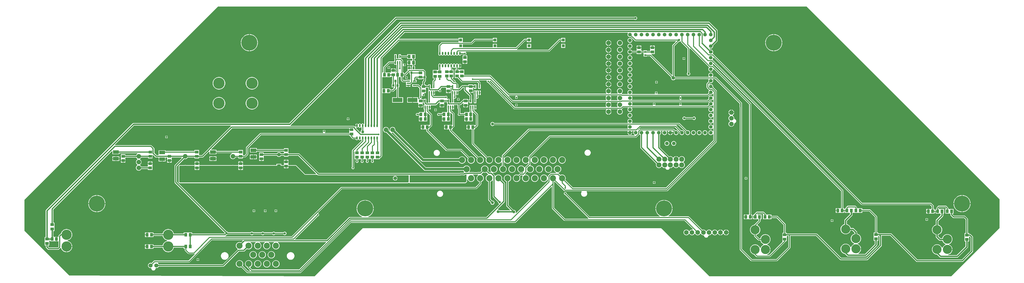
<source format=gtl>
G04*
G04 #@! TF.GenerationSoftware,Altium Limited,Altium Designer,18.0.11 (651)*
G04*
G04 Layer_Physical_Order=1*
G04 Layer_Color=255*
%FSLAX42Y42*%
%MOMM*%
G71*
G01*
G75*
%ADD11C,0.60*%
%ADD12C,0.25*%
%ADD14C,0.40*%
%ADD18R,1.50X1.30*%
%ADD19R,1.30X1.50*%
%ADD20R,0.60X1.45*%
%ADD21R,2.60X1.50*%
%ADD22R,0.90X1.00*%
%ADD23O,0.60X1.45*%
%ADD24R,4.30X1.95*%
%ADD25R,1.45X0.60*%
%ADD26R,0.90X0.80*%
%ADD51C,0.50*%
%ADD52C,1.00*%
%ADD53C,2.70*%
%ADD54C,1.60*%
%ADD55C,4.50*%
%ADD56C,4.00*%
%ADD57C,2.00*%
%ADD58C,1.80*%
%ADD59C,5.00*%
%ADD60C,2.20*%
%ADD61R,1.30X1.30*%
%ADD62R,1.60X1.60*%
%ADD63C,7.00*%
%ADD64C,0.70*%
%ADD65C,1.00*%
%ADD66C,1.27*%
%ADD67C,1.50*%
G36*
X67031Y10732D02*
X67031Y9462D01*
X64910Y7341D01*
X54267Y7341D01*
X52146Y9461D01*
X39027D01*
X36906Y7341D01*
X26117Y7373D01*
X24143Y9347D01*
X24143Y10706D01*
X32652Y19215D01*
X58547D01*
X67031Y10732D01*
D02*
G37*
%LPC*%
G36*
X51016Y18783D02*
X50996Y18781D01*
X50978Y18773D01*
X50966Y18764D01*
X40488D01*
X40488Y18764D01*
X40466Y18759D01*
X40448Y18747D01*
X40448Y18747D01*
X38765Y17064D01*
X38765Y17064D01*
X35791Y14090D01*
X28943D01*
X28943Y14090D01*
X28922Y14086D01*
X28903Y14073D01*
X28903Y14073D01*
X25131Y10302D01*
X25131Y10302D01*
X25093Y10263D01*
X25081Y10245D01*
X25077Y10224D01*
X25077Y10223D01*
Y9070D01*
X25033D01*
Y8905D01*
X25033Y8889D01*
X25033Y8864D01*
Y8699D01*
X25082D01*
Y8636D01*
X25086Y8616D01*
X25097Y8600D01*
X25173Y8523D01*
X25190Y8512D01*
X25210Y8508D01*
X25629D01*
X25648Y8512D01*
X25665Y8523D01*
X25728Y8587D01*
X25756Y8582D01*
X25764Y8553D01*
X25788Y8510D01*
X25819Y8471D01*
X25857Y8440D01*
X25901Y8417D01*
X25948Y8403D01*
X25984Y8399D01*
Y8649D01*
X25997D01*
Y8662D01*
X26247D01*
X26244Y8698D01*
X26229Y8746D01*
X26206Y8789D01*
X26175Y8827D01*
X26137Y8859D01*
X26093Y8882D01*
X26046Y8896D01*
X26041Y8897D01*
Y8922D01*
X26046Y8923D01*
X26093Y8937D01*
X26137Y8960D01*
X26175Y8991D01*
X26206Y9030D01*
X26229Y9073D01*
X26244Y9120D01*
X26249Y9169D01*
X26244Y9218D01*
X26229Y9266D01*
X26206Y9309D01*
X26175Y9347D01*
X26137Y9379D01*
X26093Y9402D01*
X26046Y9416D01*
X25997Y9421D01*
X25948Y9416D01*
X25901Y9402D01*
X25857Y9379D01*
X25819Y9347D01*
X25788Y9309D01*
X25764Y9266D01*
X25751Y9220D01*
X25736Y9217D01*
X25719Y9206D01*
X25656Y9142D01*
X25645Y9126D01*
X25641Y9106D01*
Y9080D01*
X25565D01*
Y8979D01*
Y8879D01*
X25641D01*
Y8645D01*
X25607Y8611D01*
X25231D01*
X25185Y8657D01*
Y8699D01*
X25234D01*
Y8864D01*
X25234Y8880D01*
X25234Y8905D01*
X25247Y8918D01*
X25272Y8911D01*
Y8879D01*
X25437D01*
X25453Y8879D01*
X25478Y8879D01*
X25540D01*
Y8979D01*
Y9080D01*
X25478D01*
X25462Y9080D01*
X25437Y9080D01*
X25419Y9098D01*
Y9333D01*
X25463D01*
Y9514D01*
X25463D01*
Y9524D01*
X25463D01*
Y9704D01*
X25414D01*
Y10279D01*
X27990Y12855D01*
X28013Y12845D01*
Y12713D01*
X28324D01*
Y12762D01*
X29112D01*
X29118Y12737D01*
X29109Y12733D01*
X29082Y12713D01*
X29062Y12687D01*
X29057Y12675D01*
X28586D01*
Y12714D01*
X28386D01*
Y12550D01*
X28386Y12533D01*
X28386Y12508D01*
Y12446D01*
X28586D01*
Y12508D01*
X28586Y12524D01*
X28586Y12547D01*
X28593Y12572D01*
X29057D01*
X29062Y12561D01*
X29082Y12534D01*
X29109Y12514D01*
X29118Y12511D01*
Y12483D01*
X29109Y12479D01*
X29082Y12459D01*
X29062Y12433D01*
X29050Y12403D01*
X29047Y12382D01*
X29172D01*
X29297D01*
X29294Y12403D01*
X29281Y12433D01*
X29261Y12459D01*
X29235Y12479D01*
X29226Y12483D01*
Y12511D01*
X29235Y12514D01*
X29261Y12534D01*
X29281Y12561D01*
X29286Y12572D01*
X29580D01*
Y12533D01*
X29780D01*
Y12672D01*
X29804Y12681D01*
X29898Y12587D01*
X29914Y12576D01*
X29934Y12572D01*
X30045D01*
Y12510D01*
X30201D01*
X30356D01*
Y12572D01*
X30404D01*
X30422Y12554D01*
X30422Y12533D01*
X30422Y12508D01*
Y12446D01*
X30623D01*
Y12508D01*
X30623Y12524D01*
X30623Y12547D01*
X30629Y12572D01*
X31058D01*
X31067Y12549D01*
X30761Y12243D01*
X30750Y12226D01*
X30746Y12206D01*
Y11481D01*
X30750Y11461D01*
X30761Y11444D01*
X32958Y9248D01*
X32957Y9240D01*
X32939Y9221D01*
X31523D01*
Y9270D01*
X31358D01*
X31342Y9270D01*
X31317Y9270D01*
X31152D01*
Y9221D01*
X30713D01*
X30700Y9266D01*
X30677Y9309D01*
X30645Y9347D01*
X30607Y9379D01*
X30564Y9402D01*
X30516Y9416D01*
X30467Y9421D01*
X30418Y9416D01*
X30371Y9402D01*
X30328Y9379D01*
X30289Y9347D01*
X30258Y9309D01*
X30235Y9266D01*
X30221Y9221D01*
X29821D01*
Y9270D01*
X29656D01*
X29640Y9270D01*
X29614Y9270D01*
X29553D01*
Y9169D01*
Y9069D01*
X29614D01*
X29631Y9069D01*
X29656Y9069D01*
X29821D01*
Y9118D01*
X30221D01*
X30235Y9073D01*
X30258Y9030D01*
X30289Y8991D01*
X30328Y8960D01*
X30371Y8937D01*
X30418Y8923D01*
X30423Y8922D01*
Y8897D01*
X30418Y8896D01*
X30371Y8882D01*
X30328Y8859D01*
X30289Y8827D01*
X30258Y8789D01*
X30235Y8746D01*
X30221Y8701D01*
X29821D01*
Y8750D01*
X29656D01*
X29640Y8750D01*
X29614Y8750D01*
X29553D01*
Y8649D01*
Y8549D01*
X29614D01*
X29631Y8549D01*
X29656Y8549D01*
X29821D01*
Y8598D01*
X30221D01*
X30235Y8553D01*
X30258Y8510D01*
X30289Y8471D01*
X30328Y8440D01*
X30371Y8417D01*
X30418Y8403D01*
X30467Y8398D01*
X30516Y8403D01*
X30564Y8417D01*
X30607Y8440D01*
X30645Y8471D01*
X30677Y8510D01*
X30700Y8553D01*
X30713Y8598D01*
X31152D01*
Y8549D01*
X31196D01*
Y8496D01*
X31196Y8496D01*
X31200Y8478D01*
X31210Y8463D01*
X31336Y8337D01*
X31336Y8337D01*
X31351Y8327D01*
X31369Y8323D01*
X31599D01*
X31599Y8323D01*
X31617Y8327D01*
X31621Y8329D01*
X31637Y8309D01*
X31363Y8035D01*
X29865D01*
X29848Y8031D01*
X29833Y8021D01*
X29833Y8021D01*
X29737Y7925D01*
X29725Y7930D01*
X29695Y7934D01*
X29664Y7930D01*
X29636Y7918D01*
X29612Y7900D01*
X29594Y7876D01*
X29582Y7848D01*
X29578Y7818D01*
X29582Y7787D01*
X29594Y7759D01*
X29612Y7735D01*
X29636Y7717D01*
X29664Y7705D01*
X29695Y7701D01*
X29705Y7703D01*
X29728Y7684D01*
X29729Y7682D01*
X29732Y7660D01*
X29741Y7638D01*
X29755Y7619D01*
X29774Y7605D01*
X29796Y7595D01*
X29820Y7592D01*
X29843Y7595D01*
X29865Y7605D01*
X29884Y7619D01*
X29899Y7638D01*
X29908Y7660D01*
X29911Y7682D01*
X29911Y7684D01*
X29934Y7703D01*
X29945Y7701D01*
X29975Y7705D01*
X30003Y7717D01*
X30027Y7735D01*
X30045Y7759D01*
X30048Y7766D01*
X32887D01*
X32907Y7770D01*
X32924Y7781D01*
X33575Y8432D01*
X33795D01*
X33814Y8436D01*
X33831Y8447D01*
X33929Y8545D01*
X33943Y8538D01*
X33973Y8529D01*
X34004Y8526D01*
X34036Y8529D01*
X34066Y8538D01*
X34094Y8553D01*
X34118Y8573D01*
X34138Y8597D01*
X34153Y8625D01*
X34162Y8655D01*
X34165Y8687D01*
X34162Y8718D01*
X34153Y8748D01*
X34138Y8776D01*
X34118Y8801D01*
X34094Y8821D01*
X34084Y8826D01*
X34090Y8851D01*
X34318D01*
X34324Y8826D01*
X34315Y8821D01*
X34290Y8801D01*
X34270Y8776D01*
X34255Y8748D01*
X34246Y8718D01*
X34243Y8687D01*
X34246Y8655D01*
X34255Y8625D01*
X34270Y8597D01*
X34290Y8573D01*
X34315Y8553D01*
X34343Y8538D01*
X34373Y8529D01*
X34404Y8526D01*
X34436Y8529D01*
X34466Y8538D01*
X34494Y8553D01*
X34518Y8573D01*
X34538Y8597D01*
X34553Y8625D01*
X34562Y8655D01*
X34565Y8687D01*
X34562Y8718D01*
X34553Y8748D01*
X34538Y8776D01*
X34518Y8801D01*
X34494Y8821D01*
X34484Y8826D01*
X34490Y8851D01*
X34718D01*
X34724Y8826D01*
X34715Y8821D01*
X34690Y8801D01*
X34670Y8776D01*
X34655Y8748D01*
X34646Y8718D01*
X34643Y8687D01*
X34646Y8655D01*
X34655Y8625D01*
X34670Y8597D01*
X34690Y8573D01*
X34715Y8553D01*
X34743Y8538D01*
X34773Y8529D01*
X34804Y8526D01*
X34836Y8529D01*
X34866Y8538D01*
X34894Y8553D01*
X34918Y8573D01*
X34938Y8597D01*
X34953Y8625D01*
X34962Y8655D01*
X34965Y8687D01*
X34962Y8718D01*
X34953Y8748D01*
X34938Y8776D01*
X34918Y8801D01*
X34894Y8821D01*
X34884Y8826D01*
X34890Y8851D01*
X35118D01*
X35124Y8826D01*
X35115Y8821D01*
X35090Y8801D01*
X35070Y8776D01*
X35055Y8748D01*
X35046Y8718D01*
X35043Y8687D01*
X35046Y8655D01*
X35055Y8625D01*
X35070Y8597D01*
X35090Y8573D01*
X35115Y8553D01*
X35143Y8538D01*
X35173Y8529D01*
X35204Y8526D01*
X35236Y8529D01*
X35266Y8538D01*
X35294Y8553D01*
X35318Y8573D01*
X35338Y8597D01*
X35353Y8625D01*
X35362Y8655D01*
X35365Y8687D01*
X35362Y8718D01*
X35353Y8748D01*
X35338Y8776D01*
X35318Y8801D01*
X35294Y8821D01*
X35284Y8826D01*
X35290Y8851D01*
X37404D01*
X37414Y8828D01*
X36229Y7643D01*
X34155D01*
X34081Y7717D01*
X34085Y7748D01*
X34094Y7753D01*
X34118Y7773D01*
X34138Y7797D01*
X34153Y7825D01*
X34162Y7855D01*
X34165Y7887D01*
X34162Y7918D01*
X34153Y7948D01*
X34138Y7976D01*
X34118Y8001D01*
X34094Y8021D01*
X34066Y8036D01*
X34036Y8045D01*
X34004Y8048D01*
X33973Y8045D01*
X33943Y8036D01*
X33915Y8021D01*
X33890Y8001D01*
X33870Y7976D01*
X33855Y7948D01*
X33846Y7918D01*
X33843Y7887D01*
X33846Y7855D01*
X33855Y7825D01*
X33870Y7797D01*
X33890Y7773D01*
X33915Y7753D01*
X33943Y7738D01*
X33952Y7735D01*
Y7734D01*
X33952Y7734D01*
X33955Y7717D01*
X33965Y7702D01*
X34066Y7601D01*
X34056Y7577D01*
X33973D01*
X33743Y7807D01*
X33753Y7825D01*
X33762Y7855D01*
X33765Y7887D01*
X33762Y7918D01*
X33753Y7948D01*
X33738Y7976D01*
X33718Y8001D01*
X33694Y8021D01*
X33666Y8036D01*
X33636Y8045D01*
X33604Y8048D01*
X33573Y8045D01*
X33543Y8036D01*
X33515Y8021D01*
X33490Y8001D01*
X33470Y7976D01*
X33455Y7948D01*
X33446Y7918D01*
X33443Y7887D01*
X33446Y7855D01*
X33455Y7825D01*
X33470Y7797D01*
X33490Y7773D01*
X33515Y7753D01*
X33543Y7738D01*
X33573Y7729D01*
X33604Y7726D01*
X33636Y7729D01*
X33666Y7738D01*
X33676Y7743D01*
X33921Y7498D01*
X33936Y7488D01*
X33954Y7485D01*
X33954Y7485D01*
X36275D01*
X36275Y7485D01*
X36293Y7488D01*
X36308Y7498D01*
X38504Y9695D01*
X45720D01*
X45720Y9695D01*
X45738Y9698D01*
X45753Y9708D01*
X47320Y11275D01*
X47343Y11266D01*
Y10344D01*
X47343Y10344D01*
X47347Y10326D01*
X47357Y10311D01*
X47871Y9797D01*
X47871Y9797D01*
X47886Y9787D01*
X47904Y9784D01*
X53176D01*
X53543Y9417D01*
X53530Y9394D01*
X53504Y9397D01*
X53472Y9393D01*
X53441Y9381D01*
X53415Y9360D01*
X53395Y9334D01*
X53393Y9330D01*
X53366D01*
X53364Y9334D01*
X53344Y9360D01*
X53318Y9381D01*
X53287Y9393D01*
X53254Y9397D01*
X53222Y9393D01*
X53191Y9381D01*
X53165Y9360D01*
X53145Y9334D01*
X53132Y9304D01*
X53128Y9271D01*
X53132Y9238D01*
X53145Y9208D01*
X53165Y9182D01*
X53191Y9161D01*
X53222Y9149D01*
X53254Y9145D01*
X53287Y9149D01*
X53318Y9161D01*
X53344Y9182D01*
X53364Y9208D01*
X53366Y9212D01*
X53393D01*
X53395Y9208D01*
X53415Y9182D01*
X53441Y9161D01*
X53472Y9149D01*
X53504Y9145D01*
X53537Y9149D01*
X53568Y9161D01*
X53594Y9182D01*
X53614Y9208D01*
X53616Y9212D01*
X53643D01*
X53645Y9208D01*
X53665Y9182D01*
X53691Y9161D01*
X53722Y9149D01*
X53754Y9145D01*
X53787Y9149D01*
X53818Y9161D01*
X53844Y9182D01*
X53864Y9208D01*
X53866Y9212D01*
X53893D01*
X53895Y9208D01*
X53915Y9182D01*
X53941Y9161D01*
X53972Y9149D01*
X54004Y9145D01*
X54011Y9145D01*
X54035Y9123D01*
X54036Y9112D01*
X54046Y9089D01*
X54061Y9069D01*
X54081Y9054D01*
X54104Y9044D01*
X54129Y9041D01*
X54154Y9044D01*
X54178Y9054D01*
X54197Y9069D01*
X54213Y9089D01*
X54222Y9112D01*
X54224Y9123D01*
X54248Y9145D01*
X54254Y9145D01*
X54287Y9149D01*
X54318Y9161D01*
X54344Y9182D01*
X54364Y9208D01*
X54366Y9212D01*
X54393D01*
X54395Y9208D01*
X54415Y9182D01*
X54441Y9161D01*
X54472Y9149D01*
X54504Y9145D01*
X54537Y9149D01*
X54568Y9161D01*
X54594Y9182D01*
X54614Y9208D01*
X54616Y9212D01*
X54643D01*
X54645Y9208D01*
X54665Y9182D01*
X54691Y9161D01*
X54722Y9149D01*
X54742Y9146D01*
Y9271D01*
Y9396D01*
X54722Y9393D01*
X54691Y9381D01*
X54665Y9360D01*
X54645Y9334D01*
X54643Y9330D01*
X54616D01*
X54614Y9334D01*
X54594Y9360D01*
X54568Y9381D01*
X54537Y9393D01*
X54504Y9397D01*
X54472Y9393D01*
X54441Y9381D01*
X54415Y9360D01*
X54395Y9334D01*
X54393Y9330D01*
X54366D01*
X54364Y9334D01*
X54344Y9360D01*
X54318Y9381D01*
X54287Y9393D01*
X54254Y9397D01*
X54222Y9393D01*
X54191Y9381D01*
X54165Y9360D01*
X54145Y9334D01*
X54143Y9330D01*
X54116D01*
X54114Y9334D01*
X54094Y9360D01*
X54068Y9381D01*
X54037Y9393D01*
X54004Y9397D01*
X53972Y9393D01*
X53955Y9386D01*
X53377Y9964D01*
X53362Y9974D01*
X53344Y9978D01*
X53344Y9978D01*
X52473D01*
X52466Y10003D01*
X52495Y10020D01*
X52539Y10059D01*
X52578Y10104D01*
X52609Y10154D01*
X52631Y10209D01*
X52645Y10266D01*
X52649Y10312D01*
X51898D01*
X51901Y10266D01*
X51915Y10209D01*
X51938Y10154D01*
X51969Y10104D01*
X52007Y10059D01*
X52052Y10020D01*
X52083Y10001D01*
X52076Y9976D01*
X49005D01*
X47990Y10990D01*
X47987Y11009D01*
X47973Y11029D01*
X47953Y11042D01*
X47930Y11047D01*
X47906Y11042D01*
X47886Y11029D01*
X47873Y11009D01*
X47868Y10986D01*
X47873Y10962D01*
X47886Y10942D01*
X47906Y10929D01*
X47925Y10925D01*
X48948Y9901D01*
X48944Y9884D01*
X48939Y9876D01*
X47923D01*
X47436Y10363D01*
Y11411D01*
Y11505D01*
X47451Y11510D01*
X47462Y11515D01*
X47876Y11101D01*
X47876Y11101D01*
X47891Y11091D01*
X47909Y11088D01*
X47909Y11088D01*
X48641D01*
X48653Y11062D01*
X48641Y11047D01*
X48628Y11014D01*
X48623Y10979D01*
X48628Y10943D01*
X48641Y10910D01*
X48663Y10882D01*
X48691Y10860D01*
X48724Y10847D01*
X48760Y10842D01*
X48795Y10847D01*
X48828Y10860D01*
X48856Y10882D01*
X48878Y10910D01*
X48892Y10943D01*
X48896Y10979D01*
X48892Y11014D01*
X48878Y11047D01*
X48866Y11062D01*
X48879Y11088D01*
X52400D01*
X52400Y11088D01*
X52418Y11091D01*
X52433Y11101D01*
X54581Y13250D01*
X54581Y13250D01*
X54591Y13265D01*
X54595Y13283D01*
X54595Y13283D01*
Y15495D01*
X54591Y15513D01*
X54581Y15528D01*
X54581Y15528D01*
X54434Y15675D01*
X54437Y15697D01*
X54433Y15725D01*
X54423Y15750D01*
X54406Y15772D01*
X54384Y15789D01*
X54358Y15800D01*
X54331Y15804D01*
X54303Y15800D01*
X54283Y15792D01*
X54265Y15797D01*
X54255Y15804D01*
X54253Y15809D01*
X54296Y15851D01*
X54303Y15849D01*
X54331Y15845D01*
X54358Y15849D01*
X54384Y15859D01*
X54406Y15876D01*
X54423Y15898D01*
X54433Y15924D01*
X54437Y15951D01*
X54433Y15979D01*
X54423Y16004D01*
X54422Y16005D01*
X54435Y16030D01*
X54516D01*
X55600Y14947D01*
Y14797D01*
X55604Y14778D01*
X55605Y14776D01*
X55605Y8522D01*
X55605Y8522D01*
X55609Y8504D01*
X55619Y8489D01*
X56089Y8019D01*
X56089Y8019D01*
X56104Y8009D01*
X56121Y8006D01*
X56121Y8006D01*
X57226D01*
X57226Y8006D01*
X57244Y8009D01*
X57259Y8019D01*
X57818Y8578D01*
X57818Y8578D01*
X57828Y8593D01*
X57831Y8611D01*
X57831Y8611D01*
Y9116D01*
X58960D01*
X60009Y8066D01*
X60026Y8055D01*
X60046Y8051D01*
X61201D01*
X61221Y8055D01*
X61238Y8066D01*
X61835Y8663D01*
X61846Y8680D01*
X61850Y8700D01*
Y9119D01*
X61858Y9129D01*
X62224D01*
X63362Y7990D01*
X63379Y7979D01*
X63398Y7975D01*
X65392D01*
X65412Y7979D01*
X65429Y7990D01*
X65848Y8409D01*
X65859Y8426D01*
X65863Y8446D01*
Y9068D01*
X65859Y9087D01*
X65848Y9104D01*
X65761Y9191D01*
X65744Y9202D01*
X65725Y9206D01*
X65688D01*
Y9245D01*
X65638D01*
Y9856D01*
X65635Y9876D01*
X65623Y9893D01*
X65523Y9993D01*
X65506Y10004D01*
X65487Y10008D01*
X65033D01*
X64971Y10070D01*
Y10103D01*
X65010D01*
Y10303D01*
X64829D01*
Y10303D01*
X64820D01*
Y10303D01*
X64776D01*
Y10340D01*
X64772Y10358D01*
X64762Y10373D01*
X64762Y10373D01*
X64701Y10434D01*
X64686Y10444D01*
X64668Y10448D01*
X64668Y10448D01*
X64351D01*
X64351Y10448D01*
X64333Y10444D01*
X64318Y10434D01*
X64318Y10434D01*
X64274Y10390D01*
X64264Y10375D01*
X64261Y10357D01*
X64261Y10357D01*
Y10303D01*
X64217D01*
Y10249D01*
X64178D01*
Y10303D01*
X64133D01*
Y10436D01*
X64133Y10436D01*
X64130Y10454D01*
X64120Y10469D01*
X64120Y10469D01*
X64028Y10561D01*
X64013Y10571D01*
X63995Y10575D01*
X63995Y10575D01*
X60992D01*
X54515Y17052D01*
X54515Y17052D01*
X54438Y17129D01*
X54429Y17135D01*
X54421Y17157D01*
X54420Y17165D01*
X54423Y17168D01*
X54433Y17194D01*
X54437Y17221D01*
X54433Y17249D01*
X54423Y17274D01*
X54406Y17296D01*
X54384Y17313D01*
X54358Y17324D01*
X54331Y17328D01*
X54307Y17324D01*
X54275Y17357D01*
X54289Y17378D01*
X54303Y17373D01*
X54331Y17369D01*
X54358Y17373D01*
X54384Y17383D01*
X54406Y17400D01*
X54423Y17422D01*
X54433Y17448D01*
X54437Y17475D01*
X54434Y17499D01*
X54612Y17677D01*
X54612Y17677D01*
X54624Y17695D01*
X54628Y17716D01*
X54628Y17717D01*
Y18161D01*
X54628Y18161D01*
X54624Y18183D01*
X54612Y18201D01*
X54612Y18201D01*
X54282Y18531D01*
X54263Y18543D01*
X54242Y18548D01*
X54242Y18548D01*
X40691D01*
X40691Y18548D01*
X40669Y18543D01*
X40651Y18531D01*
X40651Y18531D01*
X39106Y16986D01*
X39093Y16968D01*
X39089Y16946D01*
X39089Y16946D01*
Y14058D01*
X39064Y14050D01*
X39059Y14058D01*
X39040Y14070D01*
X39019Y14075D01*
X38997Y14070D01*
X38979Y14058D01*
X38969Y14044D01*
X38955Y14042D01*
X38941Y14044D01*
X38932Y14058D01*
X38913Y14070D01*
X38892Y14075D01*
X38870Y14070D01*
X38852Y14058D01*
X38842Y14044D01*
X38828Y14042D01*
X38814Y14044D01*
X38805Y14058D01*
X38786Y14070D01*
X38777Y14072D01*
Y13976D01*
Y13879D01*
X38786Y13881D01*
X38805Y13893D01*
X38814Y13908D01*
X38828Y13910D01*
X38842Y13908D01*
X38852Y13893D01*
X38870Y13881D01*
X38892Y13877D01*
X38913Y13881D01*
X38932Y13893D01*
X38932Y13893D01*
X38964Y13899D01*
X38972Y13893D01*
Y13780D01*
X38955Y13767D01*
X38941Y13748D01*
X38932Y13727D01*
X38929Y13703D01*
X38930Y13693D01*
X38906Y13681D01*
X38724Y13864D01*
X38740Y13883D01*
X38743Y13881D01*
X38752Y13879D01*
Y13963D01*
X38708D01*
Y13939D01*
X38694Y13930D01*
X38683Y13928D01*
X38662Y13950D01*
X38645Y13961D01*
X38625Y13965D01*
X35857D01*
X35849Y13990D01*
X35854Y13994D01*
X38845Y16985D01*
X38845Y16985D01*
X40511Y18651D01*
X50966D01*
X50978Y18641D01*
X50996Y18634D01*
X51016Y18631D01*
X51036Y18634D01*
X51054Y18641D01*
X51070Y18653D01*
X51082Y18669D01*
X51089Y18687D01*
X51092Y18707D01*
X51089Y18727D01*
X51082Y18745D01*
X51070Y18761D01*
X51054Y18773D01*
X51036Y18781D01*
X51016Y18783D01*
D02*
G37*
G36*
X57112Y18003D02*
Y17640D01*
X57475D01*
X57471Y17687D01*
X57457Y17744D01*
X57435Y17799D01*
X57404Y17849D01*
X57365Y17894D01*
X57321Y17932D01*
X57270Y17963D01*
X57216Y17986D01*
X57158Y18000D01*
X57112Y18003D01*
D02*
G37*
G36*
X57086D02*
X57040Y18000D01*
X56983Y17986D01*
X56928Y17963D01*
X56878Y17932D01*
X56833Y17894D01*
X56795Y17849D01*
X56764Y17799D01*
X56741Y17744D01*
X56727Y17687D01*
X56724Y17640D01*
X57086D01*
Y18003D01*
D02*
G37*
G36*
X34049D02*
Y17640D01*
X34412D01*
X34408Y17687D01*
X34394Y17744D01*
X34372Y17799D01*
X34341Y17849D01*
X34302Y17894D01*
X34257Y17932D01*
X34207Y17963D01*
X34152Y17986D01*
X34095Y18000D01*
X34049Y18003D01*
D02*
G37*
G36*
X34023D02*
X33977Y18000D01*
X33920Y17986D01*
X33865Y17963D01*
X33815Y17932D01*
X33770Y17894D01*
X33731Y17849D01*
X33700Y17799D01*
X33678Y17744D01*
X33664Y17687D01*
X33660Y17640D01*
X34023D01*
Y18003D01*
D02*
G37*
G36*
X57475Y17615D02*
X57112D01*
Y17252D01*
X57158Y17256D01*
X57216Y17269D01*
X57270Y17292D01*
X57321Y17323D01*
X57365Y17361D01*
X57404Y17406D01*
X57435Y17457D01*
X57457Y17511D01*
X57471Y17569D01*
X57475Y17615D01*
D02*
G37*
G36*
X57086D02*
X56724D01*
X56727Y17569D01*
X56741Y17511D01*
X56764Y17457D01*
X56795Y17406D01*
X56833Y17361D01*
X56878Y17323D01*
X56928Y17292D01*
X56983Y17269D01*
X57040Y17256D01*
X57086Y17252D01*
Y17615D01*
D02*
G37*
G36*
X34412D02*
X34049D01*
Y17252D01*
X34095Y17256D01*
X34152Y17269D01*
X34207Y17292D01*
X34257Y17323D01*
X34302Y17361D01*
X34341Y17406D01*
X34372Y17457D01*
X34394Y17511D01*
X34408Y17569D01*
X34412Y17615D01*
D02*
G37*
G36*
X34023D02*
X33660D01*
X33664Y17569D01*
X33678Y17511D01*
X33700Y17457D01*
X33731Y17406D01*
X33770Y17361D01*
X33815Y17323D01*
X33865Y17292D01*
X33920Y17269D01*
X33977Y17256D01*
X34023Y17252D01*
Y17615D01*
D02*
G37*
G36*
X34150Y16117D02*
X34107Y16113D01*
X34065Y16103D01*
X34025Y16087D01*
X33988Y16064D01*
X33955Y16036D01*
X33927Y16003D01*
X33904Y15966D01*
X33888Y15926D01*
X33877Y15884D01*
X33874Y15841D01*
X33877Y15797D01*
X33888Y15755D01*
X33904Y15715D01*
X33927Y15678D01*
X33955Y15645D01*
X33988Y15617D01*
X34025Y15594D01*
X34065Y15578D01*
X34107Y15568D01*
X34150Y15564D01*
X34194Y15568D01*
X34236Y15578D01*
X34276Y15594D01*
X34313Y15617D01*
X34346Y15645D01*
X34374Y15678D01*
X34396Y15715D01*
X34413Y15755D01*
X34423Y15797D01*
X34427Y15841D01*
X34423Y15884D01*
X34413Y15926D01*
X34396Y15966D01*
X34374Y16003D01*
X34346Y16036D01*
X34313Y16064D01*
X34276Y16087D01*
X34236Y16103D01*
X34194Y16113D01*
X34150Y16117D01*
D02*
G37*
G36*
X32700D02*
X32657Y16113D01*
X32615Y16103D01*
X32575Y16087D01*
X32538Y16064D01*
X32505Y16036D01*
X32477Y16003D01*
X32454Y15966D01*
X32438Y15926D01*
X32427Y15884D01*
X32424Y15841D01*
X32427Y15797D01*
X32438Y15755D01*
X32454Y15715D01*
X32477Y15678D01*
X32505Y15645D01*
X32538Y15617D01*
X32575Y15594D01*
X32615Y15578D01*
X32657Y15568D01*
X32700Y15564D01*
X32744Y15568D01*
X32786Y15578D01*
X32826Y15594D01*
X32863Y15617D01*
X32896Y15645D01*
X32924Y15678D01*
X32946Y15715D01*
X32963Y15755D01*
X32973Y15797D01*
X32977Y15841D01*
X32973Y15884D01*
X32963Y15926D01*
X32946Y15966D01*
X32924Y16003D01*
X32896Y16036D01*
X32863Y16064D01*
X32826Y16087D01*
X32786Y16103D01*
X32744Y16113D01*
X32700Y16117D01*
D02*
G37*
G36*
X34150Y15237D02*
X34107Y15233D01*
X34065Y15223D01*
X34025Y15207D01*
X33988Y15184D01*
X33955Y15156D01*
X33927Y15123D01*
X33904Y15086D01*
X33888Y15046D01*
X33877Y15004D01*
X33874Y14961D01*
X33877Y14917D01*
X33888Y14875D01*
X33904Y14835D01*
X33927Y14798D01*
X33955Y14765D01*
X33988Y14737D01*
X34025Y14714D01*
X34065Y14698D01*
X34107Y14688D01*
X34150Y14684D01*
X34194Y14688D01*
X34236Y14698D01*
X34276Y14714D01*
X34313Y14737D01*
X34346Y14765D01*
X34374Y14798D01*
X34396Y14835D01*
X34413Y14875D01*
X34423Y14917D01*
X34427Y14961D01*
X34423Y15004D01*
X34413Y15046D01*
X34396Y15086D01*
X34374Y15123D01*
X34346Y15156D01*
X34313Y15184D01*
X34276Y15207D01*
X34236Y15223D01*
X34194Y15233D01*
X34150Y15237D01*
D02*
G37*
G36*
X32700D02*
X32657Y15233D01*
X32615Y15223D01*
X32575Y15207D01*
X32538Y15184D01*
X32505Y15156D01*
X32477Y15123D01*
X32454Y15086D01*
X32438Y15046D01*
X32427Y15004D01*
X32424Y14961D01*
X32427Y14917D01*
X32438Y14875D01*
X32454Y14835D01*
X32477Y14798D01*
X32505Y14765D01*
X32538Y14737D01*
X32575Y14714D01*
X32615Y14698D01*
X32657Y14688D01*
X32700Y14684D01*
X32744Y14688D01*
X32786Y14698D01*
X32826Y14714D01*
X32863Y14737D01*
X32896Y14765D01*
X32924Y14798D01*
X32946Y14835D01*
X32963Y14875D01*
X32973Y14917D01*
X32977Y14961D01*
X32973Y15004D01*
X32963Y15046D01*
X32946Y15086D01*
X32924Y15123D01*
X32896Y15156D01*
X32863Y15184D01*
X32826Y15207D01*
X32786Y15223D01*
X32744Y15233D01*
X32700Y15237D01*
D02*
G37*
G36*
X55245Y14675D02*
Y14563D01*
X55357D01*
X55354Y14583D01*
X55342Y14613D01*
X55322Y14640D01*
X55296Y14660D01*
X55265Y14672D01*
X55245Y14675D01*
D02*
G37*
G36*
X55220D02*
X55200Y14672D01*
X55169Y14660D01*
X55143Y14640D01*
X55123Y14613D01*
X55110Y14583D01*
X55107Y14563D01*
X55220D01*
Y14675D01*
D02*
G37*
G36*
X38392Y14334D02*
Y14288D01*
X38438D01*
X38436Y14298D01*
X38423Y14318D01*
X38403Y14332D01*
X38392Y14334D01*
D02*
G37*
G36*
X38367D02*
X38356Y14332D01*
X38336Y14318D01*
X38323Y14298D01*
X38320Y14288D01*
X38367D01*
Y14334D01*
D02*
G37*
G36*
X38438Y14262D02*
X38392D01*
Y14216D01*
X38403Y14218D01*
X38423Y14231D01*
X38436Y14251D01*
X38438Y14262D01*
D02*
G37*
G36*
X38367D02*
X38320D01*
X38323Y14251D01*
X38336Y14231D01*
X38356Y14218D01*
X38367Y14216D01*
Y14262D01*
D02*
G37*
G36*
X38752Y14072D02*
X38743Y14070D01*
X38725Y14058D01*
X38712Y14040D01*
X38708Y14018D01*
Y13988D01*
X38752D01*
Y14072D01*
D02*
G37*
G36*
X55357Y14538D02*
X55232D01*
X55107D01*
X55110Y14517D01*
X55123Y14487D01*
X55143Y14461D01*
X55169Y14441D01*
X55173Y14439D01*
Y14411D01*
X55169Y14410D01*
X55143Y14390D01*
X55123Y14363D01*
X55110Y14333D01*
X55106Y14300D01*
X55110Y14267D01*
X55123Y14237D01*
X55143Y14211D01*
X55169Y14191D01*
X55173Y14189D01*
Y14161D01*
X55169Y14160D01*
X55143Y14140D01*
X55123Y14113D01*
X55110Y14083D01*
X55106Y14050D01*
X55110Y14017D01*
X55123Y13987D01*
X55143Y13961D01*
X55169Y13941D01*
X55200Y13928D01*
X55232Y13924D01*
X55265Y13928D01*
X55296Y13941D01*
X55322Y13961D01*
X55342Y13987D01*
X55354Y14017D01*
X55359Y14050D01*
X55358Y14057D01*
X55380Y14084D01*
X55382Y14085D01*
X55404Y14094D01*
X55424Y14109D01*
X55438Y14128D01*
X55448Y14151D01*
X55451Y14175D01*
X55448Y14199D01*
X55438Y14222D01*
X55424Y14241D01*
X55404Y14256D01*
X55382Y14266D01*
X55380Y14266D01*
X55358Y14293D01*
X55359Y14300D01*
X55354Y14333D01*
X55342Y14363D01*
X55322Y14390D01*
X55296Y14410D01*
X55291Y14411D01*
Y14439D01*
X55296Y14441D01*
X55322Y14461D01*
X55342Y14487D01*
X55354Y14517D01*
X55357Y14538D01*
D02*
G37*
G36*
X28324Y12621D02*
X28181D01*
Y12533D01*
X28324D01*
Y12621D01*
D02*
G37*
G36*
X28156D02*
X28013D01*
Y12533D01*
X28156D01*
Y12621D01*
D02*
G37*
G36*
X28324Y12508D02*
X28181D01*
Y12420D01*
X28324D01*
Y12508D01*
D02*
G37*
G36*
X28156D02*
X28013D01*
Y12420D01*
X28156D01*
Y12508D01*
D02*
G37*
G36*
X30356Y12484D02*
X30213D01*
Y12396D01*
X30356D01*
Y12484D01*
D02*
G37*
G36*
X30188D02*
X30045D01*
Y12396D01*
X30188D01*
Y12484D01*
D02*
G37*
G36*
X28586Y12421D02*
X28499D01*
Y12343D01*
X28586D01*
Y12421D01*
D02*
G37*
G36*
X28473D02*
X28386D01*
Y12343D01*
X28473D01*
Y12421D01*
D02*
G37*
G36*
X30623Y12421D02*
X30535D01*
Y12343D01*
X30623D01*
Y12421D01*
D02*
G37*
G36*
X30510D02*
X30422D01*
Y12343D01*
X30510D01*
Y12421D01*
D02*
G37*
G36*
X29778Y12396D02*
X29690D01*
Y12318D01*
X29778D01*
Y12396D01*
D02*
G37*
G36*
X29665D02*
X29577D01*
Y12318D01*
X29665D01*
Y12396D01*
D02*
G37*
G36*
X29297Y12357D02*
X29172D01*
X29047D01*
X29050Y12337D01*
X29062Y12307D01*
X29082Y12280D01*
X29109Y12260D01*
X29118Y12257D01*
Y12229D01*
X29109Y12225D01*
X29082Y12205D01*
X29062Y12179D01*
X29050Y12149D01*
X29045Y12116D01*
X29050Y12083D01*
X29062Y12053D01*
X29082Y12026D01*
X29109Y12006D01*
X29139Y11994D01*
X29172Y11989D01*
X29205Y11994D01*
X29235Y12006D01*
X29261Y12026D01*
X29281Y12053D01*
X29286Y12064D01*
X29577D01*
Y12025D01*
X29778D01*
Y12190D01*
X29778Y12206D01*
X29778Y12232D01*
Y12293D01*
X29677D01*
X29577D01*
Y12232D01*
X29577Y12215D01*
X29577Y12193D01*
X29571Y12167D01*
X29286D01*
X29281Y12179D01*
X29261Y12205D01*
X29235Y12225D01*
X29226Y12229D01*
Y12257D01*
X29235Y12260D01*
X29261Y12280D01*
X29281Y12307D01*
X29294Y12337D01*
X29297Y12357D01*
D02*
G37*
G36*
X65392Y10917D02*
Y10554D01*
X65755D01*
X65752Y10600D01*
X65738Y10657D01*
X65715Y10712D01*
X65684Y10762D01*
X65646Y10807D01*
X65601Y10846D01*
X65551Y10877D01*
X65496Y10899D01*
X65439Y10913D01*
X65392Y10917D01*
D02*
G37*
G36*
X65367D02*
X65321Y10913D01*
X65263Y10899D01*
X65209Y10877D01*
X65158Y10846D01*
X65113Y10807D01*
X65075Y10762D01*
X65044Y10712D01*
X65021Y10657D01*
X65008Y10600D01*
X65004Y10554D01*
X65367D01*
Y10917D01*
D02*
G37*
G36*
X27343D02*
Y10554D01*
X27706D01*
X27702Y10600D01*
X27689Y10657D01*
X27666Y10712D01*
X27635Y10762D01*
X27597Y10807D01*
X27552Y10846D01*
X27501Y10877D01*
X27447Y10899D01*
X27389Y10913D01*
X27343Y10917D01*
D02*
G37*
G36*
X27318D02*
X27271Y10913D01*
X27214Y10899D01*
X27159Y10877D01*
X27109Y10846D01*
X27064Y10807D01*
X27026Y10762D01*
X26995Y10712D01*
X26972Y10657D01*
X26958Y10600D01*
X26955Y10554D01*
X27318D01*
Y10917D01*
D02*
G37*
G36*
X52286Y10701D02*
Y10338D01*
X52649D01*
X52645Y10384D01*
X52631Y10441D01*
X52609Y10496D01*
X52578Y10546D01*
X52539Y10591D01*
X52495Y10630D01*
X52444Y10661D01*
X52390Y10683D01*
X52332Y10697D01*
X52286Y10701D01*
D02*
G37*
G36*
X52260D02*
X52214Y10697D01*
X52157Y10683D01*
X52102Y10661D01*
X52052Y10630D01*
X52007Y10591D01*
X51969Y10546D01*
X51938Y10496D01*
X51915Y10441D01*
X51901Y10384D01*
X51898Y10338D01*
X52260D01*
Y10701D01*
D02*
G37*
G36*
X65755Y10528D02*
X65392D01*
Y10165D01*
X65439Y10169D01*
X65496Y10183D01*
X65551Y10205D01*
X65601Y10236D01*
X65646Y10275D01*
X65684Y10320D01*
X65715Y10370D01*
X65738Y10425D01*
X65752Y10482D01*
X65755Y10528D01*
D02*
G37*
G36*
X65367D02*
X65004D01*
X65008Y10482D01*
X65021Y10425D01*
X65044Y10370D01*
X65075Y10320D01*
X65113Y10275D01*
X65158Y10236D01*
X65209Y10205D01*
X65263Y10183D01*
X65321Y10169D01*
X65367Y10165D01*
Y10528D01*
D02*
G37*
G36*
X27706D02*
X27343D01*
Y10165D01*
X27389Y10169D01*
X27447Y10183D01*
X27501Y10205D01*
X27552Y10236D01*
X27597Y10275D01*
X27635Y10320D01*
X27666Y10370D01*
X27689Y10425D01*
X27702Y10482D01*
X27706Y10528D01*
D02*
G37*
G36*
X27318D02*
X26955D01*
X26958Y10482D01*
X26972Y10425D01*
X26995Y10370D01*
X27026Y10320D01*
X27064Y10275D01*
X27109Y10236D01*
X27159Y10205D01*
X27214Y10183D01*
X27271Y10169D01*
X27318Y10165D01*
Y10528D01*
D02*
G37*
G36*
X54992Y9396D02*
X54972Y9393D01*
X54941Y9381D01*
X54915Y9360D01*
X54895Y9334D01*
X54893Y9330D01*
X54866D01*
X54864Y9334D01*
X54844Y9360D01*
X54818Y9381D01*
X54787Y9393D01*
X54767Y9396D01*
Y9271D01*
Y9146D01*
X54787Y9149D01*
X54818Y9161D01*
X54844Y9182D01*
X54864Y9208D01*
X54866Y9212D01*
X54893D01*
X54895Y9208D01*
X54915Y9182D01*
X54941Y9161D01*
X54972Y9149D01*
X54992Y9146D01*
Y9271D01*
Y9396D01*
D02*
G37*
G36*
X55017D02*
Y9284D01*
X55129D01*
X55127Y9304D01*
X55114Y9334D01*
X55094Y9360D01*
X55068Y9381D01*
X55037Y9393D01*
X55017Y9396D01*
D02*
G37*
G36*
X29527Y9270D02*
X29450D01*
Y9182D01*
X29527D01*
Y9270D01*
D02*
G37*
G36*
X55129Y9258D02*
X55017D01*
Y9146D01*
X55037Y9149D01*
X55068Y9161D01*
X55094Y9182D01*
X55114Y9208D01*
X55127Y9238D01*
X55129Y9258D01*
D02*
G37*
G36*
X29527Y9157D02*
X29450D01*
Y9069D01*
X29527D01*
Y9157D01*
D02*
G37*
G36*
Y8750D02*
X29450D01*
Y8662D01*
X29527D01*
Y8750D01*
D02*
G37*
G36*
Y8637D02*
X29450D01*
Y8549D01*
X29527D01*
Y8637D01*
D02*
G37*
G36*
X26247D02*
X26010D01*
Y8399D01*
X26046Y8403D01*
X26093Y8417D01*
X26137Y8440D01*
X26175Y8471D01*
X26206Y8510D01*
X26229Y8553D01*
X26244Y8600D01*
X26247Y8637D01*
D02*
G37*
G36*
X35004Y8448D02*
X34973Y8445D01*
X34943Y8436D01*
X34915Y8421D01*
X34890Y8401D01*
X34870Y8376D01*
X34855Y8348D01*
X34846Y8318D01*
X34843Y8287D01*
X34846Y8255D01*
X34855Y8225D01*
X34870Y8197D01*
X34890Y8173D01*
X34915Y8153D01*
X34943Y8138D01*
X34973Y8129D01*
X35004Y8126D01*
X35036Y8129D01*
X35066Y8138D01*
X35094Y8153D01*
X35118Y8173D01*
X35138Y8197D01*
X35153Y8225D01*
X35162Y8255D01*
X35165Y8287D01*
X35162Y8318D01*
X35153Y8348D01*
X35138Y8376D01*
X35118Y8401D01*
X35094Y8421D01*
X35066Y8436D01*
X35036Y8445D01*
X35004Y8448D01*
D02*
G37*
G36*
X34604D02*
X34573Y8445D01*
X34543Y8436D01*
X34515Y8421D01*
X34490Y8401D01*
X34470Y8376D01*
X34455Y8348D01*
X34446Y8318D01*
X34443Y8287D01*
X34446Y8255D01*
X34455Y8225D01*
X34470Y8197D01*
X34490Y8173D01*
X34515Y8153D01*
X34543Y8138D01*
X34573Y8129D01*
X34604Y8126D01*
X34636Y8129D01*
X34666Y8138D01*
X34694Y8153D01*
X34718Y8173D01*
X34738Y8197D01*
X34753Y8225D01*
X34762Y8255D01*
X34765Y8287D01*
X34762Y8318D01*
X34753Y8348D01*
X34738Y8376D01*
X34718Y8401D01*
X34694Y8421D01*
X34666Y8436D01*
X34636Y8445D01*
X34604Y8448D01*
D02*
G37*
G36*
X34204D02*
X34173Y8445D01*
X34143Y8436D01*
X34115Y8421D01*
X34090Y8401D01*
X34070Y8376D01*
X34055Y8348D01*
X34046Y8318D01*
X34043Y8287D01*
X34046Y8255D01*
X34055Y8225D01*
X34070Y8197D01*
X34090Y8173D01*
X34115Y8153D01*
X34143Y8138D01*
X34173Y8129D01*
X34204Y8126D01*
X34236Y8129D01*
X34266Y8138D01*
X34294Y8153D01*
X34318Y8173D01*
X34338Y8197D01*
X34353Y8225D01*
X34362Y8255D01*
X34365Y8287D01*
X34362Y8318D01*
X34353Y8348D01*
X34338Y8376D01*
X34318Y8401D01*
X34294Y8421D01*
X34266Y8436D01*
X34236Y8445D01*
X34204Y8448D01*
D02*
G37*
G36*
X35854Y8405D02*
X35821Y8402D01*
X35790Y8393D01*
X35761Y8377D01*
X35735Y8356D01*
X35714Y8330D01*
X35698Y8301D01*
X35689Y8270D01*
X35686Y8237D01*
X35689Y8204D01*
X35698Y8172D01*
X35714Y8143D01*
X35735Y8117D01*
X35761Y8096D01*
X35790Y8081D01*
X35821Y8071D01*
X35854Y8068D01*
X35887Y8071D01*
X35919Y8081D01*
X35948Y8096D01*
X35974Y8117D01*
X35995Y8143D01*
X36010Y8172D01*
X36020Y8204D01*
X36023Y8237D01*
X36020Y8270D01*
X36010Y8301D01*
X35995Y8330D01*
X35974Y8356D01*
X35948Y8377D01*
X35919Y8393D01*
X35887Y8402D01*
X35854Y8405D01*
D02*
G37*
G36*
X35204Y8048D02*
X35173Y8045D01*
X35143Y8036D01*
X35115Y8021D01*
X35090Y8001D01*
X35070Y7976D01*
X35055Y7948D01*
X35046Y7918D01*
X35043Y7887D01*
X35046Y7855D01*
X35055Y7825D01*
X35070Y7797D01*
X35090Y7773D01*
X35115Y7753D01*
X35143Y7738D01*
X35173Y7729D01*
X35204Y7726D01*
X35236Y7729D01*
X35266Y7738D01*
X35294Y7753D01*
X35318Y7773D01*
X35338Y7797D01*
X35353Y7825D01*
X35362Y7855D01*
X35365Y7887D01*
X35362Y7918D01*
X35353Y7948D01*
X35338Y7976D01*
X35318Y8001D01*
X35294Y8021D01*
X35266Y8036D01*
X35236Y8045D01*
X35204Y8048D01*
D02*
G37*
G36*
X34804D02*
X34773Y8045D01*
X34743Y8036D01*
X34715Y8021D01*
X34690Y8001D01*
X34670Y7976D01*
X34655Y7948D01*
X34646Y7918D01*
X34643Y7887D01*
X34646Y7855D01*
X34655Y7825D01*
X34670Y7797D01*
X34690Y7773D01*
X34715Y7753D01*
X34743Y7738D01*
X34773Y7729D01*
X34804Y7726D01*
X34836Y7729D01*
X34866Y7738D01*
X34894Y7753D01*
X34918Y7773D01*
X34938Y7797D01*
X34953Y7825D01*
X34962Y7855D01*
X34965Y7887D01*
X34962Y7918D01*
X34953Y7948D01*
X34938Y7976D01*
X34918Y8001D01*
X34894Y8021D01*
X34866Y8036D01*
X34836Y8045D01*
X34804Y8048D01*
D02*
G37*
G36*
X34404D02*
X34373Y8045D01*
X34343Y8036D01*
X34315Y8021D01*
X34290Y8001D01*
X34270Y7976D01*
X34255Y7948D01*
X34246Y7918D01*
X34243Y7887D01*
X34246Y7855D01*
X34255Y7825D01*
X34270Y7797D01*
X34290Y7773D01*
X34315Y7753D01*
X34343Y7738D01*
X34373Y7729D01*
X34404Y7726D01*
X34436Y7729D01*
X34466Y7738D01*
X34494Y7753D01*
X34518Y7773D01*
X34538Y7797D01*
X34553Y7825D01*
X34562Y7855D01*
X34565Y7887D01*
X34562Y7918D01*
X34553Y7948D01*
X34538Y7976D01*
X34518Y8001D01*
X34494Y8021D01*
X34466Y8036D01*
X34436Y8045D01*
X34404Y8048D01*
D02*
G37*
%LPD*%
G36*
X53014Y17682D02*
Y17678D01*
X53014Y17678D01*
X53018Y17661D01*
X53028Y17646D01*
X53306Y17367D01*
Y16316D01*
X53299Y16310D01*
X53287Y16294D01*
X53279Y16276D01*
X53277Y16256D01*
X53279Y16236D01*
X53287Y16218D01*
X53299Y16202D01*
X53315Y16190D01*
X53333Y16183D01*
X53353Y16180D01*
X53372Y16183D01*
X53391Y16190D01*
X53406Y16202D01*
X53419Y16218D01*
X53426Y16236D01*
X53429Y16256D01*
X53426Y16276D01*
X53419Y16294D01*
X53406Y16310D01*
X53399Y16316D01*
Y17366D01*
X53424Y17377D01*
X54244Y16557D01*
X54249Y16547D01*
X54247Y16523D01*
X54239Y16512D01*
X54228Y16487D01*
X54224Y16459D01*
X54228Y16432D01*
X54239Y16406D01*
X54255Y16384D01*
X54277Y16367D01*
X54303Y16357D01*
X54331Y16353D01*
X54358Y16357D01*
X54384Y16367D01*
X54406Y16384D01*
X54423Y16406D01*
X54433Y16432D01*
X54436Y16455D01*
X54447Y16462D01*
X54462Y16466D01*
X56017Y14910D01*
Y10073D01*
X55999Y10055D01*
X55973Y10055D01*
X55948Y10055D01*
X55886D01*
Y9954D01*
Y9854D01*
X55948D01*
X55964Y9854D01*
X55989Y9854D01*
X56154D01*
Y9908D01*
X56193D01*
Y9854D01*
X56358D01*
X56374Y9854D01*
X56399Y9854D01*
X56427D01*
Y9795D01*
X56246Y9614D01*
X56243Y9609D01*
X56237Y9608D01*
X56194Y9595D01*
X56155Y9575D01*
X56121Y9546D01*
X56093Y9512D01*
X56072Y9473D01*
X56059Y9430D01*
X56054Y9386D01*
X56059Y9342D01*
X56072Y9300D01*
X56093Y9260D01*
X56121Y9226D01*
X56155Y9198D01*
X56194Y9177D01*
X56233Y9165D01*
Y9126D01*
X56233Y9126D01*
X56236Y9108D01*
X56246Y9093D01*
X56408Y8932D01*
X56408Y8932D01*
X56423Y8922D01*
X56440Y8918D01*
X56510D01*
X56522Y8880D01*
X56543Y8840D01*
X56571Y8806D01*
X56605Y8778D01*
X56644Y8757D01*
X56652Y8754D01*
Y8728D01*
X56644Y8725D01*
X56605Y8705D01*
X56571Y8676D01*
X56543Y8642D01*
X56522Y8603D01*
X56519Y8595D01*
X56493D01*
X56490Y8603D01*
X56469Y8642D01*
X56441Y8676D01*
X56407Y8705D01*
X56368Y8725D01*
X56325Y8738D01*
X56281Y8743D01*
X56237Y8738D01*
X56194Y8725D01*
X56155Y8705D01*
X56121Y8676D01*
X56093Y8642D01*
X56072Y8603D01*
X56059Y8560D01*
X56054Y8516D01*
X56059Y8472D01*
X56072Y8430D01*
X56093Y8390D01*
X56121Y8356D01*
X56155Y8328D01*
X56194Y8307D01*
X56237Y8294D01*
X56237Y8294D01*
X56246Y8280D01*
X56330Y8197D01*
X56330Y8197D01*
X56345Y8187D01*
X56363Y8183D01*
X56921D01*
X56921Y8183D01*
X56939Y8187D01*
X56954Y8197D01*
X57609Y8852D01*
X57609Y8852D01*
X57619Y8867D01*
X57622Y8884D01*
X57647Y8887D01*
X57677D01*
Y9051D01*
X57677Y9068D01*
X57677Y9091D01*
X57683Y9116D01*
X57739D01*
Y8630D01*
X57207Y8098D01*
X56140D01*
X55698Y8541D01*
X55698Y14776D01*
X55699Y14778D01*
X55703Y14797D01*
Y14961D01*
X55699Y14980D01*
X55688Y14997D01*
X55671Y15008D01*
X55669Y15008D01*
X54568Y16109D01*
X54553Y16119D01*
X54535Y16123D01*
X54535Y16123D01*
X54432D01*
X54420Y16148D01*
X54423Y16152D01*
X54433Y16178D01*
X54437Y16205D01*
X54433Y16233D01*
X54423Y16258D01*
X54406Y16280D01*
X54384Y16297D01*
X54358Y16308D01*
X54331Y16312D01*
X54303Y16308D01*
X54277Y16297D01*
X54255Y16280D01*
X54239Y16258D01*
X54228Y16233D01*
X54224Y16205D01*
X54228Y16178D01*
X54239Y16152D01*
X54241Y16148D01*
X54229Y16123D01*
X52771D01*
X52769Y16127D01*
X52753Y16148D01*
X52732Y16164D01*
X52727Y16166D01*
Y17470D01*
X52924Y17667D01*
X52934Y17666D01*
X52953Y17668D01*
X52972Y17676D01*
X52987Y17688D01*
X52989Y17690D01*
X53014Y17682D01*
D02*
G37*
G36*
X50686Y18041D02*
X50683Y18036D01*
X50672Y18011D01*
X50668Y17983D01*
X50672Y17956D01*
X50683Y17930D01*
X50699Y17908D01*
X50721Y17891D01*
X50747Y17881D01*
X50775Y17877D01*
X50802Y17881D01*
X50809Y17883D01*
X50983Y17709D01*
X50983Y17709D01*
X50998Y17699D01*
X51016Y17696D01*
X51016Y17696D01*
X52789D01*
X52798Y17672D01*
X52648Y17522D01*
X52638Y17507D01*
X52635Y17490D01*
X52635Y17489D01*
Y16222D01*
X52611Y16212D01*
X51718Y17105D01*
X51728Y17131D01*
X51866D01*
Y17295D01*
X51866Y17312D01*
X51866Y17337D01*
Y17399D01*
X51665D01*
Y17337D01*
X51665Y17321D01*
X51665Y17295D01*
Y17267D01*
X51518D01*
Y17287D01*
X51377D01*
Y17267D01*
X51289D01*
X51271Y17285D01*
X51271Y17312D01*
X51271Y17337D01*
Y17399D01*
X51070D01*
Y17337D01*
X51070Y17321D01*
X51070Y17295D01*
Y17267D01*
X50870D01*
X50867Y17274D01*
X50850Y17296D01*
X50828Y17313D01*
X50802Y17324D01*
X50775Y17328D01*
X50747Y17324D01*
X50721Y17313D01*
X50699Y17296D01*
X50683Y17274D01*
X50672Y17249D01*
X50668Y17221D01*
X50672Y17194D01*
X50683Y17168D01*
X50699Y17146D01*
X50721Y17129D01*
X50747Y17119D01*
X50775Y17115D01*
X50802Y17119D01*
X50828Y17129D01*
X50850Y17146D01*
X50867Y17168D01*
X50870Y17175D01*
X51070D01*
Y17131D01*
X51271D01*
Y17175D01*
X51359D01*
X51377Y17157D01*
X51377Y17130D01*
Y17016D01*
X51518D01*
Y17035D01*
X51657D01*
X52585Y16107D01*
X52583Y16103D01*
X52580Y16077D01*
X52583Y16050D01*
X52593Y16026D01*
X52610Y16005D01*
X52631Y15989D01*
X52655Y15979D01*
X52681Y15975D01*
X52707Y15979D01*
X52732Y15989D01*
X52753Y16005D01*
X52769Y16026D01*
X52771Y16030D01*
X54226D01*
X54239Y16005D01*
X54239Y16004D01*
X54228Y15979D01*
X54224Y15951D01*
X54228Y15924D01*
X54231Y15917D01*
X54158Y15844D01*
X54148Y15829D01*
X54145Y15812D01*
X54145Y15811D01*
Y15660D01*
X54145Y15660D01*
X54148Y15642D01*
X54158Y15627D01*
X54244Y15541D01*
X54246Y15537D01*
X54247Y15508D01*
X54239Y15496D01*
X54228Y15471D01*
X54224Y15443D01*
X54228Y15416D01*
X54231Y15409D01*
X54186Y15364D01*
X51998D01*
X51984Y15389D01*
X51987Y15394D01*
X51989Y15405D01*
X51871D01*
X51873Y15394D01*
X51877Y15389D01*
X51863Y15364D01*
X50879D01*
X50866Y15389D01*
X50867Y15390D01*
X50877Y15416D01*
X50881Y15443D01*
X50877Y15471D01*
X50867Y15496D01*
X50850Y15518D01*
X50828Y15535D01*
X50802Y15546D01*
X50775Y15550D01*
X50747Y15546D01*
X50721Y15535D01*
X50699Y15518D01*
X50683Y15496D01*
X50672Y15471D01*
X50668Y15443D01*
X50672Y15416D01*
X50683Y15390D01*
X50683Y15389D01*
X50670Y15364D01*
X50429D01*
X50423Y15370D01*
X50419Y15373D01*
X50416Y15401D01*
X50416Y15403D01*
X50420Y15405D01*
X50440Y15432D01*
X50452Y15462D01*
X50457Y15495D01*
X50452Y15528D01*
X50440Y15558D01*
X50420Y15584D01*
X50393Y15604D01*
X50363Y15617D01*
X50330Y15621D01*
X50297Y15617D01*
X50267Y15604D01*
X50241Y15584D01*
X50221Y15558D01*
X50208Y15528D01*
X50204Y15495D01*
X50208Y15462D01*
X50221Y15432D01*
X50238Y15409D01*
X50235Y15395D01*
X50228Y15383D01*
X49933D01*
X49925Y15395D01*
X49922Y15409D01*
X49940Y15432D01*
X49952Y15462D01*
X49955Y15482D01*
X49830D01*
X49705D01*
X49708Y15462D01*
X49721Y15432D01*
X49738Y15409D01*
X49735Y15395D01*
X49728Y15383D01*
X45464D01*
X44654Y16194D01*
X44639Y16204D01*
X44621Y16207D01*
X44621Y16207D01*
X43502D01*
X43484Y16225D01*
X43484Y16251D01*
X43484Y16277D01*
Y16441D01*
X43283D01*
Y16441D01*
X43268D01*
Y16441D01*
X43215D01*
Y16527D01*
X43224Y16533D01*
X43255Y16527D01*
X43256Y16527D01*
X43274Y16515D01*
X43283Y16513D01*
Y16610D01*
X43295D01*
D01*
X43283D01*
Y16706D01*
X43274Y16704D01*
X43256Y16692D01*
X43246Y16677D01*
X43232Y16675D01*
X43218Y16677D01*
X43208Y16692D01*
X43190Y16704D01*
X43168Y16709D01*
X43147Y16704D01*
X43129Y16692D01*
X43119Y16677D01*
X43105Y16675D01*
X43091Y16677D01*
X43081Y16692D01*
X43063Y16704D01*
X43042Y16709D01*
X43020Y16704D01*
X43002Y16692D01*
X42992Y16677D01*
X42978Y16675D01*
X42964Y16677D01*
X42954Y16692D01*
X42936Y16704D01*
X42915Y16709D01*
X42893Y16704D01*
X42875Y16692D01*
X42865Y16677D01*
X42851Y16675D01*
X42837Y16677D01*
X42827Y16692D01*
X42809Y16704D01*
X42788Y16709D01*
X42766Y16704D01*
X42748Y16692D01*
X42738Y16677D01*
X42724Y16675D01*
X42710Y16677D01*
X42700Y16692D01*
X42682Y16704D01*
X42661Y16709D01*
X42639Y16704D01*
X42621Y16692D01*
X42611Y16677D01*
X42597Y16675D01*
X42583Y16677D01*
X42573Y16692D01*
X42555Y16704D01*
X42534Y16709D01*
X42512Y16704D01*
X42494Y16692D01*
X42484Y16677D01*
X42470Y16675D01*
X42456Y16677D01*
X42446Y16692D01*
X42428Y16704D01*
X42407Y16709D01*
X42385Y16704D01*
X42367Y16692D01*
X42354Y16674D01*
X42350Y16652D01*
Y16567D01*
X42354Y16545D01*
X42360Y16537D01*
Y16429D01*
X42306D01*
Y16429D01*
X42302Y16429D01*
Y16429D01*
X42102D01*
Y16264D01*
X42102Y16248D01*
X42102Y16223D01*
Y16058D01*
X42156D01*
Y16008D01*
X42112Y15965D01*
X42102Y15950D01*
X42098Y15932D01*
X42098Y15932D01*
Y15791D01*
X42089D01*
Y15609D01*
X42010D01*
Y15791D01*
X41899D01*
Y15744D01*
X41795D01*
Y15783D01*
X41745D01*
Y15879D01*
X41781Y15915D01*
X41792Y15932D01*
X41796Y15951D01*
Y16061D01*
X41799Y16063D01*
X41811Y16078D01*
X41818Y16097D01*
X41821Y16116D01*
X41818Y16136D01*
X41811Y16154D01*
X41799Y16170D01*
X41791Y16176D01*
Y16345D01*
X41788Y16363D01*
X41778Y16378D01*
X41778Y16378D01*
X41711Y16445D01*
X41696Y16455D01*
X41678Y16458D01*
X41678Y16458D01*
X41326D01*
Y16582D01*
X41301D01*
Y16643D01*
X41345D01*
Y16843D01*
X41302D01*
Y16918D01*
X41346D01*
Y17118D01*
X41165D01*
Y17118D01*
X41156D01*
Y17118D01*
X40975D01*
Y17064D01*
X40707D01*
Y17116D01*
X40597D01*
Y16937D01*
X40517D01*
Y17116D01*
X40407D01*
Y16920D01*
X40416D01*
Y16870D01*
X40407Y16846D01*
X40407Y16846D01*
X40407Y16846D01*
Y16794D01*
X40180D01*
X40162Y16791D01*
X40147Y16781D01*
X40147Y16781D01*
X39946Y16580D01*
X39936Y16565D01*
X39932Y16547D01*
X39932Y16547D01*
Y16334D01*
X39914Y16316D01*
X39888Y16316D01*
X39873Y16336D01*
Y16948D01*
X40627Y17702D01*
X43242D01*
X43242Y17657D01*
X43220Y17648D01*
X42507D01*
X42507Y17648D01*
X42489Y17645D01*
X42474Y17635D01*
X42374Y17535D01*
X42364Y17520D01*
X42360Y17502D01*
X42360Y17502D01*
Y17228D01*
X42354Y17219D01*
X42350Y17197D01*
Y17112D01*
X42354Y17090D01*
X42367Y17072D01*
X42385Y17060D01*
X42407Y17056D01*
X42428Y17060D01*
X42446Y17072D01*
X42456Y17087D01*
X42470Y17089D01*
X42484Y17087D01*
X42494Y17072D01*
X42512Y17060D01*
X42534Y17056D01*
X42555Y17060D01*
X42573Y17072D01*
X42583Y17087D01*
X42597Y17089D01*
X42611Y17087D01*
X42621Y17072D01*
X42639Y17060D01*
X42661Y17056D01*
X42682Y17060D01*
X42700Y17072D01*
X42710Y17087D01*
X42724Y17089D01*
X42738Y17087D01*
X42748Y17072D01*
X42766Y17060D01*
X42788Y17056D01*
X42809Y17060D01*
X42827Y17072D01*
X42837Y17087D01*
X42851Y17089D01*
X42865Y17087D01*
X42875Y17072D01*
X42893Y17060D01*
X42915Y17056D01*
X42936Y17060D01*
X42954Y17072D01*
X42964Y17087D01*
X42978Y17089D01*
X42992Y17087D01*
X43002Y17072D01*
X43020Y17060D01*
X43042Y17056D01*
X43063Y17060D01*
X43081Y17072D01*
X43091Y17087D01*
X43105Y17089D01*
X43119Y17087D01*
X43129Y17072D01*
X43147Y17060D01*
X43168Y17056D01*
X43190Y17060D01*
X43208Y17072D01*
X43218Y17087D01*
X43232Y17089D01*
X43246Y17087D01*
X43256Y17072D01*
X43274Y17060D01*
X43296Y17056D01*
X43317Y17060D01*
X43335Y17072D01*
X43348Y17090D01*
X43351Y17108D01*
X43472D01*
Y17068D01*
X43418D01*
Y16903D01*
X43418Y16887D01*
X43418Y16861D01*
Y16800D01*
X43618D01*
Y16861D01*
X43618Y16877D01*
X43618Y16903D01*
Y17068D01*
X43564D01*
Y17115D01*
X43575Y17131D01*
X43580Y17155D01*
X43575Y17178D01*
X43562Y17198D01*
X43558Y17200D01*
X43566Y17226D01*
X47206D01*
X47206Y17226D01*
X47224Y17229D01*
X47239Y17239D01*
X47701Y17702D01*
X47751D01*
Y17657D01*
X47931D01*
Y17838D01*
X47751D01*
Y17794D01*
X47682D01*
X47682Y17794D01*
X47664Y17791D01*
X47649Y17781D01*
X47649Y17781D01*
X47187Y17318D01*
X45815D01*
X45808Y17332D01*
X45806Y17344D01*
X46164Y17702D01*
X46248D01*
Y17657D01*
X46428D01*
Y17838D01*
X46248D01*
Y17794D01*
X46145D01*
X46127Y17791D01*
X46112Y17781D01*
X46112Y17781D01*
X45752Y17420D01*
X44926D01*
Y17578D01*
X44745D01*
Y17420D01*
X43423Y17420D01*
Y17556D01*
X43802D01*
X43802Y17556D01*
X43820Y17559D01*
X43835Y17569D01*
X43967Y17702D01*
X44745D01*
Y17657D01*
X44926D01*
Y17838D01*
X44745D01*
Y17794D01*
X43948D01*
X43948Y17794D01*
X43930Y17791D01*
X43915Y17781D01*
X43783Y17648D01*
X43444D01*
X43423Y17657D01*
X43423Y17674D01*
Y17838D01*
X43242D01*
Y17794D01*
X40630D01*
X40620Y17820D01*
X40867Y18066D01*
X50674D01*
X50686Y18041D01*
D02*
G37*
G36*
X40975Y16918D02*
X41156D01*
Y16918D01*
X41165D01*
Y16918D01*
X41209D01*
Y16861D01*
X41191Y16843D01*
X41165Y16843D01*
X41139Y16843D01*
X41078D01*
Y16743D01*
Y16643D01*
X41139D01*
X41155Y16643D01*
X41181Y16643D01*
X41209D01*
Y16582D01*
X41185D01*
Y16458D01*
X41136D01*
Y16494D01*
X41066D01*
X40995D01*
Y16431D01*
X40996D01*
X41006Y16408D01*
X40863Y16265D01*
X40837Y16268D01*
Y16316D01*
X40793D01*
Y16591D01*
X40797Y16594D01*
X40819Y16602D01*
X40832Y16593D01*
X40843Y16591D01*
Y16650D01*
Y16709D01*
X40832Y16707D01*
X40819Y16697D01*
X40797Y16705D01*
X40793Y16709D01*
Y16835D01*
X40790Y16853D01*
X40780Y16868D01*
X40780Y16868D01*
X40724Y16924D01*
X40709Y16934D01*
X40707Y16934D01*
Y16972D01*
X40975D01*
Y16918D01*
D02*
G37*
G36*
X40407Y16650D02*
X40511D01*
Y16334D01*
X40493Y16316D01*
X40467Y16316D01*
X40467Y16341D01*
Y16393D01*
X40367D01*
X40266D01*
Y16339D01*
X40259Y16316D01*
X40241Y16316D01*
X40078D01*
Y16316D01*
X40069D01*
Y16316D01*
X40025D01*
Y16528D01*
X40199Y16702D01*
X40407D01*
Y16650D01*
D02*
G37*
G36*
X41090Y16328D02*
Y16231D01*
X41114D01*
Y15992D01*
X40929D01*
Y15982D01*
X40814D01*
X40793Y16003D01*
Y16116D01*
X40837D01*
Y16170D01*
X40879D01*
X40879Y16170D01*
X40897Y16173D01*
X40912Y16183D01*
X41067Y16338D01*
X41090Y16328D01*
D02*
G37*
G36*
X42992Y16542D02*
X43002Y16527D01*
X43020Y16515D01*
X43042Y16511D01*
X43063Y16515D01*
X43081Y16527D01*
X43082Y16527D01*
X43113Y16533D01*
X43122Y16527D01*
Y16441D01*
X43067D01*
Y16277D01*
X43067Y16261D01*
X43067Y16235D01*
Y16071D01*
X43192D01*
X43370Y15893D01*
X43370Y15893D01*
X43385Y15883D01*
X43402Y15880D01*
X43403Y15880D01*
X44063D01*
X44106Y15836D01*
Y15791D01*
X44097D01*
Y15595D01*
X44208D01*
Y15791D01*
X44198D01*
Y15855D01*
X44195Y15873D01*
X44185Y15888D01*
X44185Y15888D01*
X44130Y15943D01*
X44140Y15968D01*
X44467D01*
X44481Y15943D01*
X44477Y15926D01*
X44482Y15902D01*
X44495Y15882D01*
X44515Y15869D01*
X44533Y15865D01*
X45663Y14711D01*
X45663Y14711D01*
X45663Y14711D01*
X45671Y14706D01*
X45678Y14701D01*
X45678Y14701D01*
X45678Y14700D01*
X45687Y14699D01*
X45696Y14697D01*
X45696Y14697D01*
X45696Y14697D01*
X49728D01*
X49735Y14685D01*
X49738Y14672D01*
X49721Y14649D01*
X49708Y14618D01*
X49705Y14598D01*
X49830D01*
X49955D01*
X49952Y14618D01*
X49940Y14649D01*
X49922Y14672D01*
X49925Y14685D01*
X49933Y14697D01*
X50228D01*
X50235Y14685D01*
X50238Y14672D01*
X50221Y14649D01*
X50208Y14618D01*
X50204Y14586D01*
X50208Y14553D01*
X50221Y14522D01*
X50241Y14496D01*
X50267Y14476D01*
X50297Y14463D01*
X50330Y14459D01*
X50363Y14463D01*
X50393Y14476D01*
X50420Y14496D01*
X50440Y14522D01*
X50452Y14553D01*
X50457Y14586D01*
X50452Y14618D01*
X50440Y14649D01*
X50420Y14675D01*
X50416Y14678D01*
X50416Y14679D01*
X50419Y14708D01*
X50423Y14711D01*
X50476Y14764D01*
X50673D01*
X50685Y14738D01*
X50683Y14734D01*
X50672Y14709D01*
X50668Y14681D01*
X50672Y14654D01*
X50683Y14628D01*
X50699Y14606D01*
X50721Y14589D01*
X50747Y14579D01*
X50775Y14575D01*
X50802Y14579D01*
X50828Y14589D01*
X50850Y14606D01*
X50867Y14628D01*
X50877Y14654D01*
X50881Y14681D01*
X50877Y14709D01*
X50867Y14734D01*
X50864Y14738D01*
X50876Y14764D01*
X54205D01*
X54205Y14764D01*
X54223Y14767D01*
X54238Y14777D01*
X54296Y14835D01*
X54303Y14833D01*
X54331Y14829D01*
X54358Y14833D01*
X54384Y14843D01*
X54406Y14860D01*
X54411Y14867D01*
X54437Y14859D01*
Y14758D01*
X54411Y14749D01*
X54406Y14756D01*
X54384Y14773D01*
X54358Y14784D01*
X54331Y14788D01*
X54303Y14784D01*
X54277Y14773D01*
X54255Y14756D01*
X54239Y14734D01*
X54228Y14709D01*
X54224Y14681D01*
X54228Y14654D01*
X54239Y14628D01*
X54255Y14606D01*
X54277Y14589D01*
X54303Y14579D01*
X54331Y14575D01*
X54358Y14579D01*
X54384Y14589D01*
X54406Y14606D01*
X54411Y14613D01*
X54437Y14605D01*
Y14504D01*
X54411Y14495D01*
X54406Y14502D01*
X54384Y14519D01*
X54358Y14530D01*
X54331Y14534D01*
X54303Y14530D01*
X54277Y14519D01*
X54255Y14502D01*
X54239Y14480D01*
X54228Y14455D01*
X54224Y14427D01*
X54228Y14400D01*
X54239Y14374D01*
X54255Y14352D01*
X54277Y14335D01*
X54303Y14325D01*
X54331Y14321D01*
X54358Y14325D01*
X54384Y14335D01*
X54406Y14352D01*
X54411Y14359D01*
X54437Y14351D01*
Y14250D01*
X54411Y14241D01*
X54406Y14248D01*
X54384Y14265D01*
X54358Y14276D01*
X54331Y14280D01*
X54303Y14276D01*
X54277Y14265D01*
X54255Y14248D01*
X54239Y14226D01*
X54228Y14201D01*
X54224Y14173D01*
X54228Y14146D01*
X54239Y14120D01*
X54255Y14098D01*
X54277Y14081D01*
X54303Y14071D01*
X54331Y14067D01*
X54358Y14071D01*
X54384Y14081D01*
X54406Y14098D01*
X54411Y14105D01*
X54437Y14097D01*
Y13996D01*
X54411Y13987D01*
X54406Y13994D01*
X54384Y14011D01*
X54358Y14022D01*
X54331Y14026D01*
X54303Y14022D01*
X54277Y14011D01*
X54255Y13994D01*
X54239Y13972D01*
X54228Y13947D01*
X54224Y13919D01*
X54228Y13892D01*
X54239Y13866D01*
X54255Y13844D01*
X54277Y13827D01*
X54303Y13817D01*
X54331Y13813D01*
X54358Y13817D01*
X54384Y13827D01*
X54406Y13844D01*
X54411Y13851D01*
X54437Y13843D01*
Y13742D01*
X54411Y13733D01*
X54406Y13740D01*
X54384Y13757D01*
X54358Y13768D01*
X54331Y13772D01*
X54303Y13768D01*
X54277Y13757D01*
X54255Y13740D01*
X54239Y13718D01*
X54228Y13693D01*
X54224Y13665D01*
X54228Y13638D01*
X54239Y13612D01*
X54255Y13590D01*
X54277Y13573D01*
X54303Y13563D01*
X54331Y13559D01*
X54358Y13563D01*
X54384Y13573D01*
X54406Y13590D01*
X54411Y13597D01*
X54437Y13589D01*
Y13329D01*
X52356Y11248D01*
X48266D01*
X47931Y11583D01*
X47939Y11597D01*
X47948Y11627D01*
X47951Y11659D01*
X47948Y11690D01*
X47939Y11720D01*
X47924Y11748D01*
X47904Y11773D01*
X47879Y11793D01*
X47851Y11808D01*
X47821Y11817D01*
X47790Y11820D01*
X47758Y11817D01*
X47728Y11808D01*
X47714Y11800D01*
X47642Y11872D01*
X47633Y11878D01*
X47634Y11901D01*
X47635Y11905D01*
X47651Y11910D01*
X47679Y11925D01*
X47704Y11945D01*
X47724Y11969D01*
X47739Y11997D01*
X47748Y12027D01*
X47751Y12059D01*
X47748Y12090D01*
X47739Y12120D01*
X47724Y12148D01*
X47704Y12173D01*
X47679Y12193D01*
X47651Y12208D01*
X47621Y12217D01*
X47590Y12220D01*
X47558Y12217D01*
X47528Y12208D01*
X47500Y12193D01*
X47476Y12173D01*
X47456Y12148D01*
X47441Y12120D01*
X47432Y12090D01*
X47428Y12059D01*
X47432Y12027D01*
X47441Y11997D01*
X47456Y11969D01*
X47476Y11945D01*
X47500Y11925D01*
X47528Y11910D01*
X47521Y11885D01*
X47305D01*
X47305Y11885D01*
X47288Y11882D01*
X47273Y11872D01*
X47273Y11872D01*
X47176Y11775D01*
X47166Y11760D01*
X47163Y11743D01*
X47163Y11743D01*
Y11727D01*
X47139Y11720D01*
X47124Y11748D01*
X47104Y11773D01*
X47079Y11793D01*
X47051Y11808D01*
X47021Y11817D01*
X46990Y11820D01*
X46958Y11817D01*
X46928Y11808D01*
X46900Y11793D01*
X46876Y11773D01*
X46856Y11748D01*
X46841Y11720D01*
X46832Y11690D01*
X46828Y11659D01*
X46832Y11627D01*
X46841Y11597D01*
X46856Y11569D01*
X46876Y11545D01*
X46900Y11525D01*
X46928Y11510D01*
X46958Y11501D01*
X46990Y11497D01*
X47021Y11501D01*
X47051Y11510D01*
X47079Y11525D01*
X47104Y11545D01*
X47124Y11569D01*
X47139Y11597D01*
X47163Y11590D01*
Y11517D01*
X45774Y10128D01*
X45753Y10142D01*
X45756Y10149D01*
X45759Y10173D01*
X45756Y10196D01*
X45747Y10218D01*
X45733Y10236D01*
X45714Y10250D01*
X45692Y10259D01*
X45669Y10262D01*
X45654Y10260D01*
X45441Y10474D01*
Y11507D01*
X45451Y11510D01*
X45479Y11525D01*
X45504Y11545D01*
X45524Y11569D01*
X45539Y11597D01*
X45548Y11627D01*
X45551Y11659D01*
X45548Y11690D01*
X45539Y11720D01*
X45524Y11748D01*
X45504Y11773D01*
X45479Y11793D01*
X45451Y11808D01*
X45421Y11817D01*
X45390Y11820D01*
X45358Y11817D01*
X45328Y11808D01*
X45300Y11793D01*
X45276Y11773D01*
X45256Y11748D01*
X45241Y11720D01*
X45232Y11690D01*
X45228Y11659D01*
X45232Y11627D01*
X45241Y11597D01*
X45256Y11569D01*
X45276Y11545D01*
X45300Y11525D01*
X45328Y11510D01*
X45338Y11507D01*
Y10452D01*
X45342Y10433D01*
X45353Y10416D01*
X45504Y10265D01*
X45494Y10242D01*
X45039D01*
X45034Y10249D01*
X45016Y10263D01*
X44994Y10272D01*
X44971Y10275D01*
X44968Y10275D01*
X44956Y10299D01*
X45261Y10604D01*
X45272Y10621D01*
X45276Y10640D01*
Y11424D01*
X45272Y11443D01*
X45261Y11460D01*
X45133Y11587D01*
X45139Y11597D01*
X45148Y11627D01*
X45151Y11659D01*
X45148Y11690D01*
X45139Y11720D01*
X45124Y11748D01*
X45104Y11773D01*
X45079Y11793D01*
X45051Y11808D01*
X45021Y11817D01*
X44990Y11820D01*
X44958Y11817D01*
X44928Y11808D01*
X44900Y11793D01*
X44876Y11773D01*
X44869Y11765D01*
X44842Y11772D01*
X44840Y11780D01*
X44829Y11797D01*
X44749Y11877D01*
X44755Y11893D01*
X44762Y11900D01*
X44790Y11897D01*
X44821Y11901D01*
X44851Y11910D01*
X44879Y11925D01*
X44904Y11945D01*
X44924Y11969D01*
X44939Y11997D01*
X44948Y12027D01*
X44951Y12059D01*
X44948Y12090D01*
X44939Y12120D01*
X44924Y12148D01*
X44904Y12173D01*
X44879Y12193D01*
X44851Y12208D01*
X44821Y12217D01*
X44790Y12220D01*
X44758Y12217D01*
X44728Y12208D01*
X44700Y12193D01*
X44676Y12173D01*
X44656Y12148D01*
X44641Y12120D01*
X44632Y12090D01*
X44628Y12059D01*
X44632Y12027D01*
X44641Y11997D01*
X44656Y11969D01*
X44670Y11951D01*
X44662Y11929D01*
X44659Y11926D01*
X44595D01*
X44533Y11987D01*
X44539Y11997D01*
X44548Y12027D01*
X44551Y12059D01*
X44548Y12090D01*
X44539Y12120D01*
X44524Y12148D01*
X44504Y12173D01*
X44479Y12193D01*
X44451Y12208D01*
X44421Y12217D01*
X44390Y12220D01*
X44358Y12217D01*
X44328Y12208D01*
X44300Y12193D01*
X44276Y12173D01*
X44256Y12148D01*
X44241Y12120D01*
X44232Y12090D01*
X44228Y12059D01*
X44232Y12027D01*
X44241Y11997D01*
X44246Y11987D01*
X44184Y11926D01*
X44068D01*
X44061Y11925D01*
X43918D01*
X43912Y11926D01*
X43718D01*
X43709Y11951D01*
X43724Y11969D01*
X43739Y11997D01*
X43748Y12027D01*
X43751Y12059D01*
X43748Y12090D01*
X43739Y12120D01*
X43724Y12148D01*
X43704Y12173D01*
X43679Y12193D01*
X43651Y12208D01*
X43621Y12217D01*
X43590Y12220D01*
X43558Y12217D01*
X43528Y12208D01*
X43500Y12193D01*
X43476Y12173D01*
X43456Y12148D01*
X43452Y12141D01*
X41802D01*
X40296Y13646D01*
X40310Y13669D01*
X40335Y13666D01*
X40352Y13668D01*
X41615Y12405D01*
X41631Y12393D01*
X41649Y12385D01*
X41669Y12383D01*
X43248D01*
X43256Y12369D01*
X43276Y12345D01*
X43300Y12325D01*
X43328Y12310D01*
X43358Y12301D01*
X43390Y12297D01*
X43421Y12301D01*
X43451Y12310D01*
X43479Y12325D01*
X43504Y12345D01*
X43524Y12369D01*
X43539Y12397D01*
X43548Y12427D01*
X43551Y12459D01*
X43548Y12490D01*
X43539Y12520D01*
X43524Y12548D01*
X43504Y12573D01*
X43479Y12593D01*
X43451Y12608D01*
X43421Y12617D01*
X43390Y12620D01*
X43358Y12617D01*
X43328Y12608D01*
X43300Y12593D01*
X43276Y12573D01*
X43256Y12548D01*
X43248Y12535D01*
X41700D01*
X40459Y13775D01*
X40462Y13792D01*
X40457Y13825D01*
X40445Y13855D01*
X40425Y13882D01*
X40398Y13902D01*
X40368Y13914D01*
X40335Y13919D01*
X40302Y13914D01*
X40272Y13902D01*
X40246Y13882D01*
X40226Y13855D01*
X40213Y13825D01*
X40209Y13792D01*
X40212Y13767D01*
X40189Y13753D01*
X40167Y13775D01*
X40170Y13792D01*
X40165Y13825D01*
X40153Y13855D01*
X40133Y13882D01*
X40106Y13902D01*
X40076Y13914D01*
X40043Y13919D01*
X40010Y13914D01*
X39980Y13902D01*
X39954Y13882D01*
X39934Y13855D01*
X39921Y13825D01*
X39917Y13792D01*
X39921Y13759D01*
X39934Y13729D01*
X39954Y13703D01*
X39980Y13683D01*
X40010Y13670D01*
X40043Y13666D01*
X40060Y13668D01*
X41717Y12011D01*
X41732Y11999D01*
X41740Y11996D01*
X41751Y11992D01*
X41770Y11989D01*
X43445D01*
X43456Y11969D01*
X43476Y11945D01*
X43479Y11942D01*
X43478Y11910D01*
X43476Y11910D01*
X43462Y11895D01*
X43313D01*
X43293Y11891D01*
X43288Y11888D01*
X37093D01*
X36244Y12736D01*
X36227Y12747D01*
X36208Y12751D01*
X35774D01*
X35756Y12769D01*
X35756Y12790D01*
X35756Y12816D01*
Y12980D01*
X35555D01*
Y12941D01*
X34369D01*
Y12990D01*
X34058D01*
Y12790D01*
X34369D01*
Y12839D01*
X35537D01*
X35555Y12821D01*
X35555Y12800D01*
X35555Y12777D01*
X35549Y12751D01*
X35431D01*
X35430Y12753D01*
X35413Y12775D01*
X35391Y12792D01*
X35365Y12803D01*
X35338Y12806D01*
X35310Y12803D01*
X35285Y12792D01*
X35263Y12775D01*
X35246Y12753D01*
X35245Y12751D01*
X34666D01*
Y12790D01*
X34465D01*
Y12626D01*
X34465Y12610D01*
X34465Y12584D01*
Y12523D01*
X34666D01*
Y12584D01*
X34666Y12600D01*
X34666Y12623D01*
X34672Y12649D01*
X35245D01*
X35246Y12647D01*
X35263Y12625D01*
X35285Y12608D01*
X35310Y12597D01*
X35338Y12594D01*
X35365Y12597D01*
X35391Y12608D01*
X35413Y12625D01*
X35430Y12647D01*
X35431Y12649D01*
X35555D01*
Y12610D01*
X35756D01*
Y12649D01*
X36186D01*
X36975Y11860D01*
X36965Y11837D01*
X36485D01*
X36099Y12223D01*
X36099Y12223D01*
X36090Y12229D01*
X36080Y12231D01*
X35774D01*
X35756Y12249D01*
X35756Y12282D01*
X35756Y12308D01*
Y12369D01*
X35655D01*
X35555D01*
Y12308D01*
X35555Y12292D01*
X35555Y12266D01*
Y12231D01*
X35443D01*
Y12297D01*
X35232D01*
Y12231D01*
X33752Y12231D01*
Y12293D01*
X33652D01*
X33551D01*
Y12231D01*
X33363D01*
X33345Y12238D01*
X33312Y12242D01*
X33279Y12238D01*
X33262Y12231D01*
X31834Y12231D01*
Y12293D01*
X31733D01*
X31633D01*
Y12231D01*
X31266D01*
X31248Y12238D01*
X31215Y12242D01*
X31182Y12238D01*
X31164Y12231D01*
X30975D01*
X30965Y12229D01*
X30957Y12223D01*
X30931Y12198D01*
X30926Y12189D01*
X30924Y12179D01*
X30924Y11493D01*
X30926Y11484D01*
X30931Y11475D01*
X30957Y11450D01*
X30965Y11444D01*
X30975Y11442D01*
X41008Y11442D01*
X41018Y11444D01*
X41026Y11450D01*
X41035Y11458D01*
X41042Y11458D01*
X41065Y11452D01*
X41066Y11450D01*
X41075Y11444D01*
X41085Y11442D01*
X43536D01*
X43546Y11444D01*
X43554Y11450D01*
X43605Y11501D01*
X43610Y11509D01*
X43612Y11519D01*
Y11603D01*
X43638Y11607D01*
X43641Y11597D01*
X43656Y11569D01*
X43676Y11545D01*
X43700Y11525D01*
X43728Y11510D01*
X43758Y11501D01*
X43790Y11497D01*
X43821Y11501D01*
X43851Y11510D01*
X43879Y11525D01*
X43904Y11545D01*
X43924Y11569D01*
X43939Y11597D01*
X43948Y11627D01*
X43951Y11659D01*
X43948Y11690D01*
X43939Y11720D01*
X43924Y11748D01*
X43904Y11773D01*
X43879Y11793D01*
X43870Y11798D01*
X43876Y11823D01*
X43906D01*
X43913Y11822D01*
X44066D01*
X44073Y11823D01*
X44103D01*
X44110Y11798D01*
X44100Y11793D01*
X44076Y11773D01*
X44056Y11748D01*
X44041Y11720D01*
X44032Y11690D01*
X44028Y11659D01*
X44032Y11627D01*
X44041Y11597D01*
X44056Y11569D01*
X44076Y11545D01*
X44100Y11525D01*
X44128Y11510D01*
X44143Y11505D01*
Y11430D01*
X43986Y11273D01*
X38087D01*
X38087Y11273D01*
X38070Y11270D01*
X38055Y11260D01*
X35896Y9101D01*
X32997D01*
X32989Y9127D01*
X32999Y9133D01*
X33030Y9164D01*
X33033Y9163D01*
X33052Y9166D01*
X33071Y9174D01*
X33084Y9184D01*
X34088D01*
X34093Y9176D01*
X34109Y9164D01*
X34128Y9156D01*
X34147Y9154D01*
X34167Y9156D01*
X34185Y9164D01*
X34201Y9176D01*
X34207Y9184D01*
X34569D01*
X34575Y9176D01*
X34591Y9164D01*
X34609Y9156D01*
X34629Y9154D01*
X34648Y9156D01*
X34667Y9164D01*
X34682Y9176D01*
X34688Y9184D01*
X35051D01*
X35056Y9176D01*
X35072Y9164D01*
X35090Y9156D01*
X35110Y9154D01*
X35130Y9156D01*
X35148Y9164D01*
X35164Y9176D01*
X35170Y9184D01*
X35532D01*
X35538Y9176D01*
X35553Y9164D01*
X35572Y9156D01*
X35591Y9154D01*
X35611Y9156D01*
X35629Y9164D01*
X35645Y9176D01*
X35657Y9192D01*
X35665Y9210D01*
X35667Y9230D01*
X35665Y9250D01*
X35657Y9268D01*
X35645Y9284D01*
X35629Y9296D01*
X35611Y9303D01*
X35591Y9306D01*
X35572Y9303D01*
X35553Y9296D01*
X35538Y9284D01*
X35532Y9276D01*
X35170D01*
X35164Y9284D01*
X35148Y9296D01*
X35130Y9303D01*
X35110Y9306D01*
X35090Y9303D01*
X35072Y9296D01*
X35056Y9284D01*
X35051Y9276D01*
X34688D01*
X34682Y9284D01*
X34667Y9296D01*
X34648Y9303D01*
X34629Y9306D01*
X34609Y9303D01*
X34591Y9296D01*
X34575Y9284D01*
X34569Y9276D01*
X34207D01*
X34201Y9284D01*
X34185Y9296D01*
X34167Y9303D01*
X34147Y9306D01*
X34128Y9303D01*
X34109Y9296D01*
X34093Y9284D01*
X34088Y9276D01*
X33099D01*
X33099Y9278D01*
X33086Y9293D01*
X33071Y9305D01*
X33052Y9313D01*
X33036Y9315D01*
X30849Y11502D01*
Y12185D01*
X31170Y12507D01*
X31182Y12502D01*
X31215Y12497D01*
X31248Y12502D01*
X31278Y12514D01*
X31304Y12534D01*
X31325Y12561D01*
X31329Y12572D01*
X31623D01*
Y12533D01*
X31823D01*
Y12572D01*
X31979D01*
X31998Y12576D01*
X32015Y12587D01*
X32257Y12829D01*
X32280Y12820D01*
Y12713D01*
X32591D01*
Y12768D01*
X33265D01*
X33270Y12742D01*
X33249Y12733D01*
X33223Y12713D01*
X33203Y12687D01*
X33190Y12657D01*
X33186Y12624D01*
X33190Y12591D01*
X33203Y12561D01*
X33223Y12534D01*
X33249Y12514D01*
X33279Y12502D01*
X33312Y12497D01*
X33345Y12502D01*
X33375Y12514D01*
X33402Y12534D01*
X33422Y12561D01*
X33429Y12578D01*
X33551D01*
Y12533D01*
X33752D01*
Y12578D01*
X33845D01*
X33845Y12578D01*
X33863Y12581D01*
X33878Y12591D01*
X33967Y12680D01*
X33967Y12680D01*
X33977Y12695D01*
X33981Y12713D01*
X33981Y12713D01*
Y12986D01*
X34550Y13555D01*
X38429D01*
Y13518D01*
X38465D01*
X38483Y13503D01*
X38487Y13485D01*
X38497Y13470D01*
X38568Y13398D01*
X38568Y13398D01*
X38583Y13388D01*
X38601Y13385D01*
X38601Y13385D01*
X38709D01*
X38712Y13367D01*
X38725Y13348D01*
X38743Y13336D01*
X38765Y13332D01*
X38786Y13336D01*
X38805Y13348D01*
X38814Y13363D01*
X38828Y13365D01*
X38842Y13363D01*
X38852Y13348D01*
X38870Y13336D01*
X38892Y13332D01*
X38913Y13336D01*
X38932Y13348D01*
X38932Y13348D01*
X38964Y13354D01*
X38972Y13348D01*
Y13320D01*
X38563Y12911D01*
X38553Y12896D01*
X38549Y12878D01*
X38549Y12878D01*
Y12155D01*
X38538Y12139D01*
X38534Y12116D01*
X38538Y12092D01*
X38552Y12072D01*
X38572Y12059D01*
X38595Y12054D01*
X38619Y12059D01*
X38639Y12072D01*
X38652Y12092D01*
X38657Y12116D01*
X38652Y12139D01*
X38642Y12155D01*
Y12836D01*
X38645Y12838D01*
X38670Y12824D01*
Y12702D01*
X38670Y12686D01*
X38670Y12660D01*
Y12496D01*
X38724D01*
Y12435D01*
X38714Y12419D01*
X38709Y12395D01*
X38714Y12372D01*
X38727Y12352D01*
X38747Y12338D01*
X38771Y12334D01*
X38794Y12338D01*
X38814Y12352D01*
X38827Y12372D01*
X38832Y12395D01*
X38827Y12419D01*
X38817Y12435D01*
Y12496D01*
X38871D01*
X38871Y12496D01*
X38896D01*
X38896Y12496D01*
X38950D01*
Y12435D01*
X38940Y12419D01*
X38935Y12395D01*
X38940Y12372D01*
X38953Y12352D01*
X38973Y12338D01*
X38997Y12334D01*
X39020Y12338D01*
X39040Y12352D01*
X39054Y12372D01*
X39058Y12395D01*
X39054Y12419D01*
X39043Y12435D01*
Y12496D01*
X39097D01*
X39097Y12496D01*
X39122D01*
X39122Y12496D01*
X39176D01*
Y12435D01*
X39166Y12419D01*
X39161Y12395D01*
X39166Y12372D01*
X39179Y12352D01*
X39199Y12338D01*
X39223Y12334D01*
X39246Y12338D01*
X39266Y12352D01*
X39280Y12372D01*
X39284Y12395D01*
X39280Y12419D01*
X39269Y12435D01*
Y12496D01*
X39323D01*
X39323Y12496D01*
X39348D01*
X39348Y12496D01*
X39402D01*
Y12435D01*
X39392Y12419D01*
X39387Y12395D01*
X39392Y12372D01*
X39405Y12352D01*
X39425Y12338D01*
X39449Y12334D01*
X39472Y12338D01*
X39492Y12352D01*
X39506Y12372D01*
X39510Y12395D01*
X39506Y12419D01*
X39495Y12435D01*
Y12496D01*
X39549D01*
X39549Y12496D01*
X39574D01*
X39575Y12496D01*
X39775D01*
Y12516D01*
X39776Y12540D01*
X39794Y12543D01*
X39809Y12553D01*
X39860Y12604D01*
X39860Y12604D01*
X39870Y12619D01*
X39873Y12637D01*
X39873Y12637D01*
Y13802D01*
X39873Y15412D01*
X39941D01*
Y15512D01*
Y15612D01*
X39873D01*
Y16096D01*
X39899Y16116D01*
X40069D01*
Y16116D01*
X40078D01*
Y16116D01*
X40259D01*
Y16116D01*
X40266Y16126D01*
X40320D01*
Y15815D01*
X40297D01*
Y15664D01*
X40391D01*
X40402Y15639D01*
X40321Y15558D01*
X40234D01*
Y15612D01*
X40070D01*
X40054Y15612D01*
X40028Y15612D01*
X39967D01*
Y15512D01*
Y15412D01*
X40028D01*
X40044Y15412D01*
X40070Y15412D01*
X40234D01*
Y15466D01*
X40341D01*
X40341Y15466D01*
X40358Y15469D01*
X40373Y15479D01*
X40485Y15591D01*
X40511Y15581D01*
Y15227D01*
X40317D01*
Y14982D01*
X40798D01*
Y15227D01*
X40603D01*
Y15664D01*
X40627D01*
Y15815D01*
X40603D01*
Y16116D01*
X40647D01*
Y16116D01*
X40657D01*
Y16116D01*
X40701D01*
Y15984D01*
X40701Y15984D01*
X40704Y15966D01*
X40714Y15951D01*
X40762Y15903D01*
X40762Y15903D01*
X40777Y15893D01*
X40795Y15890D01*
X40795Y15890D01*
X40929D01*
Y15786D01*
Y15759D01*
X41026D01*
X41124D01*
Y15797D01*
X41132Y15798D01*
X41147Y15808D01*
X41193Y15855D01*
X41193Y15855D01*
X41203Y15870D01*
X41206Y15881D01*
X41394D01*
Y15992D01*
X41343D01*
Y16042D01*
X41366Y16065D01*
X41460D01*
Y16021D01*
X41661D01*
Y16065D01*
X41689D01*
X41691Y16063D01*
X41694Y16061D01*
Y15972D01*
X41658Y15937D01*
X41647Y15920D01*
X41643Y15900D01*
Y15783D01*
X41594D01*
Y15706D01*
X41570Y15696D01*
X41487Y15779D01*
X41472Y15789D01*
X41455Y15792D01*
X41455Y15792D01*
X41394D01*
Y15802D01*
X41198D01*
Y15691D01*
X41394D01*
Y15700D01*
X41435D01*
X41521Y15615D01*
Y15267D01*
X41510Y15251D01*
X41506Y15227D01*
X41510Y15204D01*
X41524Y15184D01*
X41536Y15176D01*
X41528Y15150D01*
X41467Y15150D01*
X41458Y15172D01*
Y15227D01*
X41230D01*
Y15105D01*
Y14982D01*
X41446Y14982D01*
X41461Y14973D01*
X41465Y14963D01*
X41467Y14960D01*
X41467Y14944D01*
Y14883D01*
X41667D01*
Y14944D01*
X41667Y14960D01*
X41667Y14983D01*
X41674Y15009D01*
X41709D01*
Y14962D01*
X41714D01*
X41717Y14947D01*
X41728Y14930D01*
X41747Y14911D01*
X41737Y14888D01*
X41709D01*
Y14692D01*
X41724D01*
Y14588D01*
X41706Y14570D01*
X41680Y14570D01*
X41654Y14570D01*
X41490D01*
Y14516D01*
X41458D01*
X41443Y14526D01*
X41419Y14531D01*
X41395Y14526D01*
X41375Y14513D01*
X41362Y14493D01*
X41357Y14470D01*
X41362Y14446D01*
X41375Y14426D01*
X41395Y14413D01*
X41419Y14408D01*
X41443Y14413D01*
X41458Y14423D01*
X41490D01*
X41490Y14369D01*
X41490Y14344D01*
Y14279D01*
X41580D01*
Y14266D01*
X41593D01*
Y14166D01*
X41654D01*
X41671Y14166D01*
X41696Y14166D01*
X41860D01*
Y14367D01*
X41860D01*
Y14369D01*
X41860D01*
Y14518D01*
X41884Y14527D01*
X41978Y14433D01*
Y14022D01*
X41971Y14017D01*
X41950Y14007D01*
X41785D01*
X41769Y14007D01*
X41743Y14007D01*
X41682D01*
Y13907D01*
Y13806D01*
X41743D01*
X41760Y13806D01*
X41785Y13806D01*
X41813D01*
Y13754D01*
X41813Y13754D01*
X41816Y13736D01*
X41826Y13721D01*
X42677Y12870D01*
X42677Y12870D01*
X42692Y12860D01*
X42710Y12857D01*
X43326D01*
X43648Y12534D01*
X43641Y12520D01*
X43632Y12490D01*
X43628Y12459D01*
X43632Y12427D01*
X43641Y12397D01*
X43656Y12369D01*
X43676Y12345D01*
X43700Y12325D01*
X43728Y12310D01*
X43758Y12301D01*
X43790Y12297D01*
X43821Y12301D01*
X43851Y12310D01*
X43879Y12325D01*
X43904Y12345D01*
X43924Y12369D01*
X43939Y12397D01*
X43948Y12427D01*
X43951Y12459D01*
X43948Y12490D01*
X43939Y12520D01*
X43924Y12548D01*
X43904Y12573D01*
X43879Y12593D01*
X43851Y12608D01*
X43821Y12617D01*
X43790Y12620D01*
X43758Y12617D01*
X43728Y12608D01*
X43714Y12600D01*
X43378Y12936D01*
X43363Y12946D01*
X43345Y12949D01*
X43345Y12949D01*
X42729D01*
X41905Y13773D01*
Y13806D01*
X41950D01*
Y13861D01*
X41966Y13864D01*
X41981Y13874D01*
X42057Y13950D01*
X42067Y13965D01*
X42071Y13983D01*
X42071Y13983D01*
Y14453D01*
X42071Y14453D01*
X42067Y14470D01*
X42057Y14485D01*
X42057Y14485D01*
X41905Y14637D01*
Y14692D01*
X41941D01*
Y14790D01*
X41954D01*
Y14803D01*
X42010D01*
Y14871D01*
X42227D01*
X42247Y14875D01*
X42264Y14886D01*
X42381Y15003D01*
X42407Y14996D01*
X42407Y14970D01*
X42407Y14944D01*
Y14883D01*
X42607D01*
Y14944D01*
X42607Y14960D01*
X42607Y14983D01*
X42614Y15009D01*
X42732D01*
Y14962D01*
X42736D01*
Y14947D01*
X42740Y14927D01*
X42749Y14913D01*
X42746Y14902D01*
X42738Y14888D01*
X42732D01*
Y14692D01*
X42741D01*
Y14588D01*
X42723Y14570D01*
X42697Y14570D01*
X42672Y14570D01*
X42507D01*
Y14516D01*
X42398D01*
X42382Y14526D01*
X42359Y14531D01*
X42335Y14526D01*
X42315Y14513D01*
X42302Y14493D01*
X42297Y14470D01*
X42302Y14446D01*
X42315Y14426D01*
X42335Y14413D01*
X42359Y14408D01*
X42382Y14413D01*
X42398Y14423D01*
X42507D01*
X42507Y14369D01*
X42507Y14344D01*
Y14279D01*
X42597D01*
Y14266D01*
X42610D01*
Y14166D01*
X42672D01*
X42688Y14166D01*
X42713Y14166D01*
X42878D01*
Y14367D01*
X42878D01*
Y14369D01*
X42878D01*
Y14529D01*
X42901Y14539D01*
X42969Y14472D01*
Y14007D01*
X42808D01*
X42792Y14007D01*
X42767Y14007D01*
X42705D01*
Y13907D01*
Y13806D01*
X42767D01*
X42783Y13806D01*
X42808Y13806D01*
X42836D01*
Y13766D01*
X42836Y13766D01*
X42840Y13748D01*
X42850Y13733D01*
X44048Y12534D01*
X44041Y12520D01*
X44032Y12490D01*
X44028Y12459D01*
X44032Y12427D01*
X44041Y12397D01*
X44056Y12369D01*
X44076Y12345D01*
X44100Y12325D01*
X44128Y12310D01*
X44158Y12301D01*
X44190Y12297D01*
X44221Y12301D01*
X44251Y12310D01*
X44279Y12325D01*
X44304Y12345D01*
X44324Y12369D01*
X44339Y12397D01*
X44348Y12427D01*
X44351Y12459D01*
X44348Y12490D01*
X44339Y12520D01*
X44324Y12548D01*
X44304Y12573D01*
X44279Y12593D01*
X44251Y12608D01*
X44221Y12617D01*
X44190Y12620D01*
X44158Y12617D01*
X44128Y12608D01*
X44114Y12600D01*
X42933Y13781D01*
X42939Y13806D01*
X42973D01*
Y13862D01*
X42982Y13864D01*
X42997Y13874D01*
X43048Y13925D01*
X43048Y13925D01*
X43058Y13940D01*
X43061Y13957D01*
X43061Y13957D01*
Y14491D01*
X43061Y14491D01*
X43058Y14508D01*
X43048Y14523D01*
X43048Y14523D01*
X42929Y14642D01*
Y14692D01*
X42965D01*
Y14790D01*
X42977D01*
Y14803D01*
X43033D01*
Y14884D01*
X43197D01*
Y14745D01*
X43197Y14745D01*
X43201Y14727D01*
X43211Y14712D01*
X43218Y14704D01*
Y14509D01*
X43208Y14493D01*
X43203Y14470D01*
X43208Y14446D01*
X43221Y14426D01*
X43241Y14413D01*
X43265Y14408D01*
X43288Y14413D01*
X43304Y14423D01*
X43492D01*
X43492Y14369D01*
X43492Y14344D01*
Y14279D01*
X43582D01*
Y14266D01*
X43595D01*
Y14166D01*
X43656D01*
X43673Y14166D01*
X43698Y14166D01*
X43863D01*
Y14367D01*
X43863D01*
Y14369D01*
X43863D01*
Y14545D01*
X43888Y14555D01*
X43997Y14446D01*
Y14003D01*
X43980Y13989D01*
X43958Y13998D01*
Y14007D01*
X43793D01*
X43777Y14007D01*
X43751Y14007D01*
X43690D01*
Y13906D01*
Y13806D01*
X43751D01*
X43768Y13806D01*
X43793Y13806D01*
X43821D01*
Y13181D01*
X43821Y13181D01*
X43824Y13163D01*
X43834Y13148D01*
X44448Y12534D01*
X44441Y12520D01*
X44432Y12490D01*
X44428Y12459D01*
X44432Y12427D01*
X44441Y12397D01*
X44456Y12369D01*
X44476Y12345D01*
X44500Y12325D01*
X44528Y12310D01*
X44558Y12301D01*
X44590Y12297D01*
X44621Y12301D01*
X44651Y12310D01*
X44679Y12325D01*
X44704Y12345D01*
X44724Y12369D01*
X44739Y12397D01*
X44748Y12427D01*
X44751Y12459D01*
X44748Y12490D01*
X44739Y12520D01*
X44724Y12548D01*
X44704Y12573D01*
X44679Y12593D01*
X44651Y12608D01*
X44621Y12617D01*
X44590Y12620D01*
X44558Y12617D01*
X44528Y12608D01*
X44514Y12600D01*
X43913Y13200D01*
Y13806D01*
X43958D01*
Y13839D01*
X43967Y13860D01*
X43985Y13864D01*
X44000Y13874D01*
X44076Y13950D01*
X44086Y13965D01*
X44090Y13983D01*
X44090Y13983D01*
Y14465D01*
X44090Y14465D01*
X44086Y14483D01*
X44076Y14498D01*
X43913Y14661D01*
Y14692D01*
X43949D01*
Y14790D01*
Y14888D01*
X43717D01*
Y14692D01*
X43726D01*
Y14588D01*
X43708Y14570D01*
X43682Y14570D01*
X43656Y14570D01*
X43492D01*
Y14516D01*
X43311D01*
Y14724D01*
X43311Y14724D01*
X43307Y14741D01*
X43297Y14756D01*
X43297Y14756D01*
X43290Y14764D01*
Y14884D01*
X43320D01*
X43339Y14888D01*
X43356Y14899D01*
X43426Y14969D01*
X43448Y14955D01*
X43448Y14944D01*
Y14883D01*
X43649D01*
Y14944D01*
X43649Y14960D01*
X43649Y14983D01*
X43655Y15009D01*
X43717D01*
Y14962D01*
X43828D01*
Y15158D01*
X43824D01*
Y15296D01*
X43820Y15316D01*
X43809Y15332D01*
X43747Y15393D01*
X43757Y15417D01*
X43759D01*
Y15507D01*
X43772D01*
Y15520D01*
X43873D01*
Y15598D01*
X43873D01*
Y15607D01*
X43873D01*
Y15646D01*
X43907D01*
Y15595D01*
X44018D01*
Y15791D01*
X43907D01*
Y15749D01*
X43873D01*
Y15788D01*
X43672D01*
Y15749D01*
X43555D01*
X43546Y15754D01*
X43523Y15759D01*
X43499Y15754D01*
X43491Y15749D01*
X43409D01*
X43389Y15745D01*
X43372Y15734D01*
X43248Y15610D01*
X43223Y15611D01*
Y15791D01*
X43213D01*
X43210Y15804D01*
X43200Y15819D01*
X43200Y15819D01*
X43149Y15870D01*
X43134Y15880D01*
X43117Y15883D01*
X43116Y15883D01*
X43113D01*
X43098Y15909D01*
X43102Y15926D01*
X43097Y15949D01*
X43084Y15969D01*
X43064Y15983D01*
X43045Y15986D01*
X42984Y16047D01*
X42994Y16071D01*
X43014D01*
Y16235D01*
X43014Y16251D01*
X43014Y16277D01*
Y16441D01*
X42953D01*
Y16526D01*
X42954Y16527D01*
X42964Y16542D01*
X42978Y16544D01*
X42992Y16542D01*
D02*
G37*
G36*
X42922Y15595D02*
X42926D01*
Y15582D01*
X42930Y15563D01*
X42941Y15546D01*
X42930Y15521D01*
X42922D01*
Y15325D01*
X42924D01*
Y15158D01*
X42922D01*
Y14987D01*
X42843D01*
Y15158D01*
X42746D01*
X42728Y15180D01*
X42728Y15184D01*
X42742Y15204D01*
X42746Y15227D01*
X42742Y15251D01*
X42728Y15271D01*
X42708Y15284D01*
X42685Y15289D01*
X42661Y15284D01*
X42645Y15274D01*
X42145D01*
X42119Y15300D01*
X42130Y15325D01*
X42132D01*
Y15423D01*
X42145D01*
Y15436D01*
X42200D01*
Y15506D01*
X42342D01*
X42343Y15506D01*
X42356Y15507D01*
X42361Y15483D01*
X42374Y15463D01*
X42394Y15450D01*
X42405Y15448D01*
Y15507D01*
X42418D01*
Y15519D01*
X42477D01*
X42475Y15530D01*
X42462Y15550D01*
X42451Y15558D01*
X42444Y15587D01*
X42498Y15642D01*
X42669D01*
X42687Y15624D01*
X42687Y15603D01*
X42687Y15577D01*
Y15516D01*
X42888D01*
Y15577D01*
X42888Y15593D01*
X42888Y15616D01*
X42894Y15642D01*
X42922D01*
Y15595D01*
D02*
G37*
G36*
X54437Y15367D02*
Y15266D01*
X54411Y15257D01*
X54406Y15264D01*
X54384Y15281D01*
X54358Y15292D01*
X54331Y15296D01*
X54303Y15292D01*
X54277Y15281D01*
X54255Y15264D01*
X54239Y15242D01*
X54228Y15217D01*
X54224Y15189D01*
X54228Y15162D01*
X54231Y15155D01*
X54183Y15107D01*
X53023D01*
X53021Y15132D01*
X53021Y15132D01*
X53041Y15146D01*
X53054Y15166D01*
X53056Y15176D01*
X52938D01*
X52940Y15166D01*
X52954Y15146D01*
X52974Y15132D01*
X52974Y15132D01*
X52971Y15107D01*
X50876D01*
X50864Y15132D01*
X50867Y15136D01*
X50877Y15162D01*
X50881Y15189D01*
X50877Y15217D01*
X50867Y15242D01*
X50864Y15246D01*
X50876Y15272D01*
X52971D01*
X52974Y15246D01*
X52974Y15246D01*
X52954Y15233D01*
X52940Y15213D01*
X52938Y15202D01*
X53056D01*
X53054Y15213D01*
X53041Y15233D01*
X53021Y15246D01*
X53021Y15246D01*
X53023Y15272D01*
X54205D01*
X54205Y15272D01*
X54223Y15275D01*
X54238Y15285D01*
X54296Y15343D01*
X54303Y15341D01*
X54331Y15337D01*
X54358Y15341D01*
X54384Y15351D01*
X54406Y15368D01*
X54411Y15375D01*
X54437Y15367D01*
D02*
G37*
G36*
X41899Y15595D02*
X41903D01*
Y15590D01*
X41907Y15570D01*
X41918Y15554D01*
X41926Y15546D01*
X41915Y15521D01*
X41899D01*
Y15325D01*
X41903D01*
Y15158D01*
X41899D01*
Y14974D01*
X41830D01*
X41820Y14984D01*
Y15158D01*
X41709D01*
Y15111D01*
X41667D01*
Y15150D01*
X41606D01*
X41599Y15176D01*
X41611Y15184D01*
X41624Y15204D01*
X41629Y15227D01*
X41624Y15251D01*
X41613Y15267D01*
Y15286D01*
X41618Y15289D01*
X41651Y15285D01*
X41671Y15272D01*
X41681Y15270D01*
Y15329D01*
X41694D01*
Y15342D01*
X41753D01*
X41751Y15352D01*
X41738Y15372D01*
X41718Y15386D01*
X41711Y15387D01*
X41714Y15413D01*
X41795D01*
Y15490D01*
X41694D01*
Y15516D01*
X41795D01*
Y15593D01*
X41795D01*
Y15603D01*
X41795D01*
Y15642D01*
X41899D01*
Y15595D01*
D02*
G37*
G36*
X50229Y15265D02*
X50221Y15255D01*
X50208Y15224D01*
X50204Y15192D01*
X50208Y15159D01*
X50221Y15129D01*
X50229Y15118D01*
X50216Y15093D01*
X49944D01*
X49932Y15118D01*
X49940Y15129D01*
X49952Y15159D01*
X49955Y15179D01*
X49830D01*
X49705D01*
X49708Y15159D01*
X49721Y15129D01*
X49729Y15118D01*
X49716Y15093D01*
X45628D01*
X45455Y15265D01*
X45466Y15291D01*
X45743D01*
X45751Y15265D01*
X45740Y15258D01*
X45727Y15238D01*
X45724Y15227D01*
X45843D01*
X45840Y15238D01*
X45827Y15258D01*
X45816Y15265D01*
X45824Y15291D01*
X49716D01*
X49729Y15265D01*
X49721Y15255D01*
X49708Y15224D01*
X49705Y15204D01*
X49830D01*
X49955D01*
X49952Y15224D01*
X49940Y15255D01*
X49932Y15265D01*
X49944Y15291D01*
X50216D01*
X50229Y15265D01*
D02*
G37*
G36*
X43472Y15545D02*
X43475Y15526D01*
X43487Y15509D01*
X43721Y15275D01*
Y15158D01*
X43717D01*
Y15111D01*
X43649D01*
Y15150D01*
X43448D01*
Y15111D01*
X43444D01*
X43425Y15107D01*
X43408Y15096D01*
X43298Y14987D01*
X43275D01*
X43267Y14992D01*
X43243Y14997D01*
X43220Y14992D01*
X43212Y14987D01*
X43033D01*
Y15151D01*
X43038Y15157D01*
X43053Y15170D01*
X43072Y15166D01*
X43096Y15170D01*
X43116Y15184D01*
X43129Y15204D01*
X43134Y15227D01*
X43129Y15251D01*
X43119Y15267D01*
Y15325D01*
X43155D01*
Y15423D01*
X43167D01*
Y15436D01*
X43223D01*
Y15506D01*
X43269D01*
X43289Y15510D01*
X43305Y15521D01*
X43430Y15646D01*
X43472D01*
Y15545D01*
D02*
G37*
G36*
X54437Y15113D02*
Y15012D01*
X54411Y15003D01*
X54406Y15010D01*
X54384Y15027D01*
X54358Y15038D01*
X54331Y15042D01*
X54303Y15038D01*
X54277Y15027D01*
X54255Y15010D01*
X54239Y14988D01*
X54228Y14963D01*
X54224Y14935D01*
X54228Y14908D01*
X54231Y14901D01*
X54186Y14856D01*
X53052D01*
X53045Y14870D01*
X53042Y14881D01*
X53054Y14899D01*
X53056Y14910D01*
X52938D01*
X52940Y14899D01*
X52952Y14881D01*
X52949Y14870D01*
X52942Y14856D01*
X51896D01*
X51890Y14870D01*
X51887Y14881D01*
X51898Y14899D01*
X51900Y14910D01*
X51782D01*
X51785Y14899D01*
X51796Y14881D01*
X51793Y14870D01*
X51786Y14856D01*
X50879D01*
X50866Y14881D01*
X50867Y14882D01*
X50877Y14908D01*
X50881Y14935D01*
X50877Y14963D01*
X50867Y14988D01*
X50866Y14989D01*
X50879Y15014D01*
X54202D01*
X54202Y15014D01*
X54220Y15018D01*
X54235Y15028D01*
X54296Y15089D01*
X54303Y15087D01*
X54331Y15083D01*
X54358Y15087D01*
X54384Y15097D01*
X54406Y15114D01*
X54411Y15121D01*
X54437Y15113D01*
D02*
G37*
G36*
X45576Y15014D02*
X45576Y15014D01*
X45591Y15004D01*
X45609Y15000D01*
X45609Y15000D01*
X49728D01*
X49735Y14988D01*
X49738Y14975D01*
X49721Y14952D01*
X49708Y14921D01*
X49705Y14901D01*
X49830D01*
X49955D01*
X49952Y14921D01*
X49940Y14952D01*
X49922Y14975D01*
X49925Y14988D01*
X49933Y15000D01*
X50228D01*
X50235Y14988D01*
X50238Y14975D01*
X50221Y14952D01*
X50208Y14921D01*
X50204Y14889D01*
X50208Y14856D01*
X50221Y14825D01*
X50229Y14815D01*
X50216Y14790D01*
X49944D01*
X49932Y14815D01*
X49940Y14825D01*
X49952Y14856D01*
X49955Y14876D01*
X49830D01*
X49705D01*
X49708Y14856D01*
X49721Y14825D01*
X49729Y14815D01*
X49716Y14790D01*
X45716D01*
X44601Y15929D01*
X44601Y15932D01*
X44618Y15954D01*
X44633Y15956D01*
X45576Y15014D01*
D02*
G37*
G36*
X38429Y13811D02*
X38529D01*
Y13786D01*
X38429D01*
Y13724D01*
X38429Y13708D01*
X38429Y13682D01*
Y13648D01*
X37368D01*
X37365Y13652D01*
X37369Y13685D01*
X37382Y13705D01*
X37384Y13716D01*
X37266D01*
X37268Y13705D01*
X37282Y13685D01*
X37285Y13652D01*
X37282Y13648D01*
X34531D01*
X34531Y13648D01*
X34514Y13644D01*
X34499Y13634D01*
X34499Y13634D01*
X33902Y13038D01*
X33892Y13023D01*
X33888Y13005D01*
X33888Y13005D01*
Y12732D01*
X33826Y12670D01*
X33770D01*
X33752Y12688D01*
X33752Y12714D01*
X33752Y12740D01*
Y12904D01*
X33551D01*
Y12860D01*
X32591D01*
Y12914D01*
X32477D01*
X32470Y12919D01*
X32453Y12922D01*
X32435Y12919D01*
X32428Y12914D01*
X32366D01*
X32356Y12938D01*
X33281Y13862D01*
X38429D01*
Y13811D01*
D02*
G37*
G36*
X33225Y13952D02*
X33223Y13950D01*
X32219Y12946D01*
X32208Y12929D01*
X32207Y12925D01*
X31957Y12675D01*
X31841D01*
X31823Y12693D01*
X31823Y12714D01*
X31823Y12740D01*
Y12904D01*
X31623D01*
Y12860D01*
X30356D01*
Y12890D01*
X30045D01*
Y12701D01*
X30045Y12689D01*
X30026Y12675D01*
X29955D01*
X29857Y12774D01*
Y12963D01*
X29853Y12983D01*
X29842Y13000D01*
X29745Y13096D01*
X29728Y13107D01*
X29709Y13111D01*
X28137D01*
X28126Y13136D01*
X28967Y13977D01*
X33218D01*
X33225Y13952D01*
D02*
G37*
G36*
X36474Y11811D02*
X37024D01*
X37035Y11800D01*
X37052Y11789D01*
X37071Y11785D01*
X40446D01*
X40448Y11760D01*
X40423Y11756D01*
X40399Y11746D01*
X40378Y11730D01*
X40362Y11709D01*
X40352Y11685D01*
X40350Y11671D01*
X40549D01*
X40547Y11685D01*
X40537Y11709D01*
X40521Y11730D01*
X40500Y11746D01*
X40476Y11756D01*
X40451Y11760D01*
X40453Y11785D01*
X41034D01*
X41046Y11773D01*
X41046Y11506D01*
X41008Y11468D01*
X30975Y11468D01*
X30949Y11493D01*
X30949Y12179D01*
X30975Y12205D01*
X31633D01*
Y12129D01*
X31733D01*
X31834D01*
Y12205D01*
X33551Y12205D01*
Y12129D01*
X33652D01*
X33752D01*
Y12205D01*
X35555Y12205D01*
Y12205D01*
X35655D01*
X35756D01*
Y12205D01*
X36080D01*
X36474Y11811D01*
D02*
G37*
G36*
X44537Y11838D02*
X44539Y11837D01*
X44535Y11810D01*
X44528Y11808D01*
X44500Y11793D01*
X44476Y11773D01*
X44456Y11748D01*
X44441Y11720D01*
X44432Y11690D01*
X44428Y11659D01*
X44432Y11627D01*
X44441Y11597D01*
X44456Y11569D01*
X44476Y11545D01*
X44500Y11525D01*
X44528Y11510D01*
X44538Y11507D01*
Y10719D01*
X44542Y10699D01*
X44553Y10683D01*
X44642Y10594D01*
X44640Y10579D01*
X44643Y10556D01*
X44652Y10534D01*
X44666Y10516D01*
X44685Y10501D01*
X44706Y10492D01*
X44729Y10489D01*
X44753Y10492D01*
X44774Y10501D01*
X44793Y10516D01*
X44807Y10534D01*
X44816Y10556D01*
X44819Y10579D01*
X44816Y10602D01*
X44807Y10624D01*
X44793Y10643D01*
X44774Y10657D01*
X44753Y10666D01*
X44729Y10669D01*
X44714Y10667D01*
X44641Y10740D01*
Y11507D01*
X44651Y11510D01*
X44679Y11525D01*
X44704Y11545D01*
X44716Y11560D01*
X44742Y11551D01*
Y10858D01*
X44745Y10839D01*
X44757Y10822D01*
X44971Y10607D01*
X44971Y10604D01*
X44973Y10585D01*
X44981Y10566D01*
X44993Y10551D01*
X45009Y10539D01*
X45013Y10537D01*
X45019Y10508D01*
X44463Y9952D01*
X39274D01*
X39269Y9977D01*
X39300Y9990D01*
X39350Y10020D01*
X39395Y10059D01*
X39433Y10104D01*
X39464Y10154D01*
X39487Y10209D01*
X39501Y10266D01*
X39504Y10312D01*
X38753D01*
X38757Y10266D01*
X38771Y10209D01*
X38793Y10154D01*
X38824Y10104D01*
X38862Y10059D01*
X38907Y10020D01*
X38958Y9990D01*
X38988Y9977D01*
X38983Y9952D01*
X38452D01*
X38432Y9948D01*
X38416Y9937D01*
X37433Y8954D01*
X36053D01*
X36043Y8978D01*
X37051Y9985D01*
X37069Y9989D01*
X37089Y10002D01*
X37103Y10022D01*
X37107Y10046D01*
X37103Y10069D01*
X37089Y10089D01*
X37069Y10103D01*
X37065Y10103D01*
X37057Y10131D01*
X38106Y11181D01*
X44005D01*
X44005Y11181D01*
X44023Y11184D01*
X44038Y11194D01*
X44222Y11378D01*
X44222Y11378D01*
X44232Y11393D01*
X44236Y11411D01*
Y11505D01*
X44251Y11510D01*
X44279Y11525D01*
X44304Y11545D01*
X44324Y11569D01*
X44339Y11597D01*
X44348Y11627D01*
X44351Y11659D01*
X44348Y11690D01*
X44339Y11720D01*
X44324Y11748D01*
X44304Y11773D01*
X44279Y11793D01*
X44251Y11808D01*
X44245Y11810D01*
X44241Y11837D01*
X44242Y11838D01*
X44318Y11915D01*
X44328Y11910D01*
X44358Y11901D01*
X44390Y11897D01*
X44421Y11901D01*
X44451Y11910D01*
X44461Y11915D01*
X44537Y11838D01*
D02*
G37*
G36*
X43586Y11519D02*
X43536Y11468D01*
X41085D01*
Y11785D01*
X43305D01*
X43325Y11789D01*
X43330Y11793D01*
X43449D01*
X43454Y11789D01*
X43474Y11785D01*
X43476D01*
X43496Y11789D01*
X43512Y11800D01*
X43534Y11822D01*
X43586D01*
Y11519D01*
D02*
G37*
G36*
X60060Y11095D02*
Y10357D01*
X60042Y10339D01*
X60016Y10339D01*
X59991Y10339D01*
X59929D01*
Y10238D01*
Y10138D01*
X59991D01*
X60007Y10138D01*
X60032Y10138D01*
X60197D01*
Y10192D01*
X60226D01*
Y10138D01*
X60391D01*
X60407Y10138D01*
X60432Y10138D01*
X60450Y10120D01*
Y10073D01*
X60220Y9843D01*
X60208Y9825D01*
X60204Y9803D01*
X60204Y9803D01*
Y9635D01*
X60175Y9626D01*
X60136Y9605D01*
X60101Y9577D01*
X60073Y9543D01*
X60052Y9504D01*
X60039Y9461D01*
X60035Y9417D01*
X60039Y9373D01*
X60052Y9330D01*
X60073Y9291D01*
X60101Y9257D01*
X60136Y9229D01*
X60175Y9208D01*
X60217Y9195D01*
X60261Y9191D01*
X60306Y9195D01*
X60348Y9208D01*
X60387Y9229D01*
X60422Y9257D01*
X60450Y9291D01*
X60471Y9330D01*
X60478Y9354D01*
X60556D01*
X60654Y9256D01*
Y9215D01*
X60625Y9206D01*
X60586Y9185D01*
X60551Y9157D01*
X60523Y9123D01*
X60502Y9084D01*
X60489Y9041D01*
X60485Y8997D01*
X60489Y8953D01*
X60502Y8910D01*
X60523Y8871D01*
X60551Y8837D01*
X60586Y8809D01*
X60625Y8788D01*
X60633Y8785D01*
Y8759D01*
X60625Y8756D01*
X60586Y8735D01*
X60551Y8707D01*
X60523Y8673D01*
X60502Y8634D01*
X60500Y8626D01*
X60473D01*
X60471Y8634D01*
X60450Y8673D01*
X60422Y8707D01*
X60387Y8735D01*
X60348Y8756D01*
X60306Y8769D01*
X60261Y8774D01*
X60217Y8769D01*
X60175Y8756D01*
X60136Y8735D01*
X60101Y8707D01*
X60073Y8673D01*
X60052Y8634D01*
X60039Y8591D01*
X60035Y8547D01*
X60039Y8503D01*
X60052Y8460D01*
X60073Y8421D01*
X60101Y8387D01*
X60136Y8359D01*
X60175Y8338D01*
X60217Y8325D01*
X60227Y8324D01*
X60323Y8228D01*
X60323Y8228D01*
X60341Y8216D01*
X60363Y8211D01*
X61138D01*
X61138Y8211D01*
X61159Y8216D01*
X61178Y8228D01*
X61637Y8687D01*
X61637Y8687D01*
X61649Y8705D01*
X61653Y8726D01*
X61653Y8727D01*
Y8900D01*
X61697D01*
Y9064D01*
X61697Y9080D01*
X61697Y9112D01*
X61722Y9122D01*
X61747Y9097D01*
Y8721D01*
X61180Y8154D01*
X60067D01*
X59017Y9204D01*
X59001Y9215D01*
X58981Y9219D01*
X57677D01*
Y9258D01*
X57622D01*
Y9620D01*
X57622Y9620D01*
X57619Y9637D01*
X57609Y9652D01*
X57609Y9652D01*
X57274Y9987D01*
X57259Y9997D01*
X57241Y10001D01*
X57241Y10001D01*
X56997D01*
Y10055D01*
X56816D01*
Y10055D01*
X56807Y10055D01*
X56782Y10056D01*
X56763Y10060D01*
X56759Y10078D01*
X56749Y10093D01*
X56749Y10093D01*
X56675Y10167D01*
X56660Y10177D01*
X56642Y10181D01*
X56642Y10181D01*
X56363D01*
X56345Y10177D01*
X56330Y10167D01*
X56330Y10167D01*
X56251Y10088D01*
X56241Y10073D01*
X56237Y10055D01*
X56213Y10055D01*
X56193D01*
Y10001D01*
X56154D01*
Y10055D01*
X56110D01*
Y14930D01*
X56106Y14947D01*
X56096Y14962D01*
X56096Y14962D01*
X54441Y16617D01*
X54428Y16626D01*
X54426Y16629D01*
X54419Y16655D01*
X54423Y16660D01*
X54433Y16686D01*
X54433Y16686D01*
X54460Y16695D01*
X60060Y11095D01*
D02*
G37*
G36*
X60940Y10496D02*
X60940Y10496D01*
X60955Y10486D01*
X60973Y10482D01*
X60973Y10482D01*
X63976D01*
X64041Y10417D01*
Y10321D01*
X64023Y10303D01*
X63997Y10303D01*
X63971Y10303D01*
X63910D01*
Y10203D01*
Y10103D01*
X63971D01*
X63988Y10103D01*
X64013Y10103D01*
X64178D01*
Y10157D01*
X64217D01*
Y10103D01*
X64381D01*
X64397Y10103D01*
X64423Y10103D01*
X64441Y10085D01*
Y10037D01*
X64239Y9836D01*
X64227Y9818D01*
X64223Y9796D01*
X64223Y9796D01*
Y9609D01*
X64195Y9601D01*
X64156Y9580D01*
X64122Y9552D01*
X64094Y9518D01*
X64073Y9478D01*
X64060Y9436D01*
X64055Y9392D01*
X64060Y9348D01*
X64073Y9305D01*
X64094Y9266D01*
X64122Y9232D01*
X64156Y9203D01*
X64195Y9182D01*
X64223Y9174D01*
Y9088D01*
X64223Y9088D01*
X64227Y9067D01*
X64239Y9049D01*
X64363Y8925D01*
X64363Y8925D01*
X64382Y8912D01*
X64403Y8908D01*
X64403Y8908D01*
X64516D01*
X64523Y8885D01*
X64544Y8846D01*
X64572Y8812D01*
X64606Y8783D01*
X64645Y8762D01*
X64653Y8760D01*
Y8733D01*
X64645Y8731D01*
X64606Y8710D01*
X64572Y8682D01*
X64544Y8648D01*
X64523Y8608D01*
X64520Y8600D01*
X64494D01*
X64491Y8608D01*
X64470Y8648D01*
X64442Y8682D01*
X64408Y8710D01*
X64369Y8731D01*
X64326Y8744D01*
X64282Y8748D01*
X64238Y8744D01*
X64195Y8731D01*
X64156Y8710D01*
X64122Y8682D01*
X64094Y8648D01*
X64073Y8608D01*
X64060Y8566D01*
X64055Y8522D01*
X64060Y8478D01*
X64073Y8435D01*
X64094Y8396D01*
X64122Y8362D01*
X64156Y8333D01*
X64195Y8312D01*
X64238Y8300D01*
X64282Y8295D01*
X64400Y8177D01*
X64400Y8177D01*
X64418Y8165D01*
X64440Y8160D01*
X64440Y8160D01*
X65164D01*
X65164Y8160D01*
X65185Y8165D01*
X65204Y8177D01*
X65627Y8600D01*
X65627Y8600D01*
X65639Y8619D01*
X65644Y8640D01*
X65644Y8640D01*
Y8874D01*
X65688D01*
Y9039D01*
X65688Y9055D01*
X65688Y9083D01*
X65713Y9094D01*
X65760Y9047D01*
Y8467D01*
X65371Y8078D01*
X63420D01*
X62281Y9216D01*
X62264Y9227D01*
X62245Y9231D01*
X61697D01*
Y9270D01*
X61643D01*
Y9968D01*
X61643Y9968D01*
X61639Y9986D01*
X61629Y10001D01*
X61629Y10001D01*
X61359Y10271D01*
X61344Y10281D01*
X61326Y10285D01*
X61326Y10285D01*
X60991D01*
Y10339D01*
X60810D01*
Y10339D01*
X60801D01*
Y10339D01*
X60756D01*
Y10372D01*
X60753Y10389D01*
X60743Y10404D01*
X60743Y10404D01*
X60713Y10434D01*
X60698Y10444D01*
X60681Y10448D01*
X60681Y10448D01*
X60363D01*
X60345Y10444D01*
X60330Y10434D01*
X60330Y10434D01*
X60284Y10388D01*
X60274Y10373D01*
X60270Y10355D01*
X60253Y10339D01*
X60226D01*
Y10285D01*
X60197D01*
Y10339D01*
X60153D01*
Y11115D01*
X60149Y11132D01*
X60139Y11147D01*
X60139Y11147D01*
X54516Y16771D01*
X54516Y16771D01*
X54418Y16869D01*
X54415Y16874D01*
X54414Y16903D01*
X54423Y16914D01*
X54433Y16940D01*
X54436Y16963D01*
X54447Y16970D01*
X54462Y16974D01*
X60940Y10496D01*
D02*
G37*
G36*
X61550Y9949D02*
Y9270D01*
X61496D01*
Y9106D01*
X61496Y9090D01*
X61496Y9064D01*
Y8900D01*
X61540D01*
Y8750D01*
X61114Y8324D01*
X60826D01*
X60820Y8350D01*
X60837Y8359D01*
X60872Y8387D01*
X60900Y8421D01*
X60921Y8460D01*
X60934Y8503D01*
X60937Y8534D01*
X60711D01*
Y8560D01*
X60937D01*
X60934Y8591D01*
X60921Y8634D01*
X60900Y8673D01*
X60872Y8707D01*
X60837Y8735D01*
X60798Y8756D01*
X60790Y8759D01*
Y8785D01*
X60798Y8788D01*
X60837Y8809D01*
X60872Y8837D01*
X60900Y8871D01*
X60921Y8910D01*
X60934Y8953D01*
X60938Y8997D01*
X60934Y9041D01*
X60921Y9084D01*
X60900Y9123D01*
X60872Y9157D01*
X60837Y9185D01*
X60798Y9206D01*
X60767Y9216D01*
Y9280D01*
X60767Y9280D01*
X60762Y9301D01*
X60750Y9319D01*
X60750Y9319D01*
X60620Y9450D01*
X60601Y9462D01*
X60580Y9466D01*
X60580Y9466D01*
X60482D01*
X60471Y9504D01*
X60450Y9543D01*
X60422Y9577D01*
X60387Y9605D01*
X60348Y9626D01*
X60317Y9636D01*
Y9780D01*
X60547Y10010D01*
X60547Y10010D01*
X60559Y10028D01*
X60563Y10050D01*
Y10138D01*
X60594D01*
X60597Y10138D01*
X60620D01*
X60622Y10138D01*
X60801D01*
Y10138D01*
X60810D01*
Y10138D01*
X60991D01*
Y10192D01*
X61307D01*
X61550Y9949D01*
D02*
G37*
G36*
X33748Y8909D02*
X33671Y8833D01*
X33666Y8836D01*
X33636Y8845D01*
X33604Y8848D01*
X33573Y8845D01*
X33543Y8836D01*
X33515Y8821D01*
X33490Y8801D01*
X33470Y8776D01*
X33455Y8748D01*
X33446Y8718D01*
X33443Y8687D01*
X33446Y8655D01*
X33455Y8625D01*
X33470Y8597D01*
X33490Y8573D01*
X33515Y8553D01*
X33518Y8551D01*
X33519Y8521D01*
X33517Y8520D01*
X32866Y7869D01*
X30048D01*
X30045Y7876D01*
X30027Y7900D01*
X30023Y7903D01*
X30019Y7937D01*
X30023Y7942D01*
X31382D01*
X31382Y7942D01*
X31399Y7946D01*
X31414Y7956D01*
X32391Y8933D01*
X33738D01*
X33748Y8909D01*
D02*
G37*
G36*
X56631Y10066D02*
X56626Y10055D01*
X56626D01*
Y9854D01*
X56807D01*
Y9854D01*
X56816D01*
Y9854D01*
X56997D01*
Y9908D01*
X57222D01*
X57530Y9600D01*
Y9258D01*
X57476D01*
Y9093D01*
X57476Y9077D01*
X57476Y9051D01*
Y8887D01*
X57480D01*
X57490Y8863D01*
X56902Y8276D01*
X56803D01*
X56799Y8301D01*
X56818Y8307D01*
X56857Y8328D01*
X56891Y8356D01*
X56919Y8390D01*
X56940Y8430D01*
X56953Y8472D01*
X56956Y8504D01*
X56731D01*
Y8529D01*
X56956D01*
X56953Y8560D01*
X56940Y8603D01*
X56919Y8642D01*
X56891Y8676D01*
X56857Y8705D01*
X56818Y8725D01*
X56809Y8728D01*
Y8754D01*
X56818Y8757D01*
X56857Y8778D01*
X56891Y8806D01*
X56919Y8840D01*
X56940Y8880D01*
X56953Y8922D01*
X56957Y8966D01*
X56953Y9010D01*
X56940Y9053D01*
X56919Y9092D01*
X56891Y9126D01*
X56857Y9155D01*
X56818Y9175D01*
X56775Y9188D01*
X56731Y9193D01*
X56687Y9188D01*
X56644Y9175D01*
X56605Y9155D01*
X56571Y9126D01*
X56543Y9092D01*
X56522Y9053D01*
X56509Y9011D01*
X56460D01*
X56330Y9140D01*
X56334Y9167D01*
X56368Y9177D01*
X56407Y9198D01*
X56441Y9226D01*
X56469Y9260D01*
X56490Y9300D01*
X56503Y9342D01*
X56507Y9386D01*
X56503Y9430D01*
X56490Y9473D01*
X56469Y9512D01*
X56441Y9546D01*
X56407Y9575D01*
X56385Y9586D01*
X56381Y9617D01*
X56506Y9743D01*
X56506Y9743D01*
X56516Y9758D01*
X56520Y9776D01*
Y9854D01*
X56564D01*
Y10055D01*
X56397D01*
X56382Y10079D01*
X56388Y10088D01*
X56614D01*
X56631Y10066D01*
D02*
G37*
G36*
X64675Y10329D02*
X64665Y10303D01*
X64639D01*
Y10103D01*
X64820D01*
Y10103D01*
X64829D01*
Y10103D01*
X64868D01*
Y10049D01*
X64872Y10029D01*
X64883Y10012D01*
X64975Y9920D01*
X64992Y9909D01*
X65011Y9905D01*
X65466D01*
X65536Y9835D01*
Y9245D01*
X65487D01*
Y9080D01*
X65487Y9064D01*
X65487Y9039D01*
Y8874D01*
X65531D01*
Y8664D01*
X65140Y8273D01*
X64769D01*
X64768Y8299D01*
X64776Y8300D01*
X64819Y8312D01*
X64858Y8333D01*
X64892Y8362D01*
X64920Y8396D01*
X64941Y8435D01*
X64954Y8478D01*
X64957Y8509D01*
X64732D01*
Y8534D01*
X64957D01*
X64954Y8566D01*
X64941Y8608D01*
X64920Y8648D01*
X64892Y8682D01*
X64858Y8710D01*
X64819Y8731D01*
X64810Y8733D01*
Y8760D01*
X64819Y8762D01*
X64858Y8783D01*
X64892Y8812D01*
X64920Y8846D01*
X64941Y8885D01*
X64954Y8928D01*
X64958Y8972D01*
X64954Y9016D01*
X64941Y9058D01*
X64920Y9098D01*
X64892Y9132D01*
X64858Y9160D01*
X64819Y9181D01*
X64776Y9194D01*
X64732Y9198D01*
X64688Y9194D01*
X64645Y9181D01*
X64606Y9160D01*
X64572Y9132D01*
X64544Y9098D01*
X64523Y9058D01*
X64511Y9021D01*
X64427D01*
X64336Y9112D01*
Y9173D01*
X64369Y9182D01*
X64408Y9203D01*
X64442Y9232D01*
X64470Y9266D01*
X64491Y9305D01*
X64504Y9348D01*
X64508Y9392D01*
X64504Y9436D01*
X64491Y9478D01*
X64470Y9518D01*
X64442Y9552D01*
X64408Y9580D01*
X64369Y9601D01*
X64336Y9611D01*
Y9773D01*
X64537Y9974D01*
X64537Y9974D01*
X64549Y9992D01*
X64554Y10014D01*
Y10103D01*
X64588D01*
Y10303D01*
X64423D01*
X64407Y10303D01*
X64381Y10303D01*
X64353D01*
Y10338D01*
X64370Y10355D01*
X64649D01*
X64675Y10329D01*
D02*
G37*
%LPC*%
G36*
X53162Y16988D02*
Y16942D01*
X53209D01*
X53206Y16953D01*
X53193Y16973D01*
X53173Y16986D01*
X53162Y16988D01*
D02*
G37*
G36*
X53137D02*
X53126Y16986D01*
X53106Y16973D01*
X53093Y16953D01*
X53090Y16942D01*
X53137D01*
Y16988D01*
D02*
G37*
G36*
X53209Y16916D02*
X53162D01*
Y16870D01*
X53173Y16872D01*
X53193Y16886D01*
X53206Y16906D01*
X53209Y16916D01*
D02*
G37*
G36*
X53137D02*
X53090D01*
X53093Y16906D01*
X53106Y16886D01*
X53126Y16872D01*
X53137Y16870D01*
Y16916D01*
D02*
G37*
G36*
X55893Y11718D02*
Y11671D01*
X55939D01*
X55937Y11682D01*
X55924Y11702D01*
X55904Y11715D01*
X55893Y11718D01*
D02*
G37*
G36*
X55867D02*
X55856Y11715D01*
X55836Y11702D01*
X55823Y11682D01*
X55821Y11671D01*
X55867D01*
Y11718D01*
D02*
G37*
G36*
X55939Y11646D02*
X55893D01*
Y11600D01*
X55904Y11602D01*
X55924Y11615D01*
X55937Y11635D01*
X55939Y11646D01*
D02*
G37*
G36*
X55867D02*
X55821D01*
X55823Y11635D01*
X55836Y11615D01*
X55856Y11602D01*
X55867Y11600D01*
Y11646D01*
D02*
G37*
G36*
X55861Y10055D02*
X55783D01*
Y9967D01*
X55861D01*
Y10055D01*
D02*
G37*
G36*
Y9942D02*
X55783D01*
Y9854D01*
X55861D01*
Y9942D01*
D02*
G37*
G36*
X49843Y17741D02*
Y17629D01*
X49955D01*
X49952Y17649D01*
X49940Y17680D01*
X49920Y17706D01*
X49893Y17726D01*
X49863Y17739D01*
X49843Y17741D01*
D02*
G37*
G36*
X49817D02*
X49797Y17739D01*
X49767Y17726D01*
X49741Y17706D01*
X49721Y17680D01*
X49708Y17649D01*
X49705Y17629D01*
X49817D01*
Y17741D01*
D02*
G37*
G36*
X50775Y17836D02*
X50747Y17832D01*
X50721Y17821D01*
X50699Y17804D01*
X50683Y17782D01*
X50672Y17757D01*
X50668Y17729D01*
X50672Y17702D01*
X50683Y17676D01*
X50699Y17654D01*
X50721Y17637D01*
X50747Y17627D01*
X50775Y17623D01*
X50802Y17627D01*
X50828Y17637D01*
X50850Y17654D01*
X50867Y17676D01*
X50877Y17702D01*
X50881Y17729D01*
X50877Y17757D01*
X50867Y17782D01*
X50850Y17804D01*
X50828Y17821D01*
X50802Y17832D01*
X50775Y17836D01*
D02*
G37*
G36*
X49955Y17604D02*
X49843D01*
Y17492D01*
X49863Y17494D01*
X49893Y17507D01*
X49920Y17527D01*
X49940Y17553D01*
X49952Y17584D01*
X49955Y17604D01*
D02*
G37*
G36*
X49817D02*
X49705D01*
X49708Y17584D01*
X49721Y17553D01*
X49741Y17527D01*
X49767Y17507D01*
X49797Y17494D01*
X49817Y17492D01*
Y17604D01*
D02*
G37*
G36*
X50330Y17743D02*
X50297Y17739D01*
X50267Y17726D01*
X50241Y17706D01*
X50221Y17680D01*
X50208Y17649D01*
X50204Y17617D01*
X50208Y17584D01*
X50221Y17553D01*
X50241Y17527D01*
X50267Y17507D01*
X50297Y17494D01*
X50330Y17490D01*
X50363Y17494D01*
X50393Y17507D01*
X50420Y17527D01*
X50440Y17553D01*
X50452Y17584D01*
X50457Y17617D01*
X50452Y17649D01*
X50440Y17680D01*
X50420Y17706D01*
X50393Y17726D01*
X50363Y17739D01*
X50330Y17743D01*
D02*
G37*
G36*
X51866Y17502D02*
X51778D01*
Y17424D01*
X51866D01*
Y17502D01*
D02*
G37*
G36*
X51753D02*
X51665D01*
Y17424D01*
X51753D01*
Y17502D01*
D02*
G37*
G36*
X51271D02*
X51183D01*
Y17424D01*
X51271D01*
Y17502D01*
D02*
G37*
G36*
X51158D02*
X51070D01*
Y17424D01*
X51158D01*
Y17502D01*
D02*
G37*
G36*
X47931Y17578D02*
X47751D01*
Y17398D01*
X47931D01*
Y17578D01*
D02*
G37*
G36*
X46428D02*
X46248D01*
Y17398D01*
X46428D01*
Y17578D01*
D02*
G37*
G36*
X50775Y17582D02*
X50747Y17578D01*
X50721Y17567D01*
X50699Y17550D01*
X50683Y17528D01*
X50672Y17503D01*
X50668Y17475D01*
X50672Y17448D01*
X50683Y17422D01*
X50699Y17400D01*
X50721Y17383D01*
X50747Y17373D01*
X50775Y17369D01*
X50802Y17373D01*
X50828Y17383D01*
X50850Y17400D01*
X50867Y17422D01*
X50877Y17448D01*
X50881Y17475D01*
X50877Y17503D01*
X50867Y17528D01*
X50850Y17550D01*
X50828Y17567D01*
X50802Y17578D01*
X50775Y17582D01*
D02*
G37*
G36*
X49843Y17438D02*
Y17326D01*
X49955D01*
X49952Y17346D01*
X49940Y17377D01*
X49920Y17403D01*
X49893Y17423D01*
X49863Y17436D01*
X49843Y17438D01*
D02*
G37*
G36*
X49817D02*
X49797Y17436D01*
X49767Y17423D01*
X49741Y17403D01*
X49721Y17377D01*
X49708Y17346D01*
X49705Y17326D01*
X49817D01*
Y17438D01*
D02*
G37*
G36*
X49955Y17301D02*
X49843D01*
Y17189D01*
X49863Y17191D01*
X49893Y17204D01*
X49920Y17224D01*
X49940Y17250D01*
X49952Y17281D01*
X49955Y17301D01*
D02*
G37*
G36*
X49817D02*
X49705D01*
X49708Y17281D01*
X49721Y17250D01*
X49741Y17224D01*
X49767Y17204D01*
X49797Y17191D01*
X49817Y17189D01*
Y17301D01*
D02*
G37*
G36*
X50330Y17440D02*
X50297Y17436D01*
X50267Y17423D01*
X50241Y17403D01*
X50221Y17377D01*
X50208Y17346D01*
X50204Y17313D01*
X50208Y17281D01*
X50221Y17250D01*
X50241Y17224D01*
X50267Y17204D01*
X50297Y17191D01*
X50330Y17187D01*
X50363Y17191D01*
X50393Y17204D01*
X50420Y17224D01*
X50440Y17250D01*
X50452Y17281D01*
X50457Y17313D01*
X50452Y17346D01*
X50440Y17377D01*
X50420Y17403D01*
X50393Y17423D01*
X50363Y17436D01*
X50330Y17440D01*
D02*
G37*
G36*
X49843Y17135D02*
Y17023D01*
X49955D01*
X49952Y17043D01*
X49940Y17074D01*
X49920Y17100D01*
X49893Y17120D01*
X49863Y17133D01*
X49843Y17135D01*
D02*
G37*
G36*
X49817D02*
X49797Y17133D01*
X49767Y17120D01*
X49741Y17100D01*
X49721Y17074D01*
X49708Y17043D01*
X49705Y17023D01*
X49817D01*
Y17135D01*
D02*
G37*
G36*
X49955Y16998D02*
X49843D01*
Y16886D01*
X49863Y16888D01*
X49893Y16901D01*
X49920Y16921D01*
X49940Y16947D01*
X49952Y16978D01*
X49955Y16998D01*
D02*
G37*
G36*
X49817D02*
X49705D01*
X49708Y16978D01*
X49721Y16947D01*
X49741Y16921D01*
X49767Y16901D01*
X49797Y16888D01*
X49817Y16886D01*
Y16998D01*
D02*
G37*
G36*
X50330Y17137D02*
X50297Y17133D01*
X50267Y17120D01*
X50241Y17100D01*
X50221Y17074D01*
X50208Y17043D01*
X50204Y17010D01*
X50208Y16978D01*
X50221Y16947D01*
X50241Y16921D01*
X50267Y16901D01*
X50297Y16888D01*
X50330Y16884D01*
X50363Y16888D01*
X50393Y16901D01*
X50420Y16921D01*
X50440Y16947D01*
X50452Y16978D01*
X50457Y17010D01*
X50452Y17043D01*
X50440Y17074D01*
X50420Y17100D01*
X50393Y17120D01*
X50363Y17133D01*
X50330Y17137D01*
D02*
G37*
G36*
X50775Y17074D02*
X50747Y17070D01*
X50721Y17059D01*
X50699Y17042D01*
X50683Y17020D01*
X50672Y16995D01*
X50668Y16967D01*
X50672Y16940D01*
X50683Y16914D01*
X50699Y16892D01*
X50721Y16875D01*
X50747Y16865D01*
X50775Y16861D01*
X50802Y16865D01*
X50828Y16875D01*
X50850Y16892D01*
X50867Y16914D01*
X50877Y16940D01*
X50881Y16967D01*
X50877Y16995D01*
X50867Y17020D01*
X50850Y17042D01*
X50828Y17059D01*
X50802Y17070D01*
X50775Y17074D01*
D02*
G37*
G36*
X49843Y16832D02*
Y16720D01*
X49955D01*
X49952Y16740D01*
X49940Y16771D01*
X49920Y16797D01*
X49893Y16817D01*
X49863Y16829D01*
X49843Y16832D01*
D02*
G37*
G36*
X49817D02*
X49797Y16829D01*
X49767Y16817D01*
X49741Y16797D01*
X49721Y16771D01*
X49708Y16740D01*
X49705Y16720D01*
X49817D01*
Y16832D01*
D02*
G37*
G36*
X43618Y16774D02*
X43531D01*
Y16697D01*
X43618D01*
Y16774D01*
D02*
G37*
G36*
X43505D02*
X43418D01*
Y16697D01*
X43505D01*
Y16774D01*
D02*
G37*
G36*
X43308Y16706D02*
Y16622D01*
X43352D01*
Y16652D01*
X43348Y16674D01*
X43335Y16692D01*
X43317Y16704D01*
X43308Y16706D01*
D02*
G37*
G36*
X50775Y16820D02*
X50747Y16816D01*
X50721Y16805D01*
X50699Y16788D01*
X50683Y16766D01*
X50672Y16741D01*
X50668Y16713D01*
X50672Y16686D01*
X50683Y16660D01*
X50699Y16638D01*
X50721Y16621D01*
X50747Y16611D01*
X50775Y16607D01*
X50802Y16611D01*
X50828Y16621D01*
X50850Y16638D01*
X50867Y16660D01*
X50877Y16686D01*
X50881Y16713D01*
X50877Y16741D01*
X50867Y16766D01*
X50850Y16788D01*
X50828Y16805D01*
X50802Y16816D01*
X50775Y16820D01*
D02*
G37*
G36*
X49955Y16695D02*
X49843D01*
Y16582D01*
X49863Y16585D01*
X49893Y16598D01*
X49920Y16618D01*
X49940Y16644D01*
X49952Y16675D01*
X49955Y16695D01*
D02*
G37*
G36*
X49817D02*
X49705D01*
X49708Y16675D01*
X49721Y16644D01*
X49741Y16618D01*
X49767Y16598D01*
X49797Y16585D01*
X49817Y16582D01*
Y16695D01*
D02*
G37*
G36*
X50330Y16834D02*
X50297Y16829D01*
X50267Y16817D01*
X50241Y16797D01*
X50221Y16771D01*
X50208Y16740D01*
X50204Y16707D01*
X50208Y16675D01*
X50221Y16644D01*
X50241Y16618D01*
X50267Y16598D01*
X50297Y16585D01*
X50330Y16581D01*
X50363Y16585D01*
X50393Y16598D01*
X50420Y16618D01*
X50440Y16644D01*
X50452Y16675D01*
X50457Y16707D01*
X50452Y16740D01*
X50440Y16771D01*
X50420Y16797D01*
X50393Y16817D01*
X50363Y16829D01*
X50330Y16834D01*
D02*
G37*
G36*
X43352Y16597D02*
X43308D01*
Y16513D01*
X43317Y16515D01*
X43335Y16527D01*
X43348Y16545D01*
X43352Y16567D01*
Y16597D01*
D02*
G37*
G36*
X49843Y16529D02*
Y16417D01*
X49955D01*
X49952Y16437D01*
X49940Y16467D01*
X49920Y16494D01*
X49893Y16514D01*
X49863Y16526D01*
X49843Y16529D01*
D02*
G37*
G36*
X49817D02*
X49797Y16526D01*
X49767Y16514D01*
X49741Y16494D01*
X49721Y16467D01*
X49708Y16437D01*
X49705Y16417D01*
X49817D01*
Y16529D01*
D02*
G37*
G36*
X50775Y16566D02*
X50747Y16562D01*
X50721Y16551D01*
X50699Y16534D01*
X50683Y16512D01*
X50672Y16487D01*
X50668Y16459D01*
X50672Y16432D01*
X50683Y16406D01*
X50699Y16384D01*
X50721Y16367D01*
X50747Y16357D01*
X50775Y16353D01*
X50802Y16357D01*
X50828Y16367D01*
X50850Y16384D01*
X50867Y16406D01*
X50877Y16432D01*
X50881Y16459D01*
X50877Y16487D01*
X50867Y16512D01*
X50850Y16534D01*
X50828Y16551D01*
X50802Y16562D01*
X50775Y16566D01*
D02*
G37*
G36*
X49955Y16391D02*
X49843D01*
Y16279D01*
X49863Y16282D01*
X49893Y16295D01*
X49920Y16315D01*
X49940Y16341D01*
X49952Y16371D01*
X49955Y16391D01*
D02*
G37*
G36*
X49817D02*
X49705D01*
X49708Y16371D01*
X49721Y16341D01*
X49741Y16315D01*
X49767Y16295D01*
X49797Y16282D01*
X49817Y16279D01*
Y16391D01*
D02*
G37*
G36*
X50330Y16531D02*
X50297Y16526D01*
X50267Y16514D01*
X50241Y16494D01*
X50221Y16467D01*
X50208Y16437D01*
X50204Y16404D01*
X50208Y16371D01*
X50221Y16341D01*
X50241Y16315D01*
X50267Y16295D01*
X50297Y16282D01*
X50330Y16278D01*
X50363Y16282D01*
X50393Y16295D01*
X50420Y16315D01*
X50440Y16341D01*
X50452Y16371D01*
X50457Y16404D01*
X50452Y16437D01*
X50440Y16467D01*
X50420Y16494D01*
X50393Y16514D01*
X50363Y16526D01*
X50330Y16531D01*
D02*
G37*
G36*
X49843Y16226D02*
Y16114D01*
X49955D01*
X49952Y16134D01*
X49940Y16164D01*
X49920Y16190D01*
X49893Y16211D01*
X49863Y16223D01*
X49843Y16226D01*
D02*
G37*
G36*
X49817D02*
X49797Y16223D01*
X49767Y16211D01*
X49741Y16190D01*
X49721Y16164D01*
X49708Y16134D01*
X49705Y16114D01*
X49817D01*
Y16226D01*
D02*
G37*
G36*
X50775Y16312D02*
X50747Y16308D01*
X50721Y16297D01*
X50699Y16280D01*
X50683Y16258D01*
X50672Y16233D01*
X50668Y16205D01*
X50672Y16178D01*
X50683Y16152D01*
X50699Y16130D01*
X50721Y16113D01*
X50747Y16103D01*
X50775Y16099D01*
X50802Y16103D01*
X50828Y16113D01*
X50850Y16130D01*
X50867Y16152D01*
X50877Y16178D01*
X50881Y16205D01*
X50877Y16233D01*
X50867Y16258D01*
X50850Y16280D01*
X50828Y16297D01*
X50802Y16308D01*
X50775Y16312D01*
D02*
G37*
G36*
X49955Y16088D02*
X49843D01*
Y15976D01*
X49863Y15979D01*
X49893Y15992D01*
X49920Y16012D01*
X49940Y16038D01*
X49952Y16068D01*
X49955Y16088D01*
D02*
G37*
G36*
X49817D02*
X49705D01*
X49708Y16068D01*
X49721Y16038D01*
X49741Y16012D01*
X49767Y15992D01*
X49797Y15979D01*
X49817Y15976D01*
Y16088D01*
D02*
G37*
G36*
X50330Y16228D02*
X50297Y16223D01*
X50267Y16211D01*
X50241Y16190D01*
X50221Y16164D01*
X50208Y16134D01*
X50204Y16101D01*
X50208Y16068D01*
X50221Y16038D01*
X50241Y16012D01*
X50267Y15992D01*
X50297Y15979D01*
X50330Y15975D01*
X50363Y15979D01*
X50393Y15992D01*
X50420Y16012D01*
X50440Y16038D01*
X50452Y16068D01*
X50457Y16101D01*
X50452Y16134D01*
X50440Y16164D01*
X50420Y16190D01*
X50393Y16211D01*
X50363Y16223D01*
X50330Y16228D01*
D02*
G37*
G36*
X51956Y15947D02*
Y15900D01*
X52002D01*
X52000Y15911D01*
X51987Y15931D01*
X51967Y15945D01*
X51956Y15947D01*
D02*
G37*
G36*
X51930D02*
X51919Y15945D01*
X51899Y15931D01*
X51886Y15911D01*
X51884Y15900D01*
X51930D01*
Y15947D01*
D02*
G37*
G36*
X50775Y16058D02*
X50747Y16054D01*
X50721Y16043D01*
X50699Y16026D01*
X50683Y16004D01*
X50672Y15979D01*
X50668Y15951D01*
X50672Y15924D01*
X50683Y15898D01*
X50699Y15876D01*
X50721Y15859D01*
X50747Y15849D01*
X50775Y15845D01*
X50802Y15849D01*
X50828Y15859D01*
X50850Y15876D01*
X50867Y15898D01*
X50877Y15924D01*
X50881Y15951D01*
X50877Y15979D01*
X50867Y16004D01*
X50850Y16026D01*
X50828Y16043D01*
X50802Y16054D01*
X50775Y16058D01*
D02*
G37*
G36*
X52002Y15875D02*
X51956D01*
Y15829D01*
X51967Y15831D01*
X51987Y15844D01*
X52000Y15864D01*
X52002Y15875D01*
D02*
G37*
G36*
X51930D02*
X51884D01*
X51886Y15864D01*
X51899Y15844D01*
X51919Y15831D01*
X51930Y15829D01*
Y15875D01*
D02*
G37*
G36*
X49843Y15923D02*
Y15811D01*
X49955D01*
X49952Y15831D01*
X49940Y15861D01*
X49920Y15887D01*
X49893Y15907D01*
X49863Y15920D01*
X49843Y15923D01*
D02*
G37*
G36*
X49817D02*
X49797Y15920D01*
X49767Y15907D01*
X49741Y15887D01*
X49721Y15861D01*
X49708Y15831D01*
X49705Y15811D01*
X49817D01*
Y15923D01*
D02*
G37*
G36*
X49955Y15785D02*
X49843D01*
Y15673D01*
X49863Y15676D01*
X49893Y15688D01*
X49920Y15709D01*
X49940Y15735D01*
X49952Y15765D01*
X49955Y15785D01*
D02*
G37*
G36*
X49817D02*
X49705D01*
X49708Y15765D01*
X49721Y15735D01*
X49741Y15709D01*
X49767Y15688D01*
X49797Y15676D01*
X49817Y15673D01*
Y15785D01*
D02*
G37*
G36*
X50330Y15924D02*
X50297Y15920D01*
X50267Y15907D01*
X50241Y15887D01*
X50221Y15861D01*
X50208Y15831D01*
X50204Y15798D01*
X50208Y15765D01*
X50221Y15735D01*
X50241Y15709D01*
X50267Y15688D01*
X50297Y15676D01*
X50330Y15671D01*
X50363Y15676D01*
X50393Y15688D01*
X50420Y15709D01*
X50440Y15735D01*
X50452Y15765D01*
X50457Y15798D01*
X50452Y15831D01*
X50440Y15861D01*
X50420Y15887D01*
X50393Y15907D01*
X50363Y15920D01*
X50330Y15924D01*
D02*
G37*
G36*
X50775Y15804D02*
X50747Y15800D01*
X50721Y15789D01*
X50699Y15772D01*
X50683Y15750D01*
X50672Y15725D01*
X50668Y15697D01*
X50672Y15670D01*
X50683Y15644D01*
X50699Y15622D01*
X50721Y15605D01*
X50747Y15595D01*
X50775Y15591D01*
X50802Y15595D01*
X50828Y15605D01*
X50850Y15622D01*
X50867Y15644D01*
X50877Y15670D01*
X50881Y15697D01*
X50877Y15725D01*
X50867Y15750D01*
X50850Y15772D01*
X50828Y15789D01*
X50802Y15800D01*
X50775Y15804D01*
D02*
G37*
G36*
X49843Y15620D02*
Y15508D01*
X49955D01*
X49952Y15528D01*
X49940Y15558D01*
X49920Y15584D01*
X49893Y15604D01*
X49863Y15617D01*
X49843Y15620D01*
D02*
G37*
G36*
X49817Y15620D02*
X49797Y15617D01*
X49767Y15604D01*
X49741Y15584D01*
X49721Y15558D01*
X49708Y15528D01*
X49705Y15508D01*
X49817D01*
Y15620D01*
D02*
G37*
G36*
X51943Y15477D02*
Y15430D01*
X51989D01*
X51987Y15441D01*
X51974Y15461D01*
X51954Y15475D01*
X51943Y15477D01*
D02*
G37*
G36*
X51918D02*
X51907Y15475D01*
X51887Y15461D01*
X51873Y15441D01*
X51871Y15430D01*
X51918D01*
Y15477D01*
D02*
G37*
G36*
X41052Y16843D02*
X40975D01*
Y16756D01*
X41052D01*
Y16843D01*
D02*
G37*
G36*
X40869Y16709D02*
Y16662D01*
X40915D01*
X40913Y16673D01*
X40899Y16693D01*
X40879Y16707D01*
X40869Y16709D01*
D02*
G37*
G36*
X41052Y16730D02*
X40975D01*
Y16643D01*
X41052D01*
Y16730D01*
D02*
G37*
G36*
X40915Y16637D02*
X40869D01*
Y16591D01*
X40879Y16593D01*
X40899Y16606D01*
X40913Y16626D01*
X40915Y16637D01*
D02*
G37*
G36*
X41136Y16582D02*
X41078D01*
Y16520D01*
X41136D01*
Y16582D01*
D02*
G37*
G36*
X41053D02*
X40995D01*
Y16520D01*
X41053D01*
Y16582D01*
D02*
G37*
G36*
X40183Y16594D02*
Y16548D01*
X40229D01*
X40227Y16559D01*
X40214Y16579D01*
X40194Y16592D01*
X40183Y16594D01*
D02*
G37*
G36*
X40157D02*
X40147Y16592D01*
X40127Y16579D01*
X40113Y16559D01*
X40111Y16548D01*
X40157D01*
Y16594D01*
D02*
G37*
G36*
X40229Y16523D02*
X40183D01*
Y16476D01*
X40194Y16479D01*
X40214Y16492D01*
X40227Y16512D01*
X40229Y16523D01*
D02*
G37*
G36*
X40157D02*
X40111D01*
X40113Y16512D01*
X40127Y16492D01*
X40147Y16479D01*
X40157Y16476D01*
Y16523D01*
D02*
G37*
G36*
X40467Y16497D02*
X40379D01*
Y16419D01*
X40467D01*
Y16497D01*
D02*
G37*
G36*
X40354D02*
X40266D01*
Y16419D01*
X40354D01*
Y16497D01*
D02*
G37*
G36*
X40958Y16150D02*
Y16104D01*
X41004D01*
X41002Y16114D01*
X40988Y16134D01*
X40968Y16148D01*
X40958Y16150D01*
D02*
G37*
G36*
X40932D02*
X40921Y16148D01*
X40901Y16134D01*
X40888Y16114D01*
X40886Y16104D01*
X40932D01*
Y16150D01*
D02*
G37*
G36*
X41004Y16078D02*
X40958D01*
Y16032D01*
X40968Y16034D01*
X40988Y16047D01*
X41002Y16067D01*
X41004Y16078D01*
D02*
G37*
G36*
X40932D02*
X40886D01*
X40888Y16067D01*
X40901Y16047D01*
X40921Y16034D01*
X40932Y16032D01*
Y16078D01*
D02*
G37*
G36*
X41124Y15734D02*
X41039D01*
Y15691D01*
X41124D01*
Y15734D01*
D02*
G37*
G36*
X41014D02*
X40929D01*
Y15691D01*
X41014D01*
Y15734D01*
D02*
G37*
G36*
X44208Y15521D02*
X44165D01*
Y15436D01*
X44208D01*
Y15521D01*
D02*
G37*
G36*
X43873Y15494D02*
X43785D01*
Y15417D01*
X43873D01*
Y15494D01*
D02*
G37*
G36*
X44208Y15410D02*
X44165D01*
Y15325D01*
X44208D01*
Y15410D01*
D02*
G37*
G36*
X44140Y15521D02*
X43907D01*
Y15325D01*
X43916D01*
Y15158D01*
X43907D01*
Y14962D01*
X44018D01*
Y15151D01*
X44023Y15157D01*
X44038Y15170D01*
X44057Y15166D01*
X44081Y15170D01*
X44101Y15184D01*
X44114Y15204D01*
X44119Y15227D01*
X44114Y15251D01*
X44103Y15267D01*
Y15325D01*
X44140D01*
Y15423D01*
Y15521D01*
D02*
G37*
G36*
X41205Y15227D02*
X40977D01*
Y15117D01*
X41205D01*
Y15227D01*
D02*
G37*
G36*
Y15092D02*
X40977D01*
Y14982D01*
X41205D01*
Y15092D01*
D02*
G37*
G36*
X44018Y14888D02*
X43975D01*
Y14803D01*
X44018D01*
Y14888D01*
D02*
G37*
G36*
X43649Y14857D02*
X43561D01*
Y14779D01*
X43649D01*
Y14857D01*
D02*
G37*
G36*
X43536D02*
X43448D01*
Y14779D01*
X43536D01*
Y14857D01*
D02*
G37*
G36*
X42607D02*
X42520D01*
Y14779D01*
X42607D01*
Y14857D01*
D02*
G37*
G36*
X42494D02*
X42407D01*
Y14779D01*
X42494D01*
Y14857D01*
D02*
G37*
G36*
X41667D02*
X41580D01*
Y14779D01*
X41667D01*
Y14857D01*
D02*
G37*
G36*
X41554D02*
X41467D01*
Y14779D01*
X41554D01*
Y14857D01*
D02*
G37*
G36*
X44018Y14777D02*
X43975D01*
Y14692D01*
X44018D01*
Y14777D01*
D02*
G37*
G36*
X43033D02*
X42990D01*
Y14692D01*
X43033D01*
Y14777D01*
D02*
G37*
G36*
X42010D02*
X41967D01*
Y14692D01*
X42010D01*
Y14777D01*
D02*
G37*
G36*
X42240Y14728D02*
Y14681D01*
X42287D01*
X42284Y14692D01*
X42271Y14712D01*
X42251Y14725D01*
X42240Y14728D01*
D02*
G37*
G36*
X42215D02*
X42204Y14725D01*
X42184Y14712D01*
X42171Y14692D01*
X42168Y14681D01*
X42215D01*
Y14728D01*
D02*
G37*
G36*
X42287Y14656D02*
X42240D01*
Y14609D01*
X42251Y14612D01*
X42271Y14625D01*
X42284Y14645D01*
X42287Y14656D01*
D02*
G37*
G36*
X42215D02*
X42168D01*
X42171Y14645D01*
X42184Y14625D01*
X42204Y14612D01*
X42215Y14609D01*
Y14656D01*
D02*
G37*
G36*
X49955Y14573D02*
X49843D01*
Y14461D01*
X49863Y14463D01*
X49893Y14476D01*
X49920Y14496D01*
X49940Y14522D01*
X49952Y14553D01*
X49955Y14573D01*
D02*
G37*
G36*
X49817D02*
X49705D01*
X49708Y14553D01*
X49721Y14522D01*
X49741Y14496D01*
X49767Y14476D01*
X49797Y14463D01*
X49817Y14461D01*
Y14573D01*
D02*
G37*
G36*
X53594Y14376D02*
X53574Y14374D01*
X53556Y14366D01*
X53540Y14354D01*
X53534Y14346D01*
X53222D01*
X53216Y14354D01*
X53200Y14366D01*
X53182Y14374D01*
X53162Y14376D01*
X53143Y14374D01*
X53124Y14366D01*
X53108Y14354D01*
X53096Y14338D01*
X53089Y14320D01*
X53086Y14300D01*
X53089Y14281D01*
X53096Y14262D01*
X53108Y14246D01*
X53124Y14234D01*
X53143Y14227D01*
X53162Y14224D01*
X53182Y14227D01*
X53200Y14234D01*
X53216Y14246D01*
X53222Y14254D01*
X53534D01*
X53540Y14246D01*
X53556Y14234D01*
X53574Y14227D01*
X53594Y14224D01*
X53614Y14227D01*
X53632Y14234D01*
X53648Y14246D01*
X53660Y14262D01*
X53667Y14281D01*
X53670Y14300D01*
X53667Y14320D01*
X53660Y14338D01*
X53648Y14354D01*
X53632Y14366D01*
X53614Y14374D01*
X53594Y14376D01*
D02*
G37*
G36*
X50775Y14534D02*
X50747Y14530D01*
X50721Y14519D01*
X50699Y14502D01*
X50683Y14480D01*
X50672Y14455D01*
X50668Y14427D01*
X50672Y14400D01*
X50683Y14374D01*
X50699Y14352D01*
X50721Y14335D01*
X50747Y14325D01*
X50775Y14321D01*
X50802Y14325D01*
X50828Y14335D01*
X50850Y14352D01*
X50867Y14374D01*
X50877Y14400D01*
X50881Y14427D01*
X50877Y14455D01*
X50867Y14480D01*
X50850Y14502D01*
X50828Y14519D01*
X50802Y14530D01*
X50775Y14534D01*
D02*
G37*
G36*
X42585Y14254D02*
X42507D01*
Y14166D01*
X42585D01*
Y14254D01*
D02*
G37*
G36*
X41567Y14254D02*
X41490D01*
Y14166D01*
X41567D01*
Y14254D01*
D02*
G37*
G36*
X43570Y14254D02*
X43492D01*
Y14166D01*
X43570D01*
Y14254D01*
D02*
G37*
G36*
X50775Y14280D02*
X50747Y14276D01*
X50721Y14265D01*
X50699Y14248D01*
X50683Y14226D01*
X50672Y14201D01*
X50668Y14173D01*
X50672Y14146D01*
X50683Y14120D01*
X50684Y14118D01*
X50672Y14092D01*
X45326Y14092D01*
X45326Y14092D01*
X44806D01*
X44793Y14110D01*
X44774Y14124D01*
X44753Y14133D01*
X44729Y14136D01*
X44706Y14133D01*
X44685Y14124D01*
X44666Y14110D01*
X44652Y14091D01*
X44643Y14069D01*
X44640Y14046D01*
X44643Y14023D01*
X44652Y14001D01*
X44666Y13983D01*
X44685Y13969D01*
X44706Y13960D01*
X44729Y13957D01*
X44753Y13960D01*
X44774Y13969D01*
X44793Y13983D01*
X44806Y14000D01*
X45326D01*
X45326Y14000D01*
X45326Y14000D01*
X50672Y14000D01*
X50684Y13975D01*
X50683Y13972D01*
X50672Y13947D01*
X50668Y13919D01*
X50672Y13892D01*
X50683Y13866D01*
X50685Y13862D01*
X50673Y13837D01*
X46328D01*
X46328Y13837D01*
X46310Y13833D01*
X46295Y13823D01*
X45157Y12685D01*
X45147Y12670D01*
X45143Y12652D01*
X45143Y12652D01*
Y12564D01*
X45118Y12555D01*
X45104Y12573D01*
X45079Y12593D01*
X45051Y12608D01*
X45021Y12617D01*
X44990Y12620D01*
X44958Y12617D01*
X44928Y12608D01*
X44900Y12593D01*
X44876Y12573D01*
X44856Y12548D01*
X44841Y12520D01*
X44832Y12490D01*
X44828Y12459D01*
X44832Y12427D01*
X44841Y12397D01*
X44856Y12369D01*
X44876Y12345D01*
X44900Y12325D01*
X44928Y12310D01*
X44958Y12301D01*
X44990Y12297D01*
X45021Y12301D01*
X45051Y12310D01*
X45079Y12325D01*
X45104Y12345D01*
X45118Y12362D01*
X45143Y12353D01*
Y12212D01*
X45128Y12208D01*
X45100Y12193D01*
X45076Y12173D01*
X45056Y12148D01*
X45041Y12120D01*
X45032Y12090D01*
X45028Y12059D01*
X45032Y12027D01*
X45041Y11997D01*
X45056Y11969D01*
X45076Y11945D01*
X45100Y11925D01*
X45128Y11910D01*
X45158Y11901D01*
X45190Y11897D01*
X45221Y11901D01*
X45251Y11910D01*
X45279Y11925D01*
X45304Y11945D01*
X45324Y11969D01*
X45339Y11997D01*
X45348Y12027D01*
X45351Y12059D01*
X45348Y12090D01*
X45339Y12120D01*
X45324Y12148D01*
X45304Y12173D01*
X45279Y12193D01*
X45251Y12208D01*
X45236Y12212D01*
Y12353D01*
X45261Y12362D01*
X45276Y12345D01*
X45300Y12325D01*
X45328Y12310D01*
X45358Y12301D01*
X45390Y12297D01*
X45421Y12301D01*
X45451Y12310D01*
X45479Y12325D01*
X45504Y12345D01*
X45524Y12369D01*
X45539Y12397D01*
X45548Y12427D01*
X45551Y12459D01*
X45548Y12490D01*
X45539Y12520D01*
X45524Y12548D01*
X45504Y12573D01*
X45479Y12593D01*
X45451Y12608D01*
X45421Y12617D01*
X45390Y12620D01*
X45358Y12617D01*
X45328Y12608D01*
X45300Y12593D01*
X45276Y12573D01*
X45261Y12555D01*
X45236Y12564D01*
Y12633D01*
X46347Y13744D01*
X50670D01*
X50683Y13719D01*
X50683Y13718D01*
X50672Y13693D01*
X50670Y13678D01*
X50775D01*
X50879D01*
X50877Y13693D01*
X50867Y13718D01*
X50866Y13719D01*
X50879Y13744D01*
X50924D01*
X50937Y13719D01*
X50937Y13718D01*
X50926Y13693D01*
X50922Y13665D01*
X50926Y13638D01*
X50937Y13612D01*
X50953Y13590D01*
X50975Y13573D01*
X50980Y13571D01*
X50989Y13540D01*
X50985Y13534D01*
X47244D01*
X47244Y13534D01*
X47226Y13530D01*
X47211Y13520D01*
X47211Y13520D01*
X46337Y12646D01*
X46327Y12631D01*
X46324Y12613D01*
X46324Y12613D01*
Y12588D01*
X46316Y12582D01*
X46298Y12577D01*
X46279Y12593D01*
X46251Y12608D01*
X46221Y12617D01*
X46190Y12620D01*
X46158Y12617D01*
X46128Y12608D01*
X46100Y12593D01*
X46076Y12573D01*
X46056Y12548D01*
X46041Y12520D01*
X46032Y12490D01*
X46028Y12459D01*
X46032Y12427D01*
X46041Y12397D01*
X46056Y12369D01*
X46076Y12345D01*
X46100Y12325D01*
X46128Y12310D01*
X46158Y12301D01*
X46190Y12297D01*
X46221Y12301D01*
X46251Y12310D01*
X46279Y12325D01*
X46292Y12335D01*
X46299Y12334D01*
X46317Y12325D01*
X46317Y12307D01*
X46164Y12153D01*
X46156Y12142D01*
X46140Y12139D01*
X46128Y12140D01*
X46124Y12148D01*
X46104Y12173D01*
X46079Y12193D01*
X46051Y12208D01*
X46021Y12217D01*
X45990Y12220D01*
X45958Y12217D01*
X45928Y12208D01*
X45900Y12193D01*
X45876Y12173D01*
X45856Y12148D01*
X45841Y12120D01*
X45832Y12090D01*
X45828Y12059D01*
X45832Y12027D01*
X45841Y11997D01*
X45856Y11969D01*
X45876Y11945D01*
X45900Y11925D01*
X45928Y11910D01*
X45958Y11901D01*
X45990Y11897D01*
X46021Y11901D01*
X46051Y11910D01*
X46070Y11920D01*
X46086Y11899D01*
X46056Y11870D01*
X45955D01*
X45955Y11870D01*
X45937Y11866D01*
X45922Y11856D01*
X45922Y11856D01*
X45865Y11800D01*
X45851Y11808D01*
X45821Y11817D01*
X45790Y11820D01*
X45758Y11817D01*
X45728Y11808D01*
X45700Y11793D01*
X45676Y11773D01*
X45656Y11748D01*
X45641Y11720D01*
X45632Y11690D01*
X45628Y11659D01*
X45632Y11627D01*
X45641Y11597D01*
X45656Y11569D01*
X45676Y11545D01*
X45700Y11525D01*
X45728Y11510D01*
X45758Y11501D01*
X45790Y11497D01*
X45821Y11501D01*
X45851Y11510D01*
X45879Y11525D01*
X45904Y11545D01*
X45924Y11569D01*
X45939Y11597D01*
X45948Y11627D01*
X45951Y11659D01*
X45948Y11690D01*
X45939Y11720D01*
X45931Y11734D01*
X45974Y11777D01*
X46047D01*
X46059Y11752D01*
X46056Y11748D01*
X46041Y11720D01*
X46032Y11690D01*
X46028Y11659D01*
X46032Y11627D01*
X46041Y11597D01*
X46056Y11569D01*
X46076Y11545D01*
X46100Y11525D01*
X46128Y11510D01*
X46158Y11501D01*
X46190Y11497D01*
X46221Y11501D01*
X46251Y11510D01*
X46279Y11525D01*
X46304Y11545D01*
X46324Y11569D01*
X46339Y11597D01*
X46348Y11627D01*
X46351Y11659D01*
X46348Y11690D01*
X46339Y11720D01*
X46324Y11748D01*
X46304Y11773D01*
X46279Y11793D01*
X46251Y11808D01*
X46221Y11817D01*
X46190Y11820D01*
X46171Y11818D01*
X46160Y11842D01*
X46229Y11912D01*
X46229Y11912D01*
X46239Y11927D01*
X46243Y11944D01*
Y11945D01*
X46268Y11954D01*
X46276Y11945D01*
X46300Y11925D01*
X46328Y11910D01*
X46358Y11901D01*
X46390Y11897D01*
X46421Y11901D01*
X46451Y11910D01*
X46479Y11925D01*
X46504Y11945D01*
X46524Y11969D01*
X46539Y11997D01*
X46548Y12027D01*
X46551Y12059D01*
X46548Y12090D01*
X46539Y12120D01*
X46524Y12148D01*
X46504Y12173D01*
X46479Y12193D01*
X46451Y12208D01*
X46421Y12217D01*
X46396Y12219D01*
X46388Y12236D01*
X46386Y12245D01*
X46403Y12261D01*
X46403Y12261D01*
X46413Y12276D01*
X46416Y12294D01*
X46416Y12294D01*
Y12390D01*
X46441Y12397D01*
X46456Y12369D01*
X46476Y12345D01*
X46500Y12325D01*
X46528Y12310D01*
X46558Y12301D01*
X46590Y12297D01*
X46621Y12301D01*
X46651Y12310D01*
X46679Y12325D01*
X46704Y12345D01*
X46724Y12369D01*
X46739Y12397D01*
X46748Y12427D01*
X46751Y12459D01*
X46748Y12490D01*
X46739Y12520D01*
X46724Y12548D01*
X46704Y12573D01*
X46679Y12593D01*
X46651Y12608D01*
X46621Y12617D01*
X46590Y12620D01*
X46558Y12617D01*
X46528Y12608D01*
X46500Y12593D01*
X46476Y12573D01*
X46456Y12548D01*
X46441Y12520D01*
X46416Y12527D01*
Y12594D01*
X47263Y13441D01*
X51028D01*
X51028Y13441D01*
X51046Y13445D01*
X51061Y13455D01*
X51184Y13578D01*
X51189Y13581D01*
X51210Y13582D01*
X51231Y13562D01*
Y13013D01*
X51235Y12993D01*
X51246Y12976D01*
X51928Y12295D01*
X51921Y12278D01*
X51916Y12243D01*
X51921Y12207D01*
X51934Y12175D01*
X51956Y12146D01*
X51984Y12125D01*
X52017Y12111D01*
X52053Y12106D01*
X52088Y12111D01*
X52121Y12125D01*
X52149Y12146D01*
X52162Y12163D01*
X52164Y12164D01*
X52192D01*
X52193Y12163D01*
X52206Y12146D01*
X52234Y12125D01*
X52267Y12111D01*
X52303Y12106D01*
X52337Y12111D01*
X52340Y12094D01*
X52349Y12072D01*
X52363Y12053D01*
X52382Y12039D01*
X52404Y12030D01*
X52428Y12027D01*
X52451Y12030D01*
X52473Y12039D01*
X52492Y12053D01*
X52507Y12072D01*
X52516Y12094D01*
X52518Y12111D01*
X52553Y12106D01*
X52588Y12111D01*
X52621Y12125D01*
X52649Y12146D01*
X52662Y12163D01*
X52664Y12164D01*
X52692D01*
X52693Y12163D01*
X52706Y12146D01*
X52734Y12125D01*
X52767Y12111D01*
X52803Y12106D01*
X52838Y12111D01*
X52871Y12125D01*
X52899Y12146D01*
X52912Y12163D01*
X52914Y12164D01*
X52942D01*
X52943Y12163D01*
X52956Y12146D01*
X52984Y12125D01*
X53017Y12111D01*
X53053Y12106D01*
X53088Y12111D01*
X53121Y12125D01*
X53149Y12146D01*
X53171Y12175D01*
X53185Y12207D01*
X53189Y12243D01*
X53185Y12278D01*
X53171Y12311D01*
X53149Y12339D01*
X53132Y12353D01*
X53131Y12354D01*
Y12382D01*
X53132Y12383D01*
X53149Y12396D01*
X53171Y12425D01*
X53185Y12457D01*
X53189Y12493D01*
X53185Y12528D01*
X53171Y12561D01*
X53149Y12589D01*
X53121Y12611D01*
X53088Y12625D01*
X53053Y12629D01*
X53017Y12625D01*
X52984Y12611D01*
X52956Y12589D01*
X52943Y12572D01*
X52942Y12572D01*
X52914D01*
X52912Y12572D01*
X52899Y12589D01*
X52871Y12611D01*
X52838Y12625D01*
X52815Y12628D01*
Y12493D01*
X52790D01*
Y12628D01*
X52767Y12625D01*
X52734Y12611D01*
X52706Y12589D01*
X52693Y12572D01*
X52692Y12572D01*
X52664D01*
X52662Y12572D01*
X52649Y12589D01*
X52621Y12611D01*
X52588Y12625D01*
X52553Y12629D01*
X52517Y12625D01*
X52500Y12618D01*
X52096Y13022D01*
Y13572D01*
X52098Y13573D01*
X52120Y13590D01*
X52137Y13612D01*
X52147Y13638D01*
X52151Y13665D01*
X52147Y13693D01*
X52137Y13718D01*
X52136Y13719D01*
X52149Y13744D01*
X52194D01*
X52207Y13719D01*
X52207Y13718D01*
X52196Y13693D01*
X52192Y13665D01*
X52196Y13638D01*
X52207Y13612D01*
X52223Y13590D01*
X52245Y13573D01*
X52271Y13563D01*
X52299Y13559D01*
X52326Y13563D01*
X52352Y13573D01*
X52374Y13590D01*
X52391Y13612D01*
X52401Y13638D01*
X52405Y13665D01*
X52401Y13693D01*
X52391Y13718D01*
X52390Y13719D01*
X52403Y13744D01*
X52448D01*
X52461Y13719D01*
X52461Y13718D01*
X52450Y13693D01*
X52448Y13678D01*
X52553D01*
Y13665D01*
D01*
Y13678D01*
X52657D01*
X52655Y13693D01*
X52653Y13699D01*
X52668Y13727D01*
X52677Y13729D01*
X52707Y13700D01*
X52704Y13693D01*
X52700Y13665D01*
X52704Y13638D01*
X52715Y13612D01*
X52731Y13590D01*
X52753Y13573D01*
X52779Y13563D01*
X52807Y13559D01*
X52834Y13563D01*
X52860Y13573D01*
X52882Y13590D01*
X52899Y13612D01*
X52909Y13638D01*
X52913Y13665D01*
X52909Y13693D01*
X52899Y13718D01*
X52882Y13740D01*
X52860Y13757D01*
X52834Y13768D01*
X52807Y13772D01*
X52779Y13768D01*
X52772Y13765D01*
X52714Y13823D01*
X52699Y13833D01*
X52681Y13837D01*
X52681Y13837D01*
X51221D01*
X51221Y13837D01*
X51203Y13833D01*
X51188Y13823D01*
X51188Y13823D01*
X51137Y13773D01*
X51123Y13775D01*
X51118Y13791D01*
X51238Y13911D01*
X52749D01*
X52961Y13700D01*
X52958Y13693D01*
X52954Y13665D01*
X52958Y13638D01*
X52969Y13612D01*
X52985Y13590D01*
X53007Y13573D01*
X53033Y13563D01*
X53061Y13559D01*
X53088Y13563D01*
X53114Y13573D01*
X53136Y13590D01*
X53153Y13612D01*
X53163Y13638D01*
X53167Y13665D01*
X53163Y13693D01*
X53153Y13718D01*
X53136Y13740D01*
X53114Y13757D01*
X53088Y13768D01*
X53061Y13772D01*
X53033Y13768D01*
X53026Y13765D01*
X52817Y13975D01*
X52827Y14000D01*
X52914D01*
X53215Y13700D01*
X53212Y13693D01*
X53208Y13665D01*
X53212Y13638D01*
X53223Y13612D01*
X53239Y13590D01*
X53261Y13573D01*
X53287Y13563D01*
X53315Y13559D01*
X53342Y13563D01*
X53368Y13573D01*
X53390Y13590D01*
X53407Y13612D01*
X53417Y13638D01*
X53421Y13665D01*
X53417Y13693D01*
X53407Y13718D01*
X53390Y13740D01*
X53368Y13757D01*
X53342Y13768D01*
X53315Y13772D01*
X53287Y13768D01*
X53280Y13765D01*
X52966Y14079D01*
X52951Y14089D01*
X52934Y14092D01*
X52934Y14092D01*
X50878Y14092D01*
X50865Y14118D01*
X50867Y14120D01*
X50877Y14146D01*
X50881Y14173D01*
X50877Y14201D01*
X50867Y14226D01*
X50850Y14248D01*
X50828Y14265D01*
X50802Y14276D01*
X50775Y14280D01*
D02*
G37*
G36*
X42680Y14007D02*
X42602D01*
Y13919D01*
X42680D01*
Y14007D01*
D02*
G37*
G36*
X41657D02*
X41579D01*
Y13919D01*
X41657D01*
Y14007D01*
D02*
G37*
G36*
X43664D02*
X43587D01*
Y13919D01*
X43664D01*
Y14007D01*
D02*
G37*
G36*
Y13894D02*
X43587D01*
Y13806D01*
X43664D01*
Y13894D01*
D02*
G37*
G36*
X41657Y13894D02*
X41579D01*
Y13806D01*
X41657D01*
Y13894D01*
D02*
G37*
G36*
X42680Y13894D02*
X42602D01*
Y13806D01*
X42680D01*
Y13894D01*
D02*
G37*
G36*
X52657Y13652D02*
X52565D01*
Y13561D01*
X52580Y13563D01*
X52606Y13573D01*
X52628Y13590D01*
X52645Y13612D01*
X52655Y13638D01*
X52657Y13652D01*
D02*
G37*
G36*
X50879D02*
X50787D01*
Y13561D01*
X50802Y13563D01*
X50828Y13573D01*
X50850Y13590D01*
X50867Y13612D01*
X50877Y13638D01*
X50879Y13652D01*
D02*
G37*
G36*
X52540D02*
X52448D01*
X52450Y13638D01*
X52461Y13612D01*
X52477Y13590D01*
X52499Y13573D01*
X52525Y13563D01*
X52540Y13561D01*
Y13652D01*
D02*
G37*
G36*
X50762D02*
X50670D01*
X50672Y13638D01*
X50683Y13612D01*
X50699Y13590D01*
X50721Y13573D01*
X50747Y13563D01*
X50762Y13561D01*
Y13652D01*
D02*
G37*
G36*
X54077Y13772D02*
X54049Y13768D01*
X54023Y13757D01*
X54001Y13740D01*
X53985Y13718D01*
X53974Y13693D01*
X53970Y13665D01*
X53974Y13638D01*
X53985Y13612D01*
X54001Y13590D01*
X54023Y13573D01*
X54049Y13563D01*
X54077Y13559D01*
X54104Y13563D01*
X54130Y13573D01*
X54152Y13590D01*
X54169Y13612D01*
X54179Y13638D01*
X54183Y13665D01*
X54179Y13693D01*
X54169Y13718D01*
X54152Y13740D01*
X54130Y13757D01*
X54104Y13768D01*
X54077Y13772D01*
D02*
G37*
G36*
X53823D02*
X53795Y13768D01*
X53769Y13757D01*
X53747Y13740D01*
X53731Y13718D01*
X53720Y13693D01*
X53716Y13665D01*
X53720Y13638D01*
X53731Y13612D01*
X53747Y13590D01*
X53769Y13573D01*
X53795Y13563D01*
X53823Y13559D01*
X53850Y13563D01*
X53876Y13573D01*
X53898Y13590D01*
X53915Y13612D01*
X53925Y13638D01*
X53929Y13665D01*
X53925Y13693D01*
X53915Y13718D01*
X53898Y13740D01*
X53876Y13757D01*
X53850Y13768D01*
X53823Y13772D01*
D02*
G37*
G36*
X53569D02*
X53541Y13768D01*
X53515Y13757D01*
X53493Y13740D01*
X53477Y13718D01*
X53466Y13693D01*
X53462Y13665D01*
X53466Y13638D01*
X53477Y13612D01*
X53493Y13590D01*
X53515Y13573D01*
X53541Y13563D01*
X53569Y13559D01*
X53596Y13563D01*
X53622Y13573D01*
X53644Y13590D01*
X53661Y13612D01*
X53671Y13638D01*
X53675Y13665D01*
X53671Y13693D01*
X53661Y13718D01*
X53644Y13740D01*
X53622Y13757D01*
X53596Y13768D01*
X53569Y13772D01*
D02*
G37*
G36*
X52700Y13300D02*
X52673Y13296D01*
X52647Y13285D01*
X52625Y13268D01*
X52608Y13246D01*
X52597Y13221D01*
X52594Y13193D01*
X52597Y13166D01*
X52608Y13140D01*
X52625Y13118D01*
X52647Y13101D01*
X52673Y13091D01*
X52700Y13087D01*
X52728Y13091D01*
X52753Y13101D01*
X52775Y13118D01*
X52792Y13140D01*
X52803Y13166D01*
X52806Y13193D01*
X52803Y13221D01*
X52792Y13246D01*
X52775Y13268D01*
X52753Y13285D01*
X52728Y13296D01*
X52700Y13300D01*
D02*
G37*
G36*
X52400D02*
X52373Y13296D01*
X52347Y13285D01*
X52325Y13268D01*
X52308Y13246D01*
X52297Y13221D01*
X52294Y13193D01*
X52297Y13166D01*
X52308Y13140D01*
X52325Y13118D01*
X52347Y13101D01*
X52373Y13091D01*
X52400Y13087D01*
X52428Y13091D01*
X52453Y13101D01*
X52475Y13118D01*
X52492Y13140D01*
X52503Y13166D01*
X52506Y13193D01*
X52503Y13221D01*
X52492Y13246D01*
X52475Y13268D01*
X52453Y13285D01*
X52428Y13296D01*
X52400Y13300D01*
D02*
G37*
G36*
X48914Y12918D02*
X48879Y12914D01*
X48846Y12900D01*
X48818Y12878D01*
X48796Y12850D01*
X48782Y12817D01*
X48778Y12782D01*
X48782Y12746D01*
X48796Y12713D01*
X48818Y12685D01*
X48846Y12663D01*
X48879Y12650D01*
X48914Y12645D01*
X48950Y12650D01*
X48983Y12663D01*
X49011Y12685D01*
X49033Y12713D01*
X49046Y12746D01*
X49051Y12782D01*
X49046Y12817D01*
X49033Y12850D01*
X49011Y12878D01*
X48983Y12900D01*
X48950Y12914D01*
X48914Y12918D01*
D02*
G37*
G36*
X42279Y12911D02*
X42244Y12907D01*
X42211Y12893D01*
X42183Y12871D01*
X42161Y12843D01*
X42147Y12810D01*
X42143Y12775D01*
X42147Y12739D01*
X42161Y12707D01*
X42183Y12678D01*
X42211Y12657D01*
X42244Y12643D01*
X42279Y12638D01*
X42315Y12643D01*
X42347Y12657D01*
X42376Y12678D01*
X42397Y12707D01*
X42411Y12739D01*
X42416Y12775D01*
X42411Y12810D01*
X42397Y12843D01*
X42376Y12871D01*
X42347Y12893D01*
X42315Y12907D01*
X42279Y12911D01*
D02*
G37*
G36*
X34369Y12697D02*
X34227D01*
Y12610D01*
X34369D01*
Y12697D01*
D02*
G37*
G36*
X34201D02*
X34058D01*
Y12610D01*
X34201D01*
Y12697D01*
D02*
G37*
G36*
X32591Y12621D02*
X32448D01*
Y12533D01*
X32591D01*
Y12621D01*
D02*
G37*
G36*
X32423D02*
X32280D01*
Y12533D01*
X32423D01*
Y12621D01*
D02*
G37*
G36*
X34369Y12584D02*
X34227D01*
Y12497D01*
X34369D01*
Y12584D01*
D02*
G37*
G36*
X34201D02*
X34058D01*
Y12497D01*
X34201D01*
Y12584D01*
D02*
G37*
G36*
X32591Y12508D02*
X32448D01*
Y12420D01*
X32591D01*
Y12508D01*
D02*
G37*
G36*
X32423D02*
X32280D01*
Y12420D01*
X32423D01*
Y12508D01*
D02*
G37*
G36*
X34666Y12497D02*
X34578D01*
Y12420D01*
X34666D01*
Y12497D01*
D02*
G37*
G36*
X34553D02*
X34465D01*
Y12420D01*
X34553D01*
Y12497D01*
D02*
G37*
G36*
X35756Y12472D02*
X35668D01*
Y12395D01*
X35756D01*
Y12472D01*
D02*
G37*
G36*
X35643D02*
X35555D01*
Y12395D01*
X35643D01*
Y12472D01*
D02*
G37*
G36*
X33752Y12396D02*
X33664D01*
Y12319D01*
X33752D01*
Y12396D01*
D02*
G37*
G36*
X31834D02*
X31746D01*
Y12319D01*
X31834D01*
Y12396D01*
D02*
G37*
G36*
X31720D02*
X31633D01*
Y12319D01*
X31720D01*
Y12396D01*
D02*
G37*
G36*
X33639D02*
X33551D01*
Y12319D01*
X33639D01*
Y12396D01*
D02*
G37*
G36*
X47790Y12620D02*
X47758Y12617D01*
X47728Y12608D01*
X47700Y12593D01*
X47676Y12573D01*
X47656Y12548D01*
X47641Y12520D01*
X47632Y12490D01*
X47628Y12459D01*
X47632Y12427D01*
X47641Y12397D01*
X47656Y12369D01*
X47676Y12345D01*
X47700Y12325D01*
X47728Y12310D01*
X47758Y12301D01*
X47790Y12297D01*
X47821Y12301D01*
X47851Y12310D01*
X47879Y12325D01*
X47904Y12345D01*
X47924Y12369D01*
X47939Y12397D01*
X47948Y12427D01*
X47951Y12459D01*
X47948Y12490D01*
X47939Y12520D01*
X47924Y12548D01*
X47904Y12573D01*
X47879Y12593D01*
X47851Y12608D01*
X47821Y12617D01*
X47790Y12620D01*
D02*
G37*
G36*
X47390D02*
X47358Y12617D01*
X47328Y12608D01*
X47300Y12593D01*
X47276Y12573D01*
X47256Y12548D01*
X47241Y12520D01*
X47232Y12490D01*
X47228Y12459D01*
X47232Y12427D01*
X47241Y12397D01*
X47256Y12369D01*
X47276Y12345D01*
X47300Y12325D01*
X47328Y12310D01*
X47358Y12301D01*
X47390Y12297D01*
X47421Y12301D01*
X47451Y12310D01*
X47479Y12325D01*
X47504Y12345D01*
X47524Y12369D01*
X47539Y12397D01*
X47548Y12427D01*
X47551Y12459D01*
X47548Y12490D01*
X47539Y12520D01*
X47524Y12548D01*
X47504Y12573D01*
X47479Y12593D01*
X47451Y12608D01*
X47421Y12617D01*
X47390Y12620D01*
D02*
G37*
G36*
X46990D02*
X46958Y12617D01*
X46928Y12608D01*
X46900Y12593D01*
X46876Y12573D01*
X46856Y12548D01*
X46841Y12520D01*
X46832Y12490D01*
X46828Y12459D01*
X46832Y12427D01*
X46841Y12397D01*
X46856Y12369D01*
X46876Y12345D01*
X46900Y12325D01*
X46928Y12310D01*
X46958Y12301D01*
X46990Y12297D01*
X47021Y12301D01*
X47051Y12310D01*
X47079Y12325D01*
X47104Y12345D01*
X47124Y12369D01*
X47139Y12397D01*
X47148Y12427D01*
X47151Y12459D01*
X47148Y12490D01*
X47139Y12520D01*
X47124Y12548D01*
X47104Y12573D01*
X47079Y12593D01*
X47051Y12608D01*
X47021Y12617D01*
X46990Y12620D01*
D02*
G37*
G36*
X45790D02*
X45758Y12617D01*
X45728Y12608D01*
X45700Y12593D01*
X45676Y12573D01*
X45656Y12548D01*
X45641Y12520D01*
X45632Y12490D01*
X45628Y12459D01*
X45632Y12427D01*
X45641Y12397D01*
X45656Y12369D01*
X45676Y12345D01*
X45700Y12325D01*
X45728Y12310D01*
X45758Y12301D01*
X45790Y12297D01*
X45821Y12301D01*
X45851Y12310D01*
X45879Y12325D01*
X45904Y12345D01*
X45924Y12369D01*
X45939Y12397D01*
X45948Y12427D01*
X45951Y12459D01*
X45948Y12490D01*
X45939Y12520D01*
X45924Y12548D01*
X45904Y12573D01*
X45879Y12593D01*
X45851Y12608D01*
X45821Y12617D01*
X45790Y12620D01*
D02*
G37*
G36*
X47190Y12220D02*
X47158Y12217D01*
X47128Y12208D01*
X47100Y12193D01*
X47076Y12173D01*
X47056Y12148D01*
X47041Y12120D01*
X47032Y12090D01*
X47028Y12059D01*
X47032Y12027D01*
X47041Y11997D01*
X47056Y11969D01*
X47076Y11945D01*
X47100Y11925D01*
X47128Y11910D01*
X47158Y11901D01*
X47190Y11897D01*
X47221Y11901D01*
X47251Y11910D01*
X47279Y11925D01*
X47304Y11945D01*
X47324Y11969D01*
X47339Y11997D01*
X47348Y12027D01*
X47351Y12059D01*
X47348Y12090D01*
X47339Y12120D01*
X47324Y12148D01*
X47304Y12173D01*
X47279Y12193D01*
X47251Y12208D01*
X47221Y12217D01*
X47190Y12220D01*
D02*
G37*
G36*
X46790D02*
X46758Y12217D01*
X46728Y12208D01*
X46700Y12193D01*
X46676Y12173D01*
X46656Y12148D01*
X46641Y12120D01*
X46632Y12090D01*
X46628Y12059D01*
X46632Y12027D01*
X46641Y11997D01*
X46656Y11969D01*
X46676Y11945D01*
X46700Y11925D01*
X46728Y11910D01*
X46758Y11901D01*
X46790Y11897D01*
X46821Y11901D01*
X46851Y11910D01*
X46879Y11925D01*
X46904Y11945D01*
X46924Y11969D01*
X46939Y11997D01*
X46948Y12027D01*
X46951Y12059D01*
X46948Y12090D01*
X46939Y12120D01*
X46924Y12148D01*
X46904Y12173D01*
X46879Y12193D01*
X46851Y12208D01*
X46821Y12217D01*
X46790Y12220D01*
D02*
G37*
G36*
X45590D02*
X45558Y12217D01*
X45528Y12208D01*
X45500Y12193D01*
X45476Y12173D01*
X45456Y12148D01*
X45441Y12120D01*
X45432Y12090D01*
X45428Y12059D01*
X45432Y12027D01*
X45441Y11997D01*
X45456Y11969D01*
X45476Y11945D01*
X45500Y11925D01*
X45528Y11910D01*
X45558Y11901D01*
X45590Y11897D01*
X45621Y11901D01*
X45651Y11910D01*
X45679Y11925D01*
X45704Y11945D01*
X45724Y11969D01*
X45739Y11997D01*
X45748Y12027D01*
X45751Y12059D01*
X45748Y12090D01*
X45739Y12120D01*
X45724Y12148D01*
X45704Y12173D01*
X45679Y12193D01*
X45651Y12208D01*
X45621Y12217D01*
X45590Y12220D01*
D02*
G37*
G36*
X46590Y11820D02*
X46558Y11817D01*
X46528Y11808D01*
X46500Y11793D01*
X46476Y11773D01*
X46456Y11748D01*
X46441Y11720D01*
X46432Y11690D01*
X46428Y11659D01*
X46432Y11627D01*
X46441Y11597D01*
X46456Y11569D01*
X46476Y11545D01*
X46500Y11525D01*
X46528Y11510D01*
X46558Y11501D01*
X46590Y11497D01*
X46621Y11501D01*
X46651Y11510D01*
X46679Y11525D01*
X46704Y11545D01*
X46724Y11569D01*
X46739Y11597D01*
X46748Y11627D01*
X46751Y11659D01*
X46748Y11690D01*
X46739Y11720D01*
X46724Y11748D01*
X46704Y11773D01*
X46679Y11793D01*
X46651Y11808D01*
X46621Y11817D01*
X46590Y11820D01*
D02*
G37*
G36*
X51854Y11527D02*
Y11481D01*
X51900D01*
X51898Y11492D01*
X51885Y11512D01*
X51865Y11525D01*
X51854Y11527D01*
D02*
G37*
G36*
X51829D02*
X51818Y11525D01*
X51798Y11512D01*
X51785Y11492D01*
X51782Y11481D01*
X51829D01*
Y11527D01*
D02*
G37*
G36*
X51900Y11455D02*
X51854D01*
Y11409D01*
X51865Y11411D01*
X51885Y11425D01*
X51898Y11445D01*
X51900Y11455D01*
D02*
G37*
G36*
X51829D02*
X51782D01*
X51785Y11445D01*
X51798Y11425D01*
X51818Y11411D01*
X51829Y11409D01*
Y11455D01*
D02*
G37*
G36*
X35217Y10283D02*
Y10236D01*
X35263D01*
X35261Y10247D01*
X35248Y10267D01*
X35228Y10280D01*
X35217Y10283D01*
D02*
G37*
G36*
X35192D02*
X35181Y10280D01*
X35161Y10267D01*
X35148Y10247D01*
X35145Y10236D01*
X35192D01*
Y10283D01*
D02*
G37*
G36*
X34747D02*
Y10236D01*
X34794D01*
X34791Y10247D01*
X34778Y10267D01*
X34758Y10280D01*
X34747Y10283D01*
D02*
G37*
G36*
X34722D02*
X34711Y10280D01*
X34691Y10267D01*
X34678Y10247D01*
X34675Y10236D01*
X34722D01*
Y10283D01*
D02*
G37*
G36*
X34252D02*
Y10236D01*
X34298D01*
X34296Y10247D01*
X34283Y10267D01*
X34263Y10280D01*
X34252Y10283D01*
D02*
G37*
G36*
X34227D02*
X34216Y10280D01*
X34196Y10267D01*
X34182Y10247D01*
X34180Y10236D01*
X34227D01*
Y10283D01*
D02*
G37*
G36*
X35263Y10211D02*
X35217D01*
Y10164D01*
X35228Y10167D01*
X35248Y10180D01*
X35261Y10200D01*
X35263Y10211D01*
D02*
G37*
G36*
X35192D02*
X35145D01*
X35148Y10200D01*
X35161Y10180D01*
X35181Y10167D01*
X35192Y10164D01*
Y10211D01*
D02*
G37*
G36*
X34794D02*
X34747D01*
Y10164D01*
X34758Y10167D01*
X34778Y10180D01*
X34791Y10200D01*
X34794Y10211D01*
D02*
G37*
G36*
X34722D02*
X34675D01*
X34678Y10200D01*
X34691Y10180D01*
X34711Y10167D01*
X34722Y10164D01*
Y10211D01*
D02*
G37*
G36*
X34298D02*
X34252D01*
Y10164D01*
X34263Y10167D01*
X34283Y10180D01*
X34296Y10200D01*
X34298Y10211D01*
D02*
G37*
G36*
X34227D02*
X34180D01*
X34182Y10200D01*
X34196Y10180D01*
X34216Y10167D01*
X34227Y10164D01*
Y10211D01*
D02*
G37*
G36*
X42477Y15494D02*
X42431D01*
Y15448D01*
X42442Y15450D01*
X42462Y15463D01*
X42475Y15483D01*
X42477Y15494D01*
D02*
G37*
G36*
X42888Y15490D02*
X42800D01*
Y15413D01*
X42888D01*
Y15490D01*
D02*
G37*
G36*
X42775D02*
X42687D01*
Y15413D01*
X42775D01*
Y15490D01*
D02*
G37*
G36*
X42200Y15410D02*
X42157D01*
Y15325D01*
X42200D01*
Y15410D01*
D02*
G37*
G36*
X41753Y15316D02*
X41707D01*
Y15270D01*
X41718Y15272D01*
X41738Y15285D01*
X41751Y15305D01*
X41753Y15316D01*
D02*
G37*
G36*
X45843Y15202D02*
X45796D01*
Y15156D01*
X45807Y15158D01*
X45827Y15171D01*
X45840Y15191D01*
X45843Y15202D01*
D02*
G37*
G36*
X45771D02*
X45724D01*
X45727Y15191D01*
X45740Y15171D01*
X45760Y15158D01*
X45771Y15156D01*
Y15202D01*
D02*
G37*
G36*
X43223Y15410D02*
X43180D01*
Y15325D01*
X43223D01*
Y15410D01*
D02*
G37*
G36*
X43243Y15197D02*
Y15151D01*
X43290D01*
X43288Y15162D01*
X43274Y15182D01*
X43254Y15195D01*
X43243Y15197D01*
D02*
G37*
G36*
X43218D02*
X43207Y15195D01*
X43187Y15182D01*
X43174Y15162D01*
X43172Y15151D01*
X43218D01*
Y15197D01*
D02*
G37*
G36*
X43290Y15126D02*
X43243D01*
Y15079D01*
X43254Y15082D01*
X43274Y15095D01*
X43288Y15115D01*
X43290Y15126D01*
D02*
G37*
G36*
X43218D02*
X43172D01*
X43174Y15115D01*
X43187Y15095D01*
X43207Y15082D01*
X43218Y15079D01*
Y15126D01*
D02*
G37*
G36*
X53010Y14982D02*
Y14935D01*
X53056D01*
X53054Y14946D01*
X53041Y14966D01*
X53021Y14979D01*
X53010Y14982D01*
D02*
G37*
G36*
X52984D02*
X52974Y14979D01*
X52954Y14966D01*
X52940Y14946D01*
X52938Y14935D01*
X52984D01*
Y14982D01*
D02*
G37*
G36*
X51854D02*
Y14935D01*
X51900D01*
X51898Y14946D01*
X51885Y14966D01*
X51865Y14979D01*
X51854Y14982D01*
D02*
G37*
G36*
X51829D02*
X51818Y14979D01*
X51798Y14966D01*
X51785Y14946D01*
X51782Y14935D01*
X51829D01*
Y14982D01*
D02*
G37*
G36*
X45796Y14943D02*
Y14897D01*
X45843D01*
X45840Y14908D01*
X45827Y14928D01*
X45807Y14941D01*
X45796Y14943D01*
D02*
G37*
G36*
X45771D02*
X45760Y14941D01*
X45740Y14928D01*
X45727Y14908D01*
X45724Y14897D01*
X45771D01*
Y14943D01*
D02*
G37*
G36*
X45843Y14872D02*
X45796D01*
Y14825D01*
X45807Y14828D01*
X45827Y14841D01*
X45840Y14861D01*
X45843Y14872D01*
D02*
G37*
G36*
X45771D02*
X45724D01*
X45727Y14861D01*
X45740Y14841D01*
X45760Y14828D01*
X45771Y14825D01*
Y14872D01*
D02*
G37*
G36*
X37338Y13788D02*
Y13741D01*
X37384D01*
X37382Y13752D01*
X37369Y13772D01*
X37349Y13786D01*
X37338Y13788D01*
D02*
G37*
G36*
X37313D02*
X37302Y13786D01*
X37282Y13772D01*
X37268Y13752D01*
X37266Y13741D01*
X37313D01*
Y13788D01*
D02*
G37*
G36*
X30404Y13534D02*
Y13487D01*
X30450D01*
X30448Y13498D01*
X30435Y13518D01*
X30415Y13532D01*
X30404Y13534D01*
D02*
G37*
G36*
X30378D02*
X30368Y13532D01*
X30348Y13518D01*
X30334Y13498D01*
X30332Y13487D01*
X30378D01*
Y13534D01*
D02*
G37*
G36*
X30450Y13462D02*
X30404D01*
Y13416D01*
X30415Y13418D01*
X30435Y13431D01*
X30448Y13451D01*
X30450Y13462D01*
D02*
G37*
G36*
X30378D02*
X30332D01*
X30334Y13451D01*
X30348Y13431D01*
X30368Y13418D01*
X30378Y13416D01*
Y13462D01*
D02*
G37*
G36*
X35756Y12179D02*
X35668D01*
Y12102D01*
X35756D01*
Y12179D01*
D02*
G37*
G36*
X35643D02*
X35555D01*
Y12102D01*
X35643D01*
Y12179D01*
D02*
G37*
G36*
X33752Y12103D02*
X33664D01*
Y12025D01*
X33752D01*
Y12103D01*
D02*
G37*
G36*
X33639D02*
X33551D01*
Y12025D01*
X33639D01*
Y12103D01*
D02*
G37*
G36*
X31834D02*
X31746D01*
Y12025D01*
X31834D01*
Y12103D01*
D02*
G37*
G36*
X31720D02*
X31633D01*
Y12025D01*
X31720D01*
Y12103D01*
D02*
G37*
G36*
X40549Y11646D02*
X40462D01*
Y11559D01*
X40476Y11561D01*
X40500Y11571D01*
X40521Y11587D01*
X40537Y11608D01*
X40547Y11632D01*
X40549Y11646D01*
D02*
G37*
G36*
X40437D02*
X40350D01*
X40352Y11632D01*
X40362Y11608D01*
X40378Y11587D01*
X40399Y11571D01*
X40423Y11561D01*
X40437Y11559D01*
Y11646D01*
D02*
G37*
G36*
X42424Y11108D02*
X42389Y11104D01*
X42356Y11090D01*
X42328Y11068D01*
X42306Y11040D01*
X42292Y11007D01*
X42288Y10972D01*
X42292Y10936D01*
X42306Y10903D01*
X42328Y10875D01*
X42356Y10853D01*
X42389Y10840D01*
X42424Y10835D01*
X42460Y10840D01*
X42493Y10853D01*
X42521Y10875D01*
X42543Y10903D01*
X42556Y10936D01*
X42561Y10972D01*
X42556Y11007D01*
X42543Y11040D01*
X42521Y11068D01*
X42493Y11090D01*
X42460Y11104D01*
X42424Y11108D01*
D02*
G37*
G36*
X39141Y10701D02*
Y10338D01*
X39504D01*
X39501Y10384D01*
X39487Y10441D01*
X39464Y10496D01*
X39433Y10546D01*
X39395Y10591D01*
X39350Y10630D01*
X39300Y10661D01*
X39245Y10683D01*
X39188Y10697D01*
X39141Y10701D01*
D02*
G37*
G36*
X39116D02*
X39070Y10697D01*
X39012Y10683D01*
X38958Y10661D01*
X38907Y10630D01*
X38862Y10591D01*
X38824Y10546D01*
X38793Y10496D01*
X38771Y10441D01*
X38757Y10384D01*
X38753Y10338D01*
X39116D01*
Y10701D01*
D02*
G37*
G36*
X59904Y10339D02*
X59826D01*
Y10251D01*
X59904D01*
Y10339D01*
D02*
G37*
G36*
Y10226D02*
X59826D01*
Y10138D01*
X59904D01*
Y10226D01*
D02*
G37*
G36*
X59677Y9851D02*
Y9804D01*
X59724D01*
X59721Y9815D01*
X59708Y9835D01*
X59688Y9849D01*
X59677Y9851D01*
D02*
G37*
G36*
X59652D02*
X59641Y9849D01*
X59621Y9835D01*
X59608Y9815D01*
X59606Y9804D01*
X59652D01*
Y9851D01*
D02*
G37*
G36*
X59724Y9779D02*
X59677D01*
Y9733D01*
X59688Y9735D01*
X59708Y9748D01*
X59721Y9768D01*
X59724Y9779D01*
D02*
G37*
G36*
X59652D02*
X59606D01*
X59608Y9768D01*
X59621Y9748D01*
X59641Y9735D01*
X59652Y9733D01*
Y9779D01*
D02*
G37*
G36*
X63884Y10303D02*
X63807D01*
Y10216D01*
X63884D01*
Y10303D01*
D02*
G37*
G36*
Y10190D02*
X63807D01*
Y10103D01*
X63884D01*
Y10190D01*
D02*
G37*
G36*
X63843Y9902D02*
Y9855D01*
X63889D01*
X63887Y9866D01*
X63874Y9886D01*
X63854Y9899D01*
X63843Y9902D01*
D02*
G37*
G36*
X63817D02*
X63807Y9899D01*
X63787Y9886D01*
X63773Y9866D01*
X63771Y9855D01*
X63817D01*
Y9902D01*
D02*
G37*
G36*
X63889Y9830D02*
X63843D01*
Y9783D01*
X63854Y9786D01*
X63874Y9799D01*
X63887Y9819D01*
X63889Y9830D01*
D02*
G37*
G36*
X63817D02*
X63771D01*
X63773Y9819D01*
X63787Y9799D01*
X63807Y9786D01*
X63817Y9783D01*
Y9830D01*
D02*
G37*
G36*
X31788Y8136D02*
Y8090D01*
X31834D01*
X31832Y8101D01*
X31819Y8121D01*
X31799Y8134D01*
X31788Y8136D01*
D02*
G37*
G36*
X31763D02*
X31752Y8134D01*
X31732Y8121D01*
X31719Y8101D01*
X31716Y8090D01*
X31763D01*
Y8136D01*
D02*
G37*
G36*
X32954Y8405D02*
X32921Y8402D01*
X32890Y8393D01*
X32861Y8377D01*
X32835Y8356D01*
X32814Y8330D01*
X32798Y8301D01*
X32789Y8270D01*
X32786Y8237D01*
X32789Y8204D01*
X32798Y8172D01*
X32814Y8143D01*
X32835Y8117D01*
X32861Y8096D01*
X32890Y8081D01*
X32921Y8071D01*
X32954Y8068D01*
X32987Y8071D01*
X33019Y8081D01*
X33048Y8096D01*
X33074Y8117D01*
X33095Y8143D01*
X33110Y8172D01*
X33120Y8204D01*
X33123Y8237D01*
X33120Y8270D01*
X33110Y8301D01*
X33095Y8330D01*
X33074Y8356D01*
X33048Y8377D01*
X33019Y8393D01*
X32987Y8402D01*
X32954Y8405D01*
D02*
G37*
G36*
X31834Y8064D02*
X31788D01*
Y8018D01*
X31799Y8020D01*
X31819Y8034D01*
X31832Y8054D01*
X31834Y8064D01*
D02*
G37*
G36*
X31763D02*
X31716D01*
X31719Y8054D01*
X31732Y8034D01*
X31752Y8020D01*
X31763Y8018D01*
Y8064D01*
D02*
G37*
%LPD*%
D11*
X44971Y10185D02*
X45657D01*
X25133Y8979D02*
Y10224D01*
X25171Y10262D01*
X28943Y14034D01*
X25133Y8979D02*
X25362D01*
Y9424D01*
X65164Y8217D02*
X65587Y8640D01*
X64440Y8217D02*
X65164D01*
X64279Y8377D02*
X64440Y8217D01*
X40691Y18491D02*
X54242D01*
X40733Y18402D02*
X54178D01*
X40770Y18317D02*
X54137D01*
X54077Y17983D02*
Y18098D01*
X54331Y17983D02*
Y18123D01*
Y17729D02*
X54483Y17882D01*
X54331Y17475D02*
X54572Y17716D01*
X53950Y17602D02*
X54331Y17221D01*
X39527Y13976D02*
Y16946D01*
X39273Y13976D02*
Y16942D01*
X54572Y17716D02*
Y18161D01*
X54483Y17882D02*
Y18098D01*
X39654Y13976D02*
Y16933D01*
X39400Y13976D02*
Y16946D01*
X39146Y13976D02*
Y16946D01*
X39654Y16933D02*
X40843Y18123D01*
X39146Y16946D02*
X40691Y18491D01*
X54242D02*
X54572Y18161D01*
X39273Y16942D02*
X40733Y18402D01*
X54178D02*
X54483Y18098D01*
X39400Y16946D02*
X40770Y18317D01*
X54137D02*
X54331Y18123D01*
X39527Y16946D02*
X40792Y18212D01*
X53962D01*
X54077Y18098D01*
X38805Y17025D02*
X40488Y18707D01*
X51016D01*
X35814Y14034D02*
X38805Y17025D01*
X40843Y18123D02*
X53865D01*
X60507Y10050D02*
Y10238D01*
X60260Y9803D02*
X60507Y10050D01*
X60260Y9410D02*
Y9803D01*
X60710Y8990D02*
Y9280D01*
X60580Y9410D02*
X60710Y9280D01*
X60260Y9410D02*
X60580D01*
X60260Y8371D02*
Y8540D01*
Y8371D02*
X60363Y8268D01*
X61138D01*
X61597Y8726D01*
Y8990D01*
X64497Y10014D02*
Y10203D01*
X64279Y9796D02*
X64497Y10014D01*
X64279Y9385D02*
Y9796D01*
Y9088D02*
Y9385D01*
Y9088D02*
X64403Y8965D01*
X64729D01*
X64279Y8377D02*
Y8515D01*
X65587Y8640D02*
Y8965D01*
X28943Y14034D02*
X35814D01*
D12*
X42915Y16352D02*
Y16610D01*
X42913Y16351D02*
X42915Y16352D01*
D14*
X46328Y13791D02*
X51052D01*
X45190Y12652D02*
X46328Y13791D01*
X52681Y17490D02*
X52934Y17742D01*
X51016D02*
X52934D01*
X53061Y17678D02*
Y17983D01*
X45190Y12059D02*
Y12652D01*
X46196Y11944D02*
Y12120D01*
X46076Y11824D02*
X46196Y11944D01*
X45955Y11824D02*
X46076D01*
X45790Y11659D02*
X45955Y11824D01*
X46196Y12120D02*
X46370Y12294D01*
X52681Y13791D02*
X52807Y13665D01*
X53162Y14300D02*
X53594D01*
X51677Y17081D02*
X52681Y16077D01*
X53061Y17678D02*
X53353Y17386D01*
Y16256D02*
Y17386D01*
X33598Y7887D02*
X33954Y7531D01*
X52400Y11134D02*
X54548Y13283D01*
X47390Y11653D02*
X47909Y11134D01*
X51448Y17081D02*
X51677D01*
X50775Y17983D02*
X51016Y17742D01*
X52681Y16077D02*
Y17490D01*
X44621Y16161D02*
X45445Y15337D01*
X50390D01*
X53006Y17983D02*
X53061D01*
X52681Y16077D02*
X54535D01*
X51052Y13791D02*
X51219Y13957D01*
X46370Y12294D02*
Y12613D01*
X47244Y13487D01*
X51028D01*
X51154Y13613D01*
Y13724D01*
X51221Y13791D01*
X52681D01*
X43867Y13181D02*
X44590Y12459D01*
X43867Y13181D02*
Y13907D01*
X51219Y13957D02*
X52768D01*
X53061Y13665D01*
X51171Y17221D02*
X51438D01*
X51765D01*
X50775D02*
X51171D01*
X50457Y14810D02*
X54205D01*
X50390Y14743D02*
X50457Y14810D01*
X54205D02*
X54331Y14935D01*
X45696Y14743D02*
X50390D01*
X56716Y9954D02*
Y10060D01*
X56642Y10135D02*
X56716Y10060D01*
X56363Y10135D02*
X56642D01*
X56283Y10055D02*
X56363Y10135D01*
X56283Y9954D02*
Y10055D01*
X43243Y14745D02*
Y14935D01*
Y14745D02*
X43265Y14724D01*
Y14470D02*
Y14724D01*
X60710Y10238D02*
Y10372D01*
X60681Y10401D02*
X60710Y10372D01*
X60363Y10401D02*
X60681D01*
X60317Y10355D02*
X60363Y10401D01*
X60317Y10238D02*
Y10355D01*
X64729Y10203D02*
Y10340D01*
X64668Y10401D02*
X64729Y10340D01*
X64351Y10401D02*
X64668D01*
X64307Y10357D02*
X64351Y10401D01*
X64307Y10203D02*
Y10357D01*
X33033Y9240D02*
X33042Y9230D01*
X34147D01*
X35110D02*
X35591D01*
X34629D02*
X35110D01*
X34147D02*
X34629D01*
X35916Y9055D02*
X38087Y11227D01*
X32285Y9055D02*
X35916D01*
X31599Y8369D02*
X32285Y9055D01*
X35979Y8979D02*
X37046Y10046D01*
X32372Y8979D02*
X35979D01*
X31382Y7988D02*
X32372Y8979D01*
X39827Y12637D02*
Y13802D01*
X39776Y12586D02*
X39827Y12637D01*
X39675Y12586D02*
X39776D01*
X42883Y13766D02*
X44190Y12459D01*
X42883Y13766D02*
Y13907D01*
X43345Y12903D02*
X43790Y12459D01*
X42710Y12903D02*
X43345D01*
X41859Y13754D02*
X42710Y12903D01*
X43867Y14642D02*
Y14790D01*
Y14642D02*
X44044Y14465D01*
Y13983D02*
Y14465D01*
X43967Y13907D02*
X44044Y13983D01*
X43867Y13907D02*
X43967D01*
X42883Y14623D02*
Y14790D01*
Y14623D02*
X43015Y14491D01*
Y13957D02*
Y14491D01*
X42964Y13907D02*
X43015Y13957D01*
X42883Y13907D02*
X42964D01*
X41859D02*
X41948D01*
X42024Y13983D01*
Y14453D01*
X41859Y14618D02*
X42024Y14453D01*
X41859Y14618D02*
Y14790D01*
Y13754D02*
Y13907D01*
X41567Y15227D02*
Y15634D01*
X41455Y15746D02*
X41567Y15634D01*
X41296Y15746D02*
X41455D01*
X44057Y15227D02*
Y15423D01*
X43072Y15227D02*
Y15423D01*
X42970Y15067D02*
Y15416D01*
X42977Y15423D01*
X42970Y15067D02*
X42977Y15060D01*
X42050Y15304D02*
X42126Y15227D01*
X42685D01*
X43962Y15060D02*
Y15423D01*
X42050Y15304D02*
Y15423D01*
X41745Y16116D02*
X41764D01*
X43002Y15837D02*
X43117D01*
X43167Y15786D01*
X42875Y15964D02*
X43002Y15837D01*
X43167Y15693D02*
Y15786D01*
X42786Y15964D02*
X42875D01*
X42723Y16027D02*
Y16161D01*
Y16027D02*
X42786Y15964D01*
X44152Y15693D02*
Y15855D01*
X44082Y15926D02*
X44152Y15855D01*
X43402Y15926D02*
X44082D01*
X43167Y16161D02*
X43402Y15926D01*
X42913Y16053D02*
Y16161D01*
Y16053D02*
X43040Y15926D01*
X42202Y15989D02*
Y16148D01*
X42145Y15932D02*
X42202Y15989D01*
X42145Y15693D02*
Y15932D01*
X33998Y7734D02*
Y7887D01*
X52934Y14046D02*
X53315Y13665D01*
X54331Y15697D02*
X54346D01*
X53823Y17501D02*
Y17983D01*
X54205Y15318D02*
X54331Y15443D01*
X54202Y15061D02*
X54331Y15189D01*
X54191Y15812D02*
X54331Y15951D01*
X53315Y17552D02*
Y17983D01*
X53569Y17475D02*
Y17983D01*
X41255Y16502D02*
Y16743D01*
X41161Y16302D02*
X41560D01*
X30201Y12814D02*
X31723D01*
X31369Y8369D02*
X31599D01*
X31242Y8496D02*
X31369Y8369D01*
X31242Y8496D02*
Y8649D01*
X29865Y7988D02*
X31382D01*
X40557Y15105D02*
X40557Y15105D01*
X40367Y15740D02*
Y16216D01*
Y15740D02*
X40367Y15740D01*
X40144Y15512D02*
X40341D01*
X40557Y16216D02*
Y16748D01*
X40652Y17018D02*
X41065D01*
X41255Y16502D02*
X41255Y16502D01*
X41296Y15936D02*
Y16061D01*
X41346Y16112D01*
X41560D01*
X42788Y14266D02*
Y14470D01*
Y14790D01*
X41770Y14266D02*
Y14470D01*
Y14790D01*
X40557Y15740D02*
Y16216D01*
Y15105D02*
Y15740D01*
X40747Y16216D02*
X40879D01*
X41560Y16112D02*
X41740D01*
X41745Y16116D01*
X43772Y14470D02*
Y14790D01*
X40341Y15512D02*
X40462Y15633D01*
Y15940D01*
X40168Y16216D02*
X40367D01*
X39675Y12776D02*
Y13259D01*
X39654Y13280D02*
X39675Y13259D01*
X39654Y13280D02*
Y13431D01*
X39527Y13149D02*
Y13431D01*
X39449Y13071D02*
X39527Y13149D01*
X39449Y12776D02*
Y13071D01*
X39223Y12776D02*
Y13061D01*
X39400Y13238D01*
Y13431D01*
X39273Y13238D02*
Y13431D01*
X38997Y12962D02*
X39273Y13238D01*
X38997Y12776D02*
Y12962D01*
X43772Y14266D02*
Y14470D01*
X39019Y13301D02*
Y13431D01*
X32436Y12859D02*
X32453Y12876D01*
X38529Y13503D02*
Y13608D01*
Y13503D02*
X38601Y13431D01*
X38765D01*
X39449Y12395D02*
Y12586D01*
X39223Y12395D02*
Y12586D01*
X38997Y12395D02*
Y12586D01*
X38771Y12395D02*
Y12586D01*
X39146Y13288D02*
Y13431D01*
X38771Y12776D02*
Y12913D01*
X39146Y13288D01*
X40608Y17748D02*
X43332D01*
X56063Y9954D02*
X56283D01*
X56716Y8977D02*
X56729Y8965D01*
X60107Y10238D02*
X60317D01*
X64087Y10203D02*
X64307D01*
X33320Y12624D02*
X33652D01*
X32436Y12814D02*
X33652D01*
X33934Y13005D02*
X34531Y13602D01*
X33934Y12713D02*
Y13005D01*
X33845Y12624D02*
X33934Y12713D01*
X33652Y12624D02*
X33845D01*
X40462Y16748D02*
Y16853D01*
X40500Y16891D01*
X40691D01*
X40462Y16853D02*
Y17018D01*
X40180Y16748D02*
X40462D01*
X39978Y16547D02*
X40180Y16748D01*
X39978Y16216D02*
Y16547D01*
X43265Y14470D02*
X43582D01*
X42359D02*
X42597D01*
X43168Y17155D02*
Y17235D01*
X47682Y17748D02*
X47841D01*
X46145D02*
X46338D01*
X43948D02*
X44835D01*
X43802Y17602D02*
X43948Y17748D01*
X38595Y12878D02*
X39019Y13301D01*
X38595Y12116D02*
Y12878D01*
X53950Y17602D02*
Y18038D01*
X63995Y10528D02*
X64087Y10436D01*
Y10203D02*
Y10436D01*
X56063Y9954D02*
Y14930D01*
X43296Y17155D02*
X43513D01*
X43518Y16977D02*
Y17150D01*
Y17155D01*
X34531Y13602D02*
X38523D01*
X38529Y13608D01*
X57785Y8611D02*
Y9167D01*
X55651Y14797D02*
X55651Y8522D01*
X40747Y16216D02*
Y16835D01*
X40691Y16891D02*
X40747Y16835D01*
X40652Y16497D02*
Y16748D01*
X54282Y16585D02*
X54408D01*
X56063Y14930D01*
X53315Y17552D02*
X54282Y16585D01*
X53823Y17501D02*
X54227Y17096D01*
X60973Y10528D02*
X63995D01*
X54482Y17019D02*
X60973Y10528D01*
X54483Y16738D02*
X60107Y11115D01*
Y10238D02*
Y11115D01*
X54383Y16839D02*
X54483Y16738D01*
X53569Y17475D02*
X54205Y16839D01*
X54383D01*
X54227Y17096D02*
X54405D01*
X54482Y17019D01*
X47209Y11743D02*
X47305Y11839D01*
X41745Y16116D02*
Y16345D01*
X41320Y16412D02*
X41678D01*
X41745Y16345D01*
X40879Y16216D02*
X41075Y16411D01*
X41130D01*
X41130Y16412D01*
X41191D01*
X41192Y16411D01*
X41320D01*
X41320Y16412D01*
X41026Y15841D02*
X41114D01*
X41161Y15888D01*
Y16302D01*
Y16307D01*
X40747Y15984D02*
Y16216D01*
Y15984D02*
X40795Y15936D01*
X41026D01*
X33954Y7531D02*
X36275D01*
X44005Y11227D02*
X44190Y11411D01*
Y11659D01*
X38087Y11227D02*
X44005D01*
X47206Y17272D02*
X47682Y17748D01*
X43327Y17272D02*
X43327Y17272D01*
X47206D01*
X43206Y17272D02*
X43327D01*
X43168Y17235D02*
X43206Y17272D01*
X45771Y17374D02*
X46145Y17748D01*
X42407Y17502D02*
X42507Y17602D01*
X43802D01*
X42407Y17155D02*
Y17502D01*
X42202Y16338D02*
X42407D01*
X42407Y16338D01*
X43168Y16352D02*
Y16610D01*
X43167Y16351D02*
X43168Y16352D01*
X43167Y16351D02*
X43383D01*
X54191Y15660D02*
Y15812D01*
X41419Y14470D02*
X41580D01*
X42405Y16147D02*
X42407Y16148D01*
X42405Y16015D02*
Y16147D01*
X42723Y16351D02*
X42724Y16352D01*
X42723Y16351D02*
X42913D01*
X54535Y16077D02*
X55651Y14961D01*
X54191Y15660D02*
X54279Y15572D01*
X54379D01*
X43383Y16161D02*
X44621D01*
X45609Y15046D02*
X50390D01*
X50405Y15061D01*
X54346Y15697D02*
X54548Y15495D01*
X54379Y15572D02*
X54483Y15468D01*
X54548Y13283D02*
Y15495D01*
X54483Y13310D02*
Y15468D01*
X50390Y15337D02*
X50410Y15318D01*
X44539Y15926D02*
X45696Y14743D01*
X43002Y17374D02*
X45771Y17374D01*
X42407Y16338D02*
Y16610D01*
X42915Y17286D02*
X43002Y17374D01*
X42915Y17155D02*
Y17286D01*
X47390Y10344D02*
Y11411D01*
X47909Y11134D02*
X52400D01*
X47790Y11659D02*
X48247Y11201D01*
X52375D01*
X54483Y13310D01*
X47790Y11456D02*
Y11659D01*
Y11456D02*
X47930Y11316D01*
Y11227D02*
Y11316D01*
Y10986D02*
X48986Y9930D01*
X52437D01*
X52439Y9931D01*
X53344D01*
X54004Y9271D01*
X47390Y10344D02*
X47904Y9830D01*
X53196D01*
X53754Y9271D01*
X47209Y11497D02*
Y11743D01*
X47390Y11411D02*
Y11653D01*
Y11659D01*
X36275Y7531D02*
X38485Y9741D01*
X45720D02*
X47390Y11411D01*
X38485Y9741D02*
X45720D01*
X41255Y16743D02*
Y17018D01*
X29695Y7818D02*
X29865Y7988D01*
X47305Y11839D02*
X47609D01*
X47790Y11659D01*
X39827Y16967D02*
X40608Y17748D01*
X39827Y16967D02*
X39827Y13802D01*
X53865Y18123D02*
X53950Y18038D01*
X60900Y10238D02*
X61326D01*
X61597Y9968D01*
Y9180D02*
Y9968D01*
X56473Y9776D02*
Y9954D01*
X56279Y9581D02*
X56473Y9776D01*
X56279Y9385D02*
Y9581D01*
Y9126D02*
Y9385D01*
Y9126D02*
X56440Y8965D01*
X56729D01*
X57226Y8052D02*
X57785Y8611D01*
X55651Y8522D02*
X56121Y8052D01*
X57226D01*
X57576Y8884D02*
Y8977D01*
X56921Y8230D02*
X57576Y8884D01*
X56363Y8230D02*
X56921D01*
X56279Y8313D02*
X56363Y8230D01*
X56279Y8313D02*
Y8515D01*
X56906Y9954D02*
X57241D01*
X57576Y9620D01*
Y9167D02*
Y9620D01*
X45542Y9830D02*
X47209Y11497D01*
X38481Y9830D02*
X45542D01*
X33998Y7734D02*
X34136Y7596D01*
X36248D01*
X38481Y9830D01*
X50405Y15061D02*
X54202D01*
X50410Y15318D02*
X54205D01*
X45326Y14046D02*
X52934Y14046D01*
X44640Y16015D02*
X45609Y15046D01*
X43853Y16015D02*
X44640D01*
X39019Y13703D02*
Y13976D01*
X45326Y14046D02*
X45326Y14046D01*
X44729Y14046D02*
X45326D01*
D18*
X25133Y8789D02*
D03*
Y8979D02*
D03*
X29680Y12814D02*
D03*
Y12624D02*
D03*
X28486D02*
D03*
Y12434D02*
D03*
X29677Y12116D02*
D03*
Y12306D02*
D03*
X42913Y16351D02*
D03*
Y16161D02*
D03*
X42723D02*
D03*
Y16351D02*
D03*
X42407Y16148D02*
D03*
Y16338D02*
D03*
X43383Y16351D02*
D03*
Y16161D02*
D03*
X42202Y16338D02*
D03*
Y16148D02*
D03*
X43167Y16351D02*
D03*
Y16161D02*
D03*
X25362Y9614D02*
D03*
Y9424D02*
D03*
X38771Y12776D02*
D03*
Y12586D02*
D03*
X38997Y12776D02*
D03*
Y12586D02*
D03*
X39223Y12776D02*
D03*
Y12586D02*
D03*
X39449D02*
D03*
Y12776D02*
D03*
X39675Y12586D02*
D03*
Y12776D02*
D03*
X38529Y13798D02*
D03*
Y13608D02*
D03*
X33652Y12624D02*
D03*
Y12814D02*
D03*
X35655Y12890D02*
D03*
Y12700D02*
D03*
X31723Y12814D02*
D03*
Y12624D02*
D03*
X34566Y12700D02*
D03*
Y12510D02*
D03*
X35655Y12192D02*
D03*
Y12382D02*
D03*
X33652Y12116D02*
D03*
Y12306D02*
D03*
X30523Y12624D02*
D03*
Y12434D02*
D03*
X31733Y12116D02*
D03*
Y12306D02*
D03*
X57576Y9167D02*
D03*
Y8977D02*
D03*
X61597Y9180D02*
D03*
Y8990D02*
D03*
X65587Y9155D02*
D03*
Y8965D02*
D03*
X41560Y16302D02*
D03*
Y16112D02*
D03*
X40367Y16216D02*
D03*
Y16406D02*
D03*
X43518Y16787D02*
D03*
Y16977D02*
D03*
X41694Y15503D02*
D03*
Y15693D02*
D03*
X42788Y15503D02*
D03*
Y15693D02*
D03*
X42507Y14870D02*
D03*
Y15060D02*
D03*
X41567D02*
D03*
Y14870D02*
D03*
X43772Y15697D02*
D03*
Y15507D02*
D03*
X43548Y15060D02*
D03*
Y14870D02*
D03*
X51171Y17221D02*
D03*
Y17411D02*
D03*
X51765D02*
D03*
Y17221D02*
D03*
D19*
X41859Y13907D02*
D03*
X41669D02*
D03*
X42883D02*
D03*
X42693D02*
D03*
X43867D02*
D03*
X43677D02*
D03*
X29540Y8649D02*
D03*
X29730D02*
D03*
X31433D02*
D03*
X31242D02*
D03*
X31433Y9169D02*
D03*
X31242D02*
D03*
X29540D02*
D03*
X29730D02*
D03*
X41148Y11659D02*
D03*
X40958D02*
D03*
X25552Y8979D02*
D03*
X25362D02*
D03*
X64087Y10203D02*
D03*
X63897D02*
D03*
X60107Y10238D02*
D03*
X59917D02*
D03*
X56063Y9954D02*
D03*
X55873D02*
D03*
X56906D02*
D03*
X56716D02*
D03*
X60900Y10238D02*
D03*
X60710D02*
D03*
X64919Y10203D02*
D03*
X64729D02*
D03*
X64497D02*
D03*
X64307D02*
D03*
X60507Y10238D02*
D03*
X60317D02*
D03*
X56473Y9954D02*
D03*
X56283D02*
D03*
X41065Y16743D02*
D03*
X41255D02*
D03*
X41065Y17018D02*
D03*
X41255D02*
D03*
X39954Y15512D02*
D03*
X40144D02*
D03*
X39978Y16216D02*
D03*
X40168D02*
D03*
X40557D02*
D03*
X40747D02*
D03*
X41770Y14266D02*
D03*
X41580D02*
D03*
X41770Y14470D02*
D03*
X41580D02*
D03*
X42788Y14266D02*
D03*
X42597D02*
D03*
X42788Y14470D02*
D03*
X42597D02*
D03*
X43582D02*
D03*
X43772D02*
D03*
X43582Y14266D02*
D03*
X43772D02*
D03*
D20*
Y15060D02*
D03*
X43962D02*
D03*
Y14790D02*
D03*
X43867D02*
D03*
X43772D02*
D03*
X42788D02*
D03*
X42883D02*
D03*
X42977D02*
D03*
Y15060D02*
D03*
X42788D02*
D03*
X41764Y14790D02*
D03*
X41859D02*
D03*
X41954D02*
D03*
Y15060D02*
D03*
X41764D02*
D03*
X43962Y15423D02*
D03*
X44057D02*
D03*
X44152D02*
D03*
Y15693D02*
D03*
X43962D02*
D03*
X42977D02*
D03*
X43167D02*
D03*
Y15423D02*
D03*
X43072D02*
D03*
X42977D02*
D03*
X41955Y15693D02*
D03*
X42145D02*
D03*
Y15423D02*
D03*
X42050D02*
D03*
X41955D02*
D03*
X40462Y16748D02*
D03*
X40557D02*
D03*
X40652D02*
D03*
Y17018D02*
D03*
X40462D02*
D03*
D21*
X30201Y12497D02*
D03*
Y12790D02*
D03*
X32436Y12521D02*
D03*
Y12814D02*
D03*
X34214Y12597D02*
D03*
Y12890D02*
D03*
X28169Y12521D02*
D03*
Y12814D02*
D03*
D22*
X41161Y16307D02*
D03*
X41066Y16507D02*
D03*
X41256D02*
D03*
X40462Y15940D02*
D03*
X40557Y15740D02*
D03*
X40367D02*
D03*
D23*
X43296Y17155D02*
D03*
X43168D02*
D03*
X43042D02*
D03*
X42915D02*
D03*
X42788D02*
D03*
X42661D02*
D03*
X42534D02*
D03*
X42407D02*
D03*
X43296Y16610D02*
D03*
X43168D02*
D03*
X43042D02*
D03*
X42915D02*
D03*
X42788D02*
D03*
X42661D02*
D03*
X42534D02*
D03*
X42407D02*
D03*
X38765Y13431D02*
D03*
X38892D02*
D03*
X39019D02*
D03*
X39146D02*
D03*
X39273D02*
D03*
X39400D02*
D03*
X39527D02*
D03*
X39654D02*
D03*
X38765Y13976D02*
D03*
X38892D02*
D03*
X39019D02*
D03*
X39146D02*
D03*
X39273D02*
D03*
X39400D02*
D03*
X39527D02*
D03*
X39654D02*
D03*
D24*
X41217Y15105D02*
D03*
X40557D02*
D03*
D25*
X41296Y15936D02*
D03*
Y15746D02*
D03*
X41026D02*
D03*
Y15841D02*
D03*
Y15936D02*
D03*
D26*
X51448Y17081D02*
D03*
Y17221D02*
D03*
D51*
X33598Y8687D02*
X33814Y8903D01*
X51283Y13013D02*
Y13665D01*
X45225Y10640D02*
Y11424D01*
X38452Y9900D02*
X44485D01*
X45225Y10640D01*
X44793Y10858D02*
X45047Y10604D01*
X43513Y17155D02*
X43518Y17150D01*
X45657Y10185D02*
X45669Y10173D01*
X45390Y10452D02*
X45657Y10185D01*
X25362Y9614D02*
Y10300D01*
X25133Y8636D02*
Y8789D01*
Y8636D02*
X25210Y8560D01*
X33259Y13914D02*
X38625D01*
X32255Y12910D02*
X33259Y13914D01*
X38625D02*
X38655Y13884D01*
X32963Y9169D02*
X33033Y9240D01*
X31433Y9169D02*
X32963D01*
X43320Y14935D02*
X43444Y15060D01*
X43243Y14935D02*
X43320D01*
X33033Y9240D02*
Y9246D01*
X30798Y11481D02*
X33033Y9246D01*
X30798Y11481D02*
Y12206D01*
X33814Y8903D02*
X37454D01*
X38452Y9900D01*
X25756Y9169D02*
X25997D01*
X25692Y9106D02*
X25756Y9169D01*
X25692Y8623D02*
Y9106D01*
X25629Y8560D02*
X25692Y8623D01*
X25210Y8560D02*
X25629D01*
X43523Y15697D02*
X43772D01*
X43523Y15545D02*
Y15697D01*
X43409D02*
X43523D01*
X43269Y15557D02*
X43409Y15697D01*
X43523Y15545D02*
X43772Y15296D01*
Y15060D02*
Y15296D01*
X42477Y15693D02*
X42788D01*
X42342Y15557D02*
X42477Y15693D01*
X41987Y15557D02*
X42342D01*
X41955Y15590D02*
X41987Y15557D01*
X41955Y15590D02*
Y15693D01*
X42977Y15582D02*
Y15693D01*
Y15582D02*
X43002Y15557D01*
X43269D01*
X43548Y15060D02*
X43772D01*
X43444D02*
X43548D01*
X42799Y14935D02*
X43243D01*
X42788Y14947D02*
X42799Y14935D01*
X42788Y14947D02*
Y15060D01*
X42365D02*
X42507D01*
X42227Y14923D02*
X42365Y15060D01*
X41808Y14923D02*
X42227D01*
X41764Y14967D02*
X41808Y14923D01*
X41764Y14967D02*
Y15060D01*
X41567D02*
X41764D01*
X41954D02*
X41955Y15060D01*
Y15423D01*
X41745Y15951D02*
Y16116D01*
X41694Y15900D02*
X41745Y15951D01*
X41694Y15693D02*
Y15900D01*
X42507Y15060D02*
X42788D01*
X43958Y15697D02*
X43962Y15693D01*
X43772Y15697D02*
X43958D01*
X42788Y15693D02*
X42977D01*
X41694D02*
X41955D01*
X52045Y13001D02*
Y13665D01*
X51791Y13005D02*
Y13665D01*
X51537Y13009D02*
Y13665D01*
X31433Y8649D02*
Y9169D01*
X30467Y8649D02*
X31242D01*
X30467Y9169D02*
X31242D01*
X29730Y8649D02*
X30467D01*
X29730Y9169D02*
X30467D01*
X51791Y13005D02*
X52303Y12493D01*
X51537Y13009D02*
X52053Y12493D01*
X52045Y13001D02*
X52553Y12493D01*
X51283Y13013D02*
X52053Y12243D01*
X65587Y9155D02*
Y9856D01*
X65487Y9957D02*
X65587Y9856D01*
X65011Y9957D02*
X65487D01*
X64919Y10049D02*
X65011Y9957D01*
X64919Y10049D02*
Y10203D01*
X35338Y12700D02*
X35655D01*
X34214Y12890D02*
X35655D01*
X34566Y12700D02*
X35338D01*
X30523Y12624D02*
X31215D01*
X31723D01*
X35655Y12700D02*
X36208D01*
X33795Y8484D02*
X33998Y8687D01*
X31723Y12624D02*
X31979D01*
X32255Y12901D01*
Y12910D01*
X58981Y9167D02*
X60046Y8103D01*
X61201D01*
X61798Y8700D01*
Y9119D01*
X62245Y9180D02*
X63398Y8026D01*
X65392D01*
X65811Y8446D01*
Y9068D01*
X65725Y9155D02*
X65811Y9068D01*
X65587Y9155D02*
X65725D01*
X61737Y9180D02*
X62245D01*
X61737D02*
X61798Y9119D01*
X61597Y9180D02*
X61737D01*
X30798Y12206D02*
X31215Y12624D01*
X57576Y9167D02*
X57785D01*
X58981D01*
X55651Y14797D02*
Y14961D01*
X44205Y11875D02*
X44390Y12059D01*
X43912Y11875D02*
X43913Y11873D01*
X44066D01*
X44068Y11875D01*
X44205D01*
X43668D02*
X43912D01*
X43666Y11873D02*
X43668Y11875D01*
X43513Y11873D02*
X43666D01*
X45390Y10452D02*
Y11659D01*
X44990D02*
X45225Y11424D01*
X36208Y12700D02*
X37071Y11836D01*
X43476D02*
X43513Y11873D01*
X37071Y11836D02*
X43305D01*
X43313Y11844D01*
X43466D01*
X43474Y11836D01*
X43476D01*
X32887Y7818D02*
X33553Y8484D01*
X33795D01*
X29945Y7818D02*
X32887D01*
X44390Y12059D02*
X44574Y11875D01*
X44679D01*
X44793Y11760D01*
Y10858D02*
Y11760D01*
X29934Y12624D02*
X30523D01*
X29805Y12752D02*
X29934Y12624D01*
X29805Y12752D02*
Y12963D01*
X29709Y13060D02*
X29805Y12963D01*
X28114Y13060D02*
X29709D01*
X28114Y13055D02*
Y13060D01*
X27988Y12930D02*
X28114Y13055D01*
X27988Y12926D02*
Y12930D01*
X25362Y10300D02*
X27988Y12926D01*
X44590Y10719D02*
X44729Y10579D01*
X28169Y12814D02*
X29680D01*
X28486Y12624D02*
X29172D01*
X29680D01*
X29172Y12116D02*
X29677D01*
X44590Y10719D02*
Y11659D01*
X38655Y13860D02*
Y13884D01*
Y13860D02*
X38926Y13589D01*
X39726D01*
D52*
X41770Y12065D02*
X43590D01*
X40335Y13792D02*
X41669Y12459D01*
X43390D01*
X40043Y13792D02*
X41770Y12065D01*
D53*
X43590Y12059D02*
D03*
X43390Y11659D02*
D03*
Y12459D02*
D03*
X43790D02*
D03*
X44190D02*
D03*
X44590D02*
D03*
X44990D02*
D03*
X45390D02*
D03*
X45790D02*
D03*
X46190D02*
D03*
X46590D02*
D03*
X46990D02*
D03*
X47390D02*
D03*
X47790D02*
D03*
Y11659D02*
D03*
X47390D02*
D03*
X46990D02*
D03*
X46590D02*
D03*
X46190D02*
D03*
X45790D02*
D03*
X45390D02*
D03*
X44990D02*
D03*
X44590D02*
D03*
X44190D02*
D03*
X43790D02*
D03*
X44390Y12059D02*
D03*
X44790D02*
D03*
X45190D02*
D03*
X45590D02*
D03*
X45990D02*
D03*
X46390D02*
D03*
X46790D02*
D03*
X47190D02*
D03*
X47590D02*
D03*
X43990D02*
D03*
X34404Y8687D02*
D03*
X34804D02*
D03*
X35204D02*
D03*
X35004Y8287D02*
D03*
X34604D02*
D03*
X34204D02*
D03*
X33804D02*
D03*
X33604Y8687D02*
D03*
X34004D02*
D03*
X33604Y7887D02*
D03*
X35204D02*
D03*
X34804D02*
D03*
X34404D02*
D03*
X34004D02*
D03*
D54*
X51029Y13665D02*
D03*
X51283D02*
D03*
X51537D02*
D03*
X51791D02*
D03*
X52045D02*
D03*
X52299D02*
D03*
X52553D02*
D03*
X52807D02*
D03*
X53061D02*
D03*
X53315D02*
D03*
X53569D02*
D03*
X53823D02*
D03*
X54077D02*
D03*
X54331D02*
D03*
Y13919D02*
D03*
Y14173D02*
D03*
Y14427D02*
D03*
Y14681D02*
D03*
Y14935D02*
D03*
Y15189D02*
D03*
Y15443D02*
D03*
Y15697D02*
D03*
Y15951D02*
D03*
Y16205D02*
D03*
Y16459D02*
D03*
Y16713D02*
D03*
Y16967D02*
D03*
Y17221D02*
D03*
Y17475D02*
D03*
Y17729D02*
D03*
Y17983D02*
D03*
X54077D02*
D03*
X53823D02*
D03*
X53569D02*
D03*
X53315D02*
D03*
X53061D02*
D03*
X52807D02*
D03*
X52553D02*
D03*
X52299D02*
D03*
X52045D02*
D03*
X51791D02*
D03*
X51537D02*
D03*
X51283D02*
D03*
X51029D02*
D03*
X50775D02*
D03*
Y17729D02*
D03*
Y17475D02*
D03*
Y17221D02*
D03*
Y16967D02*
D03*
Y16713D02*
D03*
Y16459D02*
D03*
Y16205D02*
D03*
Y15951D02*
D03*
Y15697D02*
D03*
Y15443D02*
D03*
Y15189D02*
D03*
Y14935D02*
D03*
Y14681D02*
D03*
Y14427D02*
D03*
Y14173D02*
D03*
Y13919D02*
D03*
Y13665D02*
D03*
X52700Y13193D02*
D03*
X52400D02*
D03*
X35338Y12700D02*
D03*
Y12446D02*
D03*
D55*
X30467Y8649D02*
D03*
Y9169D02*
D03*
X25997Y8649D02*
D03*
Y9169D02*
D03*
D56*
X64282Y9392D02*
D03*
X64732Y8972D02*
D03*
Y8522D02*
D03*
X64282D02*
D03*
X60261Y9417D02*
D03*
X60711Y8997D02*
D03*
Y8547D02*
D03*
X60261D02*
D03*
X56281Y9386D02*
D03*
X56731Y8966D02*
D03*
Y8516D02*
D03*
X56281D02*
D03*
D57*
X49830Y14586D02*
D03*
X50330D02*
D03*
X49830Y14889D02*
D03*
X50330D02*
D03*
X49830Y15192D02*
D03*
X50330D02*
D03*
X49830Y15495D02*
D03*
X50330D02*
D03*
Y15798D02*
D03*
X49830D02*
D03*
X50330Y16101D02*
D03*
X49830D02*
D03*
X50330Y16404D02*
D03*
X49830D02*
D03*
X50330Y16707D02*
D03*
X49830D02*
D03*
Y17010D02*
D03*
X50330D02*
D03*
X49830Y17313D02*
D03*
X50330D02*
D03*
X49830Y17617D02*
D03*
X50330D02*
D03*
X33312Y12116D02*
D03*
Y12370D02*
D03*
Y12624D02*
D03*
X55232Y14050D02*
D03*
Y14300D02*
D03*
Y14550D02*
D03*
X31215Y12116D02*
D03*
Y12370D02*
D03*
Y12624D02*
D03*
X29172D02*
D03*
Y12370D02*
D03*
Y12116D02*
D03*
X53254Y9271D02*
D03*
X53504D02*
D03*
X53754D02*
D03*
X54004D02*
D03*
X54254D02*
D03*
X54504D02*
D03*
X54754D02*
D03*
X55004D02*
D03*
X40335Y13792D02*
D03*
X40043D02*
D03*
D58*
X29695Y7818D02*
D03*
X29945D02*
D03*
D59*
X32700Y14961D02*
D03*
X34150D02*
D03*
X32700Y15841D02*
D03*
X34150D02*
D03*
D60*
X53053Y12493D02*
D03*
X52803D02*
D03*
X52553D02*
D03*
X52303D02*
D03*
X52053D02*
D03*
Y12243D02*
D03*
X52303D02*
D03*
X52553D02*
D03*
X52803D02*
D03*
X53053D02*
D03*
D61*
X44835Y17748D02*
D03*
Y17488D02*
D03*
X47841Y17748D02*
D03*
Y17488D02*
D03*
X43332Y17748D02*
D03*
Y17488D02*
D03*
X46338Y17748D02*
D03*
Y17488D02*
D03*
D62*
X35338Y12192D02*
D03*
D63*
X27330Y10541D02*
D03*
X34036Y17628D02*
D03*
X57099D02*
D03*
X65380Y10541D02*
D03*
X39129Y10325D02*
D03*
X52273D02*
D03*
D64*
X53149Y16929D02*
D03*
X51841Y11468D02*
D03*
X51943Y15888D02*
D03*
X51930Y15418D02*
D03*
X51841Y14923D02*
D03*
X52997D02*
D03*
Y15189D02*
D03*
X45783Y15215D02*
D03*
X30391Y13475D02*
D03*
X31775Y8077D02*
D03*
X45783Y14884D02*
D03*
X41694Y15329D02*
D03*
X63830Y9843D02*
D03*
X59665Y9792D02*
D03*
X55880Y11659D02*
D03*
X43243Y14935D02*
D03*
X43523Y15697D02*
D03*
X41567Y15227D02*
D03*
X43072D02*
D03*
X42685D02*
D03*
X44057D02*
D03*
X38771Y12395D02*
D03*
X38997D02*
D03*
X39223D02*
D03*
X39449D02*
D03*
X42359Y14470D02*
D03*
X43265D02*
D03*
X38595Y12116D02*
D03*
X43518Y17155D02*
D03*
X37325Y13729D02*
D03*
X42418Y15507D02*
D03*
X40945Y16091D02*
D03*
X40856Y16650D02*
D03*
X40170Y16535D02*
D03*
X42227Y14668D02*
D03*
X43231Y15138D02*
D03*
X40652Y16497D02*
D03*
X37046Y10046D02*
D03*
X41419Y14470D02*
D03*
X43853Y16015D02*
D03*
X42405D02*
D03*
X43040Y15926D02*
D03*
X44539D02*
D03*
X47930Y11227D02*
D03*
Y10986D02*
D03*
X39726Y13589D02*
D03*
X38379Y14275D02*
D03*
X34239Y10224D02*
D03*
X34735D02*
D03*
X35204D02*
D03*
D65*
X52934Y17742D02*
D03*
X53162Y14300D02*
D03*
X53594D02*
D03*
X53353Y16256D02*
D03*
X45047Y10604D02*
D03*
X33033Y9240D02*
D03*
X35591Y9230D02*
D03*
X34629D02*
D03*
X35110D02*
D03*
X34147D02*
D03*
X41745Y16116D02*
D03*
X51016Y18707D02*
D03*
D66*
X44971Y10185D02*
D03*
X45669Y10173D02*
D03*
X44729Y10579D02*
D03*
X39019Y13703D02*
D03*
X44729Y14046D02*
D03*
D67*
X52681Y16077D02*
D03*
X40449Y11659D02*
D03*
M02*

</source>
